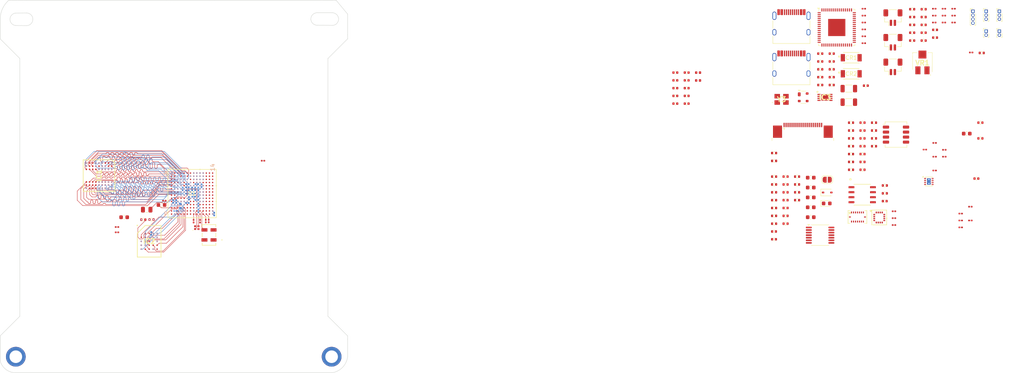
<source format=kicad_pcb>
(kicad_pcb (version 20241229) (generator "pcbnew") (generator_version "9.0")
  (layers (0 "F.Cu" signal) (4 "In1.Cu" signal) (6 "In2.Cu" signal) (2 "B.Cu" signal) (13 "F.Paste" user) (15 "B.Paste" user) (5 "F.SilkS" user "F.Silkscreen") (7 "B.SilkS" user "B.Silkscreen") (1 "F.Mask" user) (3 "B.Mask" user) (25 "Edge.Cuts" user))
  (net 0 "")
  (net 1 "DCDC_OUT")
  (net 2 "GND")
  (net 3 "Net-(U1E-VDD_HIGH_CAP)")
  (net 4 "DCDC_IN")
  (net 5 "Net-(U1E-VDD_SNVS_CAP)")
  (net 6 "Net-(U1E-NVCC_PLL)")
  (net 7 "Net-(U1D-RTC_XTALI)")
  (net 8 "Net-(U1D-RTC_XTALO)")
  (net 9 "Net-(U1D-XTALI)")
  (net 10 "Net-(U1D-DCDC_PSWITCH)")
  (net 11 "Net-(U1F-VDD_USB_CAP)")
  (net 12 "VBUS")
  (net 13 "/Flash & Memory/DQS")
  (net 14 "XCSI")
  (net 15 "Net-(U3-CAP)")
  (net 16 "XCSO")
  (net 17 "Net-(U5-~{RESET})")
  (net 18 "Net-(C69-Pad2)")
  (net 19 "MAG_V")
  (net 20 "Net-(C72-Pad2)")
  (net 21 "WDT_WDI")
  (net 22 "Net-(U6B-+)")
  (net 23 "CKE")
  (net 24 "A7")
  (net 25 "DQMH")
  (net 26 "DQ4")
  (net 27 "DQ1")
  (net 28 "DQ9")
  (net 29 "A11")
  (net 30 "A12")
  (net 31 "DQ0")
  (net 32 "A10")
  (net 33 "A8")
  (net 34 "A1")
  (net 36 "DQ8")
  (net 37 "~{CS}")
  (net 38 "BA1")
  (net 39 "A4")
  (net 40 "DQ3")
  (net 41 "DQML")
  (net 42 "DQ15")
  (net 43 "BA0")
  (net 44 "DQ7")
  (net 45 "DQ14")
  (net 46 "A9")
  (net 47 "A2")
  (net 48 "~{RAS}")
  (net 49 "A0")
  (net 50 "~{WE}")
  (net 51 "DQ10")
  (net 52 "A5")
  (net 53 "A3")
  (net 54 "DQ6")
  (net 55 "~{CAS}")
  (net 56 "DQ2")
  (net 57 "DQ5")
  (net 58 "A6")
  (net 59 "CLK")
  (net 60 "DQ11")
  (net 61 "DQ13")
  (net 62 "DQ12")
  (net 63 "HDQ3")
  (net 64 "HCLK")
  (net 65 "HDQ6")
  (net 66 "HCLK_B")
  (net 68 "SS0")
  (net 69 "HDQ2")
  (net 70 "HDQ0")
  (net 71 "HDQ5")
  (net 72 "HDQS")
  (net 73 "HDQ4")
  (net 74 "HDQ1")
  (net 75 "Net-(IC2-INT#)")
  (net 76 "Net-(IC2-RSTO#)")
  (net 77 "HDQ7")
  (net 78 "CSI_VSYNC")
  (net 79 "CSI_DATA_8")
  (net 80 "CSI_MCLK")
  (net 81 "CSI_DATA_4")
  (net 82 "CSI_DATA_2")
  (net 83 "CSI_DATA_7")
  (net 84 "LDO_EN")
  (net 85 "CSI_DATA_5")
  (net 86 "CSI_DATA_3")
  (net 87 "CSI_DATA_6")
  (net 88 "CSI_HSYNC")
  (net 89 "XRS")
  (net 90 "CSI_PIXCLK")
  (net 91 "CSI_DATA_9")
  (net 92 "LPI2C1_SDA")
  (net 93 "LPI2C1_SCL")
  (net 94 "Net-(J5-CC2)")
  (net 96 "USB_OTG1_DN")
  (net 97 "USB_OTG1_DP")
  (net 99 "Net-(J5-CC1)")
  (net 100 "WDT_BIAS")
  (net 101 "Net-(U6C--)")
  (net 102 "Net-(U6D--)")
  (net 103 "LPUART2_TX")
  (net 104 "LPUART2_RX")
  (net 105 "LPI2C4_SDA")
  (net 106 "LPI2C4_SCL")
  (net 107 "LPSPI4_SDO")
  (net 108 "LPSPI4_SCK")
  (net 109 "LPSPI4_SDI")
  (net 110 "PWM2_A_3")
  (net 111 "PWM1_B_3")
  (net 112 "PWM1_A_3")
  (net 113 "PMIC_ON_REQ")
  (net 114 "Net-(U1D-XTALO)")
  (net 116 "SHDN")
  (net 117 "LPSPI3_SCK")
  (net 118 "STB")
  (net 125 "LPSPI3_SDO")
  (net 126 "LPSPI3_SDI")
  (net 127 "WAKEUP")
  (net 128 "Net-(C79-Pad2)")
  (net 129 "Net-(C82-Pad2)")
  (net 130 "V_POT")
  (net 131 "Net-(U24-Output)")
  (net 132 "Net-(CR1-Pad1)")
  (net 133 "VBUS_FTDI")
  (net 134 "Net-(CR2-Pad1)")
  (net 135 "Net-(D6-A)")
  (net 136 "Net-(D7-Pad2)")
  (net 137 "Net-(U6D-+)")
  (net 138 "EEDATA")
  (net 139 "EECS")
  (net 142 "Net-(IC3-DO)")
  (net 145 "GPIO_B0_13")
  (net 146 "EECLK")
  (net 147 "Net-(J1-SHIELD)")
  (net 148 "Net-(J1-CC2)")
  (net 149 "DM_DEBUG")
  (net 151 "DP_DEBUG")
  (net 152 "+3.3V")
  (net 157 "Net-(L1-Pad2)")
  (net 172 "PWDN")
  (net 173 "GPIO_AD_B0_04")
  (net 175 "Net-(J1-CC1)")
  (net 176 "LPI2C3_SCL")
  (net 177 "LPI2C3_SDA")
  (net 178 "GPIO_B0_08")
  (net 179 "GPIO_B0_09")
  (net 180 "Net-(J9-Pin_2)")
  (net 181 "Net-(J9-Pin_1)")
  (net 182 "Net-(J10-Pin_2)")
  (net 183 "Net-(J10-Pin_1)")
  (net 184 "Net-(J11-Pin_1)")
  (net 185 "Net-(J11-Pin_2)")
  (net 186 "~{RESET}")
  (net 187 "Net-(JP6-A)")
  (net 188 "Net-(U10-SW)")
  (net 189 "Net-(U10-PG)")
  (net 190 "Net-(U2-SENSEA)")
  (net 191 "Net-(U8-SENSEA)")
  (net 192 "Net-(R16-Pad2)")
  (net 193 "Net-(U6B--)")
  (net 194 "Net-(U5-REF)")
  (net 195 "JTAG_MOD")
  (net 196 "Net-(U2-TOFF)")
  (net 197 "GPIO_B0_04")
  (net 198 "GPIO_B0_05")
  (net 199 "GPIO_B0_06")
  (net 200 "GPIO_B0_07")
  (net 201 "GPIO_B0_10")
  (net 202 "GPIO_B0_11")
  (net 203 "GPIO_B0_12")
  (net 204 "GPIO_B0_14")
  (net 205 "GPIO_B0_15")
  (net 206 "GPIO_AD_B0_05")
  (net 207 "Net-(R41-Pad2)")
  (net 208 "Net-(R42-Pad2)")
  (net 209 "Net-(R43-Pad2)")
  (net 210 "Net-(R44-Pad2)")
  (net 211 "/Watchdog/WDT-VP")
  (net 212 "Net-(U6A--)")
  (net 213 "Net-(U9-ILIM)")
  (net 214 "Net-(R51-Pad1)")
  (net 215 "Net-(R53-Pad1)")
  (net 216 "Net-(U6C-+)")
  (net 217 "Net-(U8-TOFF)")
  (net 218 "Net-(U11-TOFF)")
  (net 219 "Net-(U11-SENSEA)")
  (net 220 "Net-(U24-ILIM)")
  (net 221 "JTAG_TMS")
  (net 223 "JTAG_TCK")
  (net 225 "JTAG_TRSTB")
  (net 226 "PH1_B_3")
  (net 228 "PH2_A_3")
  (net 230 "EN_MAG")
  (net 231 "WDT_ENABLE")
  (net 232 "JTAG_TDI")
  (net 233 "PH1_A_3")
  (net 237 "JTAG_TDO")
  (net 242 "+1V8A")
  (net 265 "/USB & Debug/VPHY")
  (net 266 "/USB & Debug/VPLL")
  (footprint "Capacitor_SMD:C_0201_0603Metric" (layer "F.Cu") (at 254.82 108.12)
    (property "Reference" "C62" (hide yes))
    (property "Value" "100nF")
  )
  (footprint "Diode_SMD:D_SOD-323" (layer "F.Cu") (at 237.905 99.86)
    (property "Reference" "D7" (hide yes))
    (property "Value" "1N4151WS")
  )
  (footprint "Capacitor_SMD:C_0603_1608Metric" (layer "F.Cu") (at 233.73 106.13)
    (property "Reference" "C78" (hide yes))
    (property "Value" "10u")
  )
  (footprint "Capacitor_SMD:C_0402_1005Metric" (layer "F.Cu") (at 199.43 77.32)
    (property "Reference" "C63" (hide yes))
    (property "Value" "C_100n_16V_X7R_0402")
  )
  (footprint "Capacitor_SMD:C_0402_1005Metric" (layer "F.Cu") (at 224.43 109.75)
    (property "Reference" "C73" (hide yes))
    (property "Value" "100nf")
  )
  (footprint "Capacitor_SMD:C_0402_1005Metric" (layer "F.Cu") (at 202.3 77.32)
    (property "Reference" "C68" (hide yes))
    (property "Value" "C_100n_16V_X7R_0402")
  )
  (footprint "Connector_PinHeader_1.00mm:PinHeader_1x03_P1.00mm_Vertical" (layer "F.Cu") (at 281.52 53.89)
    (property "Reference" "J4" (hide yes))
    (property "Value" "Conn_01x03_Pin")
  )
  (footprint "footprints:BGA54C80P9X9_800X800X120" (layer "F.Cu") (at 53.432842 95.58 -90)
    (property "Reference" "IC1")
    (property "Value" "IS42S16160J-6BLI" (hide yes))
  )
  (footprint "Resistor_SMD:R_0402_1005Metric" (layer "F.Cu") (at 227.36 95.83)
    (property "Reference" "R49" (hide yes))
    (property "Value" "10k")
  )
  (footprint "Resistor_SMD:R_0402_1005Metric" (layer "F.Cu") (at 224.45 107.77)
    (property "Reference" "R48" (hide yes))
    (property "Value" "10k")
  )
  (footprint "Capacitor_SMD:C_0201_0603Metric" (layer "F.Cu") (at 265.12 94.28)
    (property "Reference" "C16" (hide yes))
    (property "Value" "4.7uF")
  )
  (footprint "Package_TO_SOT_SMD:SOT-143" (layer "F.Cu") (at 231.82 75.705)
    (property "Reference" "U7" (hide yes))
    (property "Value" "PRTR5V0U2X")
  )
  (footprint "Resistor_SMD:R_0402_1005Metric" (layer "F.Cu") (at 239.05 70.6)
    (property "Reference" "R20" (hide yes))
    (property "Value" "10k")
  )
  (footprint "Capacitor_SMD:C_0402_1005Metric" (layer "F.Cu") (at 265.23 60.57)
    (property "Reference" "C86" (hide yes))
    (property "Value" "100nf")
  )
  (footprint "Resistor_SMD:R_0402_1005Metric" (layer "F.Cu") (at 230.27 101.8)
    (property "Reference" "R59" (hide yes))
    (property "Value" "100k")
  )
  (footprint "Resistor_SMD:R_0402_1005Metric" (layer "F.Cu") (at 236.14 70.6)
    (property "Reference" "R9" (hide yes))
    (property "Value" "10k")
  )
  (footprint "Capacitor_SMD:C_0402_1005Metric" (layer "F.Cu") (at 199.43 75.35)
    (property "Reference" "C57" (hide yes))
    (property "Value" "C_4u7_0402")
  )
  (footprint "Capacitor_SMD:C_0201_0603Metric" (layer "F.Cu") (at 274.37 64.34)
    (property "Reference" "C58" (hide yes))
    (property "Value" "4.7uF")
  )
  (footprint "Capacitor_SMD:C_0201_0603Metric" (layer "F.Cu") (at 267.47 53.24)
    (property "Reference" "C79" (hide yes))
    (property "Value" "22nF")
  )
  (footprint "Capacitor_SMD:C_0201_0603Metric" (layer "F.Cu") (at 94.98 91.8)
    (property "Reference" "C10" (hide yes))
    (property "Value" "4.7uF")
  )
  (footprint "Capacitor_SMD:C_0201_0603Metric" (layer "F.Cu") (at 265.02 56.74)
    (property "Reference" "C71" (hide yes))
    (property "Value" "0.22uF")
  )
  (footprint "Connector_JST:JST_SH_BM02B-SRSS-TB_1x02-1MP_P1.00mm_Vertical" (layer "F.Cu") (at 254.55 61.74)
    (property "Reference" "J10" (hide yes))
    (property "Value" "Conn_01x02_Pin")
  )
  (footprint "Capacitor_SMD:C_0805_2012Metric" (layer "F.Cu") (at 65.51 104.21)
    (property "Reference" "C30" (hide yes))
    (property "Value" "33uF")
  )
  (footprint "Resistor_SMD:R_0402_1005Metric" (layer "F.Cu") (at 243.94 88.12)
    (property "Reference" "R30" (hide yes))
    (property "Value" "10k")
  )
  (footprint "Capacitor_SMD:C_0402_1005Metric" (layer "F.Cu") (at 199.43 69.44)
    (property "Reference" "C46" (hide yes))
    (property "Value" "C_100n_16V_X7R_0402")
  )
  (footprint "Resistor_SMD:R_0402_1005Metric" (layer "F.Cu") (at 230.27 97.82)
    (property "Reference" "R57" (hide yes))
    (property "Value" "4.7M")
  )
  (footprint "Resistor_SMD:R_0402_1005Metric" (layer "F.Cu") (at 276.71 86.13)
    (property "Reference" "R13" (hide yes))
    (property "Value" "100k")
  )
  (footprint "Capacitor_SMD:C_0603_1608Metric" (layer "F.Cu") (at 233.73 103.62)
    (property "Reference" "C77" (hide yes))
    (property "Value" "10u")
  )
  (footprint "Resistor_SMD:R_0402_1005Metric" (layer "F.Cu") (at 262.34 59.33)
    (property "Reference" "R64" (hide yes))
    (property "Value" "330m")
  )
  (footprint "Resistor_SMD:R_0402_1005Metric" (layer "F.Cu") (at 246.85 86.13)
    (property "Reference" "R36" (hide yes))
    (property "Value" "10k")
  )
  (footprint "Resistor_SMD:R_0402_1005Metric" (layer "F.Cu") (at 224.45 105.78)
    (property "Reference" "R47" (hide yes))
    (property "Value" "3.0k")
  )
  (footprint "Resistor_SMD:R_0402_1005Metric" (layer "F.Cu") (at 236.14 64.63)
    (property "Reference" "R6" (hide yes))
    (property "Value" "10k")
  )
  (footprint "Resistor_SMD:R_0402_1005Metric" (layer "F.Cu") (at 66.73 106.73 180)
    (property "Reference" "R2" (hide yes))
    (property "Value" "10k")
  )
  (footprint "Capacitor_SMD:C_0201_0603Metric" (layer "F.Cu") (at 262.65 88.97)
    (property "Reference" "C19" (hide yes))
    (property "Value" "4.7uF")
  )
  (footprint "footprints:830105420809" (layer "F.Cu") (at 226.345 76.23)
    (property "Reference" "Y3")
    (property "Value" "830105420809" (hide yes))
  )
  (footprint "Resistor_SMD:R_0402_1005Metric" (layer "F.Cu") (at 239.05 66.62)
    (property "Reference" "R12" (hide yes))
    (property "Value" "5.1k")
  )
  (footprint "Resistor_SMD:R_0402_1005Metric" (layer "F.Cu") (at 276.71 82.15)
    (property "Reference" "L4" (hide yes))
    (property "Value" "2.2uH")
  )
  (footprint "Resistor_SMD:R_0402_1005Metric" (layer "F.Cu") (at 259.43 55.35)
    (property "Reference" "R15" (hide yes))
    (property "Value" "330m")
  )
  (footprint "LED_SMD:LED_0603_1608Metric" (layer "F.Cu") (at 237.78 102.63)
    (property "Reference" "D6" (hide yes))
    (property "Value" "GREEN")
  )
  (footprint "Resistor_SMD:R_0402_1005Metric" (layer "F.Cu") (at 277.05 64.46)
    (property "Reference" "R22" (hide yes))
    (property "Value" "10k")
  )
  (footprint "Capacitor_SMD:C_0402_1005Metric" (layer "F.Cu") (at 202.3 73.38)
    (property "Reference" "C66" (hide yes))
    (property "Value" "C_100n_16V_X7R_0402")
  )
  (footprint "Resistor_SMD:R_0402_1005Metric" (layer "F.Cu") (at 239.05 68.61)
    (property "Reference" "R19" (hide yes))
    (property "Value" "5.1k")
  )
  (footprint "Resistor_SMD:R_0402_1005Metric" (layer "F.Cu") (at 249.76 82.15)
    (property "Reference" "R41" (hide yes))
    (property "Value" "1k")
  )
  (footprint "Resistor_SMD:R_0402_1005Metric" (layer "F.Cu") (at 243.94 82.15)
    (property "Reference" "R27" (hide yes))
    (property "Value" "10k")
  )
  (footprint "Resistor_SMD:R_0402_1005Metric" (layer "F.Cu") (at 246.85 82.15)
    (property "Reference" "R34" (hide yes))
    (property "Value" "10k")
  )
  (footprint "" (layer "F.Cu") (at 32.3554 141.5142)
    (property "Reference" "H1")
    (property "Value" "MountingHole" (hide yes))
  )
  (footprint "Package_SO:TSSOP-14_4.4x5mm_P0.65mm" (layer "F.Cu") (at 236.1 110.685)
    (property "Reference" "U6" (hide yes))
    (property "Value" "TLV1704")
  )
  (footprint "Resistor_SMD:R_0402_1005Metric" (layer "F.Cu") (at 246.85 88.12)
    (property "Reference" "R37" (hide yes))
    (property "Value" "10k")
  )
  (footprint "Capacitor_SMD:C_0201_0603Metric" (layer "F.Cu") (at 271.72 105.21)
    (property "Reference" "C37" (hide yes))
    (property "Value" "4.7uF")
  )
  (footprint "Resistor_SMD:R_0402_1005Metric" (layer "F.Cu") (at 227.36 103.79)
    (property "Reference" "R53" (hide yes))
    (property "Value" "1k")
  )
  (footprint "Resistor_SMD:R_0402_1005Metric" (layer "F.Cu") (at 262.34 53.36)
    (property "Reference" "R61" (hide yes))
    (property "Value" "2.2k")
  )
  (footprint "Capacitor_SMD:C_0201_0603Metric" (layer "F.Cu") (at 77.39 107.14 90)
    (property "Reference" "C11" (hide yes))
    (property "Value" "0.22uF")
  )
  (footprint "Resistor_SMD:R_0402_1005Metric" (layer "F.Cu") (at 246.85 94.09)
    (property "Reference" "R40" (hide yes))
    (property "Value" "10k")
  )
  (footprint "Capacitor_SMD:C_0402_1005Metric" (layer "F.Cu") (at 199.43 73.38)
    (property "Reference" "C56" (hide yes))
    (property "Value" "C_4u7_0402")
  )
  (footprint "Connector_USB:USB_C_Receptacle_HRO_TYPE-C-31-M-12" (layer "F.Cu") (at 228.84 68.63)
    (property "Reference" "J5" (hide yes))
    (property "Value" "USB_C_Receptacle_USB2.0")
  )
  (footprint "Resistor_SMD:R_0402_1005Metric" (layer "F.Cu") (at 236.14 66.62)
    (property "Reference" "R7" (hide yes))
    (property "Value" "5.1k")
  )
  (footprint "Capacitor_SMD:C_0201_0603Metric" (layer "F.Cu") (at 269.92 54.99)
    (property "Reference" "C83" (hide yes))
    (property "Value" "0.22uF")
  )
  (footprint "Package_DFN_QFN:QFN-64-1EP_9x9mm_P0.5mm_EP4.35x4.35mm" (layer "F.Cu") (at 240.32 58)
    (property "Reference" "U5" (hide yes))
    (property "Value" "FT2232HQ")
  )
  (footprint "Capacitor_SMD:C_0201_0603Metric" (layer "F.Cu") (at 265.12 90.78)
    (property "Reference" "C14" (hide yes))
    (property "Value" "1uF")
  )
  (footprint "Capacitor_SMD:C_0603_1608Metric" (layer "F.Cu") (at 273.25 84.92)
    (property "Reference" "C54" (hide yes))
    (property "Value" "22uF")
  )
  (footprint "Resistor_SMD:R_0402_1005Metric" (layer "F.Cu") (at 224.45 99.81)
    (property "Reference" "R18" (hide yes))
    (property "Value" "10k")
  )
  (footprint "footprints:CDFN4_5X3P2_MCH" (layer "F.Cu") (at 81.292401 110.62 180)
    (property "Reference" "Y1" (hide yes))
    (property "Value" "DSC1001BI5-024.0000")
  )
  (footprint "Capacitor_SMD:C_0201_0603Metric" (layer "F.Cu") (at 267.47 56.74)
    (property "Reference" "C81" (hide yes))
    (property "Value" "4.7uF")
  )
  (footprint "Button_Switch_SMD:SW_DIP_SPSTx04_Slide_Copal_CHS-04A_W5.08mm_P1.27mm_JPin" (layer "F.Cu") (at 255.33 85.17)
    (property "Reference" "SW2" (hide yes))
    (property "Value" "SW_DIP_x04")
  )
  (footprint "Capacitor_SMD:C_0201_0603Metric" (layer "F.Cu") (at 271.72 108.71)
    (property "Reference" "C39" (hide yes))
    (property "Value" "4.7uF")
  )
  (footprint "Resistor_SMD:R_0402_1005Metric" (layer "F.Cu") (at 243.94 86.13)
    (property "Reference" "R29" (hide yes))
    (property "Value" "10k")
  )
  (footprint "Inductor_SMD:L_0402_1005Metric" (layer "F.Cu") (at 205.19 71.44)
    (property "Reference" "FB2" (hide yes))
    (property "Value" "FB_600Z_0.3A_Murata-BLM15AG_0402")
  )
  (footprint "Resistor_SMD:R_0402_1005Metric" (layer "F.Cu") (at 236.14 72.59)
    (property "Reference" "R10" (hide yes))
    (property "Value" "10k")
  )
  (footprint "Resistor_SMD:R_0402_1005Metric" (layer "F.Cu") (at 230.27 95.83)
    (property "Reference" "R56" (hide yes))
    (property "Value" "100k")
  )
  (footprint "Capacitor_SMD:C_0402_1005Metric" (layer "F.Cu") (at 252.48 102.05)
    (property "Reference" "C51" (hide yes))
    (property "Value" "10uF")
  )
  (footprint "footprints:QFN_BMI085_BOS" (layer "F.Cu") (at 245.5631 106.0738)
    (property "Reference" "U4" (hide yes))
    (property "Value" "BMI088")
  )
  (footprint "Capacitor_SMD:C_0201_0603Metric" (layer "F.Cu") (at 57.985 108.62)
    (property "Reference" "C27" (hide yes))
    (property "Value" "0.22uF")
  )
  (footprint "Resistor_SMD:R_0402_1005Metric" (layer "F.Cu") (at 246.85 84.14)
    (property "Reference" "R35" (hide yes))
    (property "Value" "10k")
  )
  (footprint "Capacitor_SMD:C_0201_0603Metric" (layer "F.Cu") (at 267.47 54.99)
    (property "Reference" "C80" (hide yes))
    (property "Value" "0.22uF")
  )
  (footprint "Resistor_SMD:R_0402_1005Metric" (layer "F.Cu") (at 262.34 55.35)
    (property "Reference" "R62" (hide yes))
    (property "Value" "120k")
  )
  (footprint "Inductor_SMD:L_0402_1005Metric" (layer "F.Cu") (at 205.19 69.45)
    (property "Reference" "FB1" (hide yes))
    (property "Value" "FB_600Z_0.3A_Murata-BLM15AG_0402")
  )
  (footprint "Capacitor_SMD:C_0201_0603Metric" (layer "F.Cu") (at 271.72 106.96)
    (property "Reference" "C38" (hide yes))
    (property "Value" "DNP")
  )
  (footprint "Capacitor_SMD:C_0603_1608Metric" (layer "F.Cu") (at 233.73 98.6)
    (property "Reference" "C74" (hide yes))
    (property "Value" "10u")
  )
  (footprint "Capacitor_SMD:C_0201_0603Metric" (layer "F.Cu") (at 269.92 56.74)
    (property "Reference" "C84" (hide yes))
    (property "Value" "4.7uF")
  )
  (footprint "Resistor_SMD:R_0402_1005Metric" (layer "F.Cu") (at 243.94 84.14)
    (property "Reference" "R28" (hide yes))
    (property "Value" "10k")
  )
  (footprint "Resistor_SMD:R_0402_1005Metric" (layer "F.Cu") (at 224.45 89.85)
    (property "Reference" "R25" (hide yes))
    (property "Value" "10k")
  )
  (footprint "Resistor_SMD:R_0402_1005Metric" (layer "F.Cu") (at 259.43 59.33)
    (property "Reference" "R24" (hide yes))
    (property "Value" "2.2k")
  )
  (footprint "Connector_PinHeader_1.00mm:PinHeader_1x02_P1.00mm_Vertical" (layer "F.Cu") (at 281.52 58.94)
    (property "Reference" "J7" (hide yes))
    (property "Value" "Conn_01x02_Pin")
  )
  (footprint "footprints:MAPBGA196_12X12" (layer "F.Cu") (at 77.012842 100.13)
    (property "Reference" "U1")
    (property "Value" "MIMXRT1052CVJ5B")
  )
  (footprint "Connector_FFC-FPC:TE_2-1734839-0_1x20-1MP_P0.5mm_Horizontal" (layer "F.Cu") (at 231.74 84.08)
    (property "Reference" "J3" (hide yes))
    (property "Value" "Conn_01x20")
  )
  (footprint "Connector_JST:JST_SH_BM02B-SRSS-TB_1x02-1MP_P1.00mm_Vertical" (layer "F.Cu") (at 254.55 67.99)
    (property "Reference" "J11" (hide yes))
    (property "Value" "Conn_01x02_Pin")
  )
  (footprint "Capacitor_SMD:C_0201_0603Metric" (layer "F.Cu") (at 265.02 54.99)
    (property "Reference" "C70" (hide yes))
    (property "Value" "4.7uF")
  )
  (footprint "Resistor_SMD:R_0402_1005Metric" (layer "F.Cu") (at 246.85 90.11)
    (property "Reference" "R38" (hide yes))
    (property "Value" "10k")
  )
  (footprint "Resistor_SMD:R_0402_1005Metric" (layer "F.Cu") (at 249.76 88.12)
    (property "Reference" "R44" (hide yes))
    (property "Value" "1k")
  )
  (footprint "Resistor_SMD:R_0402_1005Metric" (layer "F.Cu") (at 227.36 97.82)
    (property "Reference" "R50" (hide yes))
    (property "Value" "47k")
  )
  (footprint "footprints:MMC5983MA_MEM" (layer "F.Cu") (at 251.0908 106.2008)
    (property "Reference" "U3" (hide yes))
    (property "Value" "MMC5983MA")
  )
  (footprint "Capacitor_SMD:C_0201_0603Metric" (layer "F.Cu") (at 247.18 54.99)
    (property "Reference" "C34" (hide yes))
    (property "Value" "1uF")
  )
  (footprint "Resistor_SMD:R_0402_1005Metric" (layer "F.Cu") (at 252.5 98.08)
    (property "Reference" "R4" (hide yes))
    (property "Value" "10k")
  )
  (footprint "Resistor_SMD:R_0402_1005Metric" (layer "F.Cu") (at 227.36 105.78)
    (property "Reference" "R54" (hide yes))
    (property "Value" "100k")
  )
  (footprint "Jumper:SolderJumper-2_P1.3mm_Open_RoundedPad1.0x1.5mm" (layer "F.Cu") (at 237.91 96.61)
    (property "Reference" "JP6" (hide yes))
    (property "Value" "SolderJumper_2_Open")
  )
  (footprint "Connector_PinHeader_1.00mm:PinHeader_1x04_P1.00mm_Vertical" (layer "F.Cu") (at 274.82 53.89)
    (property "Reference" "J8" (hide yes))
    (property "Value" "Conn_01x04_Pin")
  )
  (footprint "Connector_PinHeader_1.00mm:PinHeader_1x02_P1.00mm_Vertical" (layer "F.Cu") (at 278.17 58.94)
    (property "Reference" "J6" (hide yes))
    (property "Value" "Conn_01x02_Pin")
  )
  (footprint "Connector_USB:USB_C_Receptacle_HRO_TYPE-C-31-M-12" (layer "F.Cu") (at 228.84 58.16)
    (property "Reference" "J1" (hide yes))
    (property "Value" "USB_C_Receptacle_USB2.0")
  )
  (footprint "Capacitor_SMD:C_0201_0603Metric" (layer "F.Cu") (at 57.985 109.96)
    (property "Reference" "C24" (hide yes))
    (property "Value" "4.7uF")
  )
  (footprint "Resistor_SMD:R_0402_1005Metric" (layer "F.Cu") (at 252.5 100.07)
    (property "Reference" "R5" (hide yes))
    (property "Value" "10k")
  )
  (footprint "footprints:SO8_CY15_CYP" (layer "F.Cu") (at 246.7696 100.4171)
    (property "Reference" "U12" (hide yes))
    (property "Value" "CY15B064J-SXET")
  )
  (footprint "footprints:SON50P300X200X100-9N-D" (layer "F.Cu") (at 237.335 75.735)
    (property "Reference" "IC3")
    (property "Value" "93LC66BT-I_MC" (hide yes))
  )
  (footprint "Resistor_SMD:R_0402_1005Metric" (layer "F.Cu") (at 224.45 91.84)
    (property "Reference" "R26" (hide yes))
    (property "Value" "10k")
  )
  (footprint "Capacitor_SMD:C_0402_1005Metric" (layer "F.Cu") (at 202.3 69.44)
    (property "Reference" "C64" (hide yes))
    (property "Value" "C_100n_16V_X7R_0402")
  )
  (footprint "Resistor_SMD:R_0402_1005Metric" (layer "F.Cu") (at 227.36 107.77)
    (property "Reference" "R55" (hide yes))
    (property "Value" "100k")
  )
  (footprint "Capacitor_SMD:C_0201_0603Metric" (layer "F.Cu") (at 80.47 107.11 90)
    (property "Reference" "C23" (hide yes))
    (property "Value" "18pF")
  )
  (footprint "footprints:M-FLAT_TOS" (layer "F.Cu") (at 243.9895 65.6717)
    (property "Reference" "CR1")
    (property "Value" "CMS04TE12L_Q_M")
  )
  (footprint "Resistor_SMD:R_0402_1005Metric" (layer "F.Cu") (at 224.45 101.8)
    (property "Reference" "R45" (hide yes))
    (property "Value" "3.0k")
  )
  (footprint "Resistor_SMD:R_0402_1005Metric" (layer "F.Cu") (at 239.05 72.59)
    (property "Reference" "R21" (hide yes))
    (property "Value" "12k")
  )
  (footprint "Resistor_SMD:R_0402_1005Metric" (layer "F.Cu") (at 64.65 106.75)
    (property "Reference" "R3" (hide yes))
    (property "Value" "10k")
  )
  (footprint "Resistor_SMD:R_0402_1005Metric" (layer "F.Cu") (at 224.45 97.82)
    (property "Reference" "R17" (hide yes))
    (property "Value" "10k")
  )
  (footprint "Resistor_SMD:R_0402_1005Metric" (layer "F.Cu") (at 259.43 53.36)
    (property "Reference" "R14" (hide yes))
    (property "Value" "330m")
  )
  (footprint "Capacitor_SMD:C_0201_0603Metric" (layer "F.Cu") (at 274.17 106.96)
    (property "Reference" "C43" (hide yes))
    (property "Value" "4.7uF")
  )
  (footprint "footprints:BGA24C100P5X5_600X800X100" (layer "F.Cu") (at 66.14 112.23)
    (property "Reference" "IC2")
    (property "Value" "S26KL512SDABHV020" (hide yes))
  )
  (footprint "Connector_JST:JST_SH_BM02B-SRSS-TB_1x02-1MP_P1.00mm_Vertical" (layer "F.Cu") (at 254.55 55.49)
    (property "Reference" "J9" (hide yes))
    (property "Value" "Conn_01x02_Pin")
  )
  (footprint "Capacitor_SMD:C_0201_0603Metric" (layer "F.Cu") (at 247.18 61.99)
    (property "Reference" "C49" (hide yes))
    (property "Value" "0.1uF")
  )
  (footprint "Capacitor_SMD:C_0201_0603Metric" (layer "F.Cu") (at 247.18 56.74)
    (property "Reference" "C45" (hide yes))
    (property "Value" "0.1uF")
  )
  (footprint "Capacitor_SMD:C_0603_1608Metric" (layer "F.Cu") (at 233.73 96.09)
    (property "Reference" "C72" (hide yes))
    (property "Value" "10u")
  )
  (footprint "Capacitor_SMD:C_0201_0603Metric" (layer "F.Cu") (at 267.57 89.03)
    (property "Reference" "C21" (hide yes))
    (property "Value" "8pF")
  )
  (footprint "Capacitor_SMD:C_0201_0603Metric" (layer "F.Cu") (at 267.57 90.78)
    (property "Reference" "C22" (hide yes))
    (property "Value" "8pF")
  )
  (footprint "Resistor_SMD:R_0402_1005Metric" (layer "F.Cu") (at 243.94 92.1)
    (property "Reference" "R32" (hide yes))
    (property "Value" "10k")
  )
  (footprint "Capacitor_SMD:C_0402_1005Metric" (layer "F.Cu") (at 265.23 58.6)
    (property "Reference" "C85" (hide yes))
    (property "Value" "100nf")
  )
  (footprint "Capacitor_SMD:C_0201_0603Metric" (layer "F.Cu") (at 247.18 53.24)
    (property "Reference" "C33" (hide yes))
    (property "Value" "0.1uF")
  )
  (footprint "Capacitor_SMD:C_0402_1005Metric" (layer "F.Cu") (at 199.43 71.41)
    (property "Reference" "C55" (hide yes))
    (property "Value" "C_100n_16V_X7R_0402")
  )
  (footprint "Capacitor_SMD:C_0402_1005Metric" (layer "F.Cu") (at 275.7 96.33)
    (property "Reference" "C53" (hide yes))
    (property "Value" "10uF")
  )
  (footprint "Capacitor_SMD:C_0402_1005Metric" (layer "F.Cu") (at 202.3 75.35)
    (property "Reference" "C67" (hide yes))
    (property "Value" "C_4u7_0402")
  )
  (footprint "Resistor_SMD:R_0402_1005Metric" (layer "F.Cu") (at 227.36 99.81)
    (property "Reference" "R51" (hide yes))
    (property "Value" "1k")
  )
  (footprint "Resistor_SMD:R_0402_1005Metric" (layer "F.Cu") (at 227.36 101.8)
    (property "Reference" "R52" (hide yes))
    (property "Value" "100k")
  )
  (footprint "Package_SON:WSON-8-1EP_2x2mm_P0.5mm_EP0.9x1.6mm_ThermalVias" (layer "F.Cu") (at 263.655 97.065)
    (property "Reference" "U10" (hide yes))
    (property "Value" "TPS62162DSG")
  )
  (footprint "Resistor_SMD:R_0402_1005Metric" (layer "F.Cu") (at 259.43 61.32)
    (property "Reference" "R60" (hide yes))
    (property "Value" "120k")
  )
  (footprint "Capacitor_SMD:C_0201_0603Metric" (layer "F.Cu") (at 254.82 104.62)
    (property "Reference" "C50" (hide yes))
    (property "Value" "1uF")
  )
  (footprint "Capacitor_SMD:C_0201_0603Metric" (layer "F.Cu") (at 274.17 103.46)
    (property "Reference" "C41" (hide yes))
    (property "Value" "4.7uF")
  )
  (footprint "Resistor_SMD:R_0402_1005Metric" (layer "F.Cu") (at 259.43 57.34)
    (property "Reference" "R23" (hide yes))
    (property "Value" "120k")
  )
  (footprint "Capacitor_SMD:C_0201_0603Metric" (layer "F.Cu") (at 247.18 58.49)
    (property "Reference" "C47" (hide yes))
    (property "Value" "10pF")
  )
  (footprint "footprints:TS53YJ203MR10" (layer "F.Cu") (at 262.025 66.865)
    (property "Reference" "VR1")
    (property "Value" "TS53YJ203MR10" (hide yes))
  )
  (footprint "Connector_PinHeader_1.00mm:PinHeader_1x03_P1.00mm_Vertical" (layer "F.Cu") (at 278.17 53.89)
    (property "Reference" "J2" (hide yes))
    (property "Value" "Conn_01x03_Pin")
  )
  (footprint "Resistor_SMD:R_0402_1005Metric" (layer "F.Cu") (at 243.94 90.11)
    (property "Reference" "R31" (hide yes))
    (property "Value" "10k")
  )
  (footprint "Inductor_SMD:L_0603_1608Metric" (layer "F.Cu") (at 69.2625 103.02 180)
    (property "Reference" "L1" (hide yes))
    (property "Value" "4.7uH")
  )
  (footprint "Resistor_SMD:R_0402_1005Metric" (layer "F.Cu") (at 239.05 64.63)
    (property "Reference" "R11" (hide yes))
    (property "Value" "2.2k")
  )
  (footprint "Resistor_SMD:R_0402_1005Metric" (layer "F.Cu") (at 224.45 95.83)
    (property "Reference" "R16" (hide yes))
    (property "Value" "10k")
  )
  (footprint "Capacitor_SMD:C_0603_1608Metric" (layer "F.Cu") (at 233.73 101.11)
    (property "Reference" "C76" (hide yes))
    (property "Value" "10u")
  )
  (footprint "Resistor_SMD:R_0402_1005Metric" (layer "F.Cu") (at 249.76 86.13)
    (property "Reference" "R43" (hide yes))
    (property "Value" "1k")
  )
  (footprint "Resistor_SMD:R_0402_1005Metric" (layer "F.Cu") (at 249.76 84.14)
    (property "Reference" "R42" (hide yes))
    (property "Value" "1k")
  )
  (footprint "Capacitor_SMD:C_0201_0603Metric" (layer "F.Cu") (at 254.82 106.37)
    (property "Reference" "C52" (hide yes))
    (property "Value" "100nF")
  )
  (footprint "" (layer "F.Cu") (at 112.3554 141.5142)
    (property "Reference" "H2")
    (property "Value" "MountingHole" (hide yes))
  )
  (footprint "Resistor_SMD:R_0402_1005Metric" (layer "F.Cu") (at 230.27 99.81)
    (property "Reference" "R58" (hide yes))
    (property "Value" "100k")
  )
  (footprint "Capacitor_SMD:C_0402_1005Metric" (layer "F.Cu") (at 224.43 111.72)
    (property "Reference" "C75" (hide yes))
    (property "Value" "100nf")
  )
  (footprint "Capacitor_SMD:C_0201_0603Metric" (layer "F.Cu") (at 69.98 101.94)
    (property "Reference" "C29" (hide yes))
    (property "Value" "0.22uF")
  )
  (footprint "Capacitor_SMD:C_0402_1005Metric" (layer "F.Cu") (at 202.3 71.41)
    (property "Reference" "C65" (hide yes))
    (property "Value" "C_100n_16V_X7R_0402")
  )
  (footprint "footprints:M-FLAT_TOS" (layer "F.Cu") (at 243.9895 69.7451)
    (property "Reference" "CR2")
    (property "Value" "CMS04TE12L_Q_M")
  )
  (footprint "Capacitor_SMD:C_0201_0603Metric" (layer "F.Cu") (at 269.92 53.24)
    (property "Reference" "C82" (hide yes))
    (property "Value" "22nF")
  )
  (footprint "Resistor_SMD:R_0402_1005Metric" (layer "F.Cu") (at 246.85 92.1)
    (property "Reference" "R39" (hide yes))
    (property "Value" "10k")
  )
  (footprint "footprints:WE-XTAL_IQXC-146" (layer "F.Cu") (at 78.205 108.77)
    (property "Reference" "Y2" (hide yes))
    (property "Value" "830107834801")
  )
  (footprint "Capacitor_SMD:C_0201_0603Metric" (layer "F.Cu") (at 265.02 53.24)
    (property "Reference" "C69" (hide yes))
    (property "Value" "22nF")
  )
  (footprint "Inductor_SMD:L_1206_3216Metric" (layer "F.Cu") (at 243.38 76.95)
    (property "Reference" "L3" (hide yes))
    (property "Value" "60R@100MHz")
  )
  (footprint "Capacitor_SMD:C_0201_0603Metric" (layer "F.Cu") (at 79.03 107.15 90)
    (property "Reference" "C20" (hide yes))
    (property "Value" "0.22uF")
  )
  (footprint "Inductor_SMD:L_1206_3216Metric" (layer "F.Cu") (at 243.38 73.5)
    (property "Reference" "L2" (hide yes))
    (property "Value" "60R@100MHz")
  )
  (footprint "Resistor_SMD:R_0402_1005Metric" (layer "F.Cu") (at 262.34 61.32)
    (property "Reference" "R65" (hide yes))
    (property "Value" "47k")
  )
  (footprint "Resistor_SMD:R_0402_1005Metric" (layer "F.Cu") (at 224.45 103.79)
    (property "Reference" "R46" (hide yes))
    (property "Value" "3.0k")
  )
  (footprint "Capacitor_SMD:C_0201_0603Metric" (layer "F.Cu") (at 265.12 87.28)
    (property "Reference" "C12" (hide yes))
    (property "Value" "4.7uF")
  )
  (footprint "Capacitor_SMD:C_0201_0603Metric" (layer "F.Cu") (at 81.21 107.09 90)
    (property "Reference" "C17" (hide yes))
    (property "Value" "0.22uF")
  )
  (footprint "Resistor_SMD:R_0402_1005Metric" (layer "F.Cu") (at 262.34 57.34)
    (property "Reference" "R63" (hide yes))
    (property "Value" "2.2k")
  )
  (footprint "Capacitor_SMD:C_0603_1608Metric" (layer "F.Cu") (at 59.8 106.14)
    (property "Reference" "C28" (hide yes))
    (property "Value" "22uF")
  )
  (footprint "Resistor_SMD:R_0402_1005Metric" (layer "F.Cu") (at 236.14 68.61)
    (property "Reference" "R8" (hide yes))
    (property "Value" "5.1k")
  )
  (footprint "Resistor_SMD:R_0402_1005Metric" (layer "F.Cu") (at 243.94 94.09)
    (property "Reference" "R33" (hide yes))
    (property "Value" "10k")
  )
  (footprint "Capacitor_SMD:C_0402_1005Metric" (layer "F.Cu") (at 247.69 72.76)
    (property "Reference" "C32" (hide yes))
    (property "Value" "10uF")
  )
  (footprint "Capacitor_SMD:C_0201_0603Metric" (layer "F.Cu") (at 247.18 60.24)
    (property "Reference" "C48" (hide yes))
    (property "Value" "10pF")
  )
  (footprint "Capacitor_SMD:C_0201_0603Metric" (layer "B.Cu") (at 75.81 97.73)
    (property "Reference" "C36" (hide yes))
    (property "Value" "100nF")
  )
  (footprint "Capacitor_SMD:C_0201_0603Metric" (layer "B.Cu") (at 76.21 101.325 -90)
    (property "Reference" "C42" (hide yes))
    (property "Value" "100nF")
  )
  (footprint "Capacitor_SMD:C_0201_0603Metric" (layer "B.Cu") (at 75.81 98.53 180)
    (property "Reference" "C1" (hide yes))
    (property "Value" "0.22uF")
  )
  (footprint "Capacitor_SMD:C_0201_0603Metric" (layer "B.Cu") (at 75.81 100.13 180)
    (property "Reference" "C7" (hide yes))
    (property "Value" "0.22uF")
  )
  (footprint "Capacitor_SMD:C_0201_0603Metric" (layer "B.Cu") (at 75.81 99.33 180)
    (property "Reference" "C8" (hide yes))
    (property "Value" "0.22uF")
  )
  (footprint "Resistor_SMD:R_0402_1005Metric" (layer "B.Cu") (at 74.04 103.28 -90)
    (property "Reference" "R1" (hide yes))
    (property "Value" "30k")
  )
  (footprint "Capacitor_SMD:C_0201_0603Metric" (layer "B.Cu") (at 72.85 104.545)
    (property "Reference" "C31" (hide yes))
    (property "Value" "0.22uF")
  )
  (footprint "Capacitor_SMD:C_0201_0603Metric" (layer "B.Cu") (at 79.41 98.13 90)
    (property "Reference" "C60" (hide yes))
    (property "Value" "100nF")
  )
  (footprint "Capacitor_SMD:C_0201_0603Metric" (layer "B.Cu") (at 74.61 98.93 -90)
    (property "Reference" "C35" (hide yes))
    (property "Value" "100nF")
  )
  (footprint "Capacitor_SMD:C_0201_0603Metric" (layer "B.Cu") (at 77.41 100.93)
    (property "Reference" "C2" (hide yes))
    (property "Value" "0.22uF")
  )
  (footprint "Capacitor_SMD:C_0201_0603Metric" (layer "B.Cu") (at 78.62 102.94 -90)
    (property "Reference" "C18" (hide yes))
    (property "Value" "0.22uF")
  )
  (footprint "Capacitor_SMD:C_0201_0603Metric" (layer "B.Cu") (at 73.01 102.13 -90)
    (property "Reference" "C26" (hide yes))
    (property "Value" "0.22uF")
  )
  (footprint "Capacitor_SMD:C_0201_0603Metric" (layer "B.Cu") (at 78.2 97.74 180)
    (property "Reference" "C61" (hide yes))
    (property "Value" "100nF")
  )
  (footprint "Capacitor_SMD:C_0201_0603Metric" (layer "B.Cu") (at 75.82 102.53)
    (property "Reference" "C44" (hide yes))
    (property "Value" "100nF")
  )
  (footprint "Capacitor_SMD:C_0201_0603Metric" (layer "B.Cu") (at 66.64 110.235 -90)
    (property "Reference" "C40" (hide yes))
    (property "Value" "100nF")
  )
  (footprint "Capacitor_SMD:C_0201_0603Metric" (layer "B.Cu") (at 77.41 100.13)
    (property "Reference" "C4" (hide yes))
    (property "Value" "0.22uF")
  )
  (footprint "Capacitor_SMD:C_0201_0603Metric" (layer "B.Cu") (at 78.6 98.94 90)
    (property "Reference" "C3" (hide yes))
    (property "Value" "0.22uF")
  )
  (footprint "Capacitor_SMD:C_0201_0603Metric" (layer "B.Cu") (at 77.01 98.93 90)
    (property "Reference" "C6" (hide yes))
    (property "Value" "0.22uF")
  )
  (footprint "Capacitor_SMD:C_0201_0603Metric" (layer "B.Cu") (at 77.81 98.92 90)
    (property "Reference" "C5" (hide yes))
    (property "Value" "0.22uF")
  )
  (footprint "Capacitor_SMD:C_0201_0603Metric" (layer "B.Cu") (at 78.61 100.525 -90)
    (property "Reference" "C9" (hide yes))
    (property "Value" "0.22uF")
  )
  (footprint "Capacitor_SMD:C_0201_0603Metric" (layer "B.Cu") (at 78.22 101.73 180)
    (property "Reference" "C59" (hide yes))
    (property "Value" "100nF")
  )
  (footprint "Capacitor_SMD:C_0201_0603Metric" (layer "B.Cu") (at 72.2 102.12 -90)
    (property "Reference" "C25" (hide yes))
    (property "Value" "0.22uF")
  )
  (footprint "Capacitor_SMD:C_0201_0603Metric" (layer "B.Cu") (at 82.62 105.33 90)
    (property "Reference" "C13" (hide yes))
    (property "Value" "0.22uF")
  )
  (footprint "Capacitor_SMD:C_0201_0603Metric" (layer "B.Cu") (at 78.61 104.53 90)
    (property "Reference" "C15" (hide yes))
    (property "Value" "0.22uF")
  )
  (gr_line (start 28.3986 137.5142) (end 28.3986 136.2242) (stroke (width 0.1)) (layer "Edge.Cuts"))
  (gr_line (start 28.3986 60.8942) (end 33.3754 65.871) (stroke (width 0.1)) (layer "Edge.Cuts"))
  (gr_arc (start 35.071762 54.317922) (mid 36.671778 55.917922) (end 35.071762 57.517922) (stroke (width 0.1)) (layer "Edge.Cuts"))
  (gr_line (start 70.591762 51.077922) (end 35.031762 51.077922) (stroke (width 0.1)) (layer "Edge.Cuts"))
  (gr_arc (start 108.671762 57.417922) (mid 107.096975 55.817931) (end 108.721737 54.268715) (stroke (width 0.1)) (layer "Edge.Cuts"))
  (gr_line (start 32.321564 57.492913) (end 35.071762 57.517922) (stroke (width 0.1)) (layer "Edge.Cuts"))
  (gr_line (start 82.656762 51.077922) (end 81.499 51.077922) (stroke (width 0.1)) (layer "Edge.Cuts"))
  (gr_line (start 32.371539 54.343706) (end 35.071762 54.317922) (stroke (width 0.1)) (layer "Edge.Cuts"))
  (gr_line (start 28.3986 142.5886) (end 28.3986 137.5142) (stroke (width 0.1)) (layer "Edge.Cuts"))
  (gr_line (start 116.3986 60.8942) (end 111.4254 65.8674) (stroke (width 0.1)) (layer "Edge.Cuts"))
  (gr_line (start 71.9486 51.077922) (end 81.499 51.077922) (stroke (width 0.1)) (layer "Edge.Cuts"))
  (gr_line (start 33.3754 131.2474) (end 33.3754 65.871) (stroke (width 0.1)) (layer "Edge.Cuts"))
  (gr_line (start 30.56212 51.103445) (end 35.031762 51.077922) (stroke (width 0.1)) (layer "Edge.Cuts"))
  (gr_arc (start 32.321564 57.492913) (mid 30.877276 55.894994) (end 32.371539 54.343706) (stroke (width 0.1)) (layer "Edge.Cuts"))
  (gr_arc (start 116.3986 141.5886) (mid 115.075006 144.265006) (end 112.3986 145.5886) (stroke (width 0.1)) (layer "Edge.Cuts"))
  (gr_arc (start 28.3986 56.0886) (mid 28.933492 53.358686) (end 30.56212 51.103445) (stroke (width 0.1)) (layer "Edge.Cuts"))
  (gr_arc (start 32.3986 145.5886) (mid 29.886206 144.771791) (end 28.3986 142.5886) (stroke (width 0.1)) (layer "Edge.Cuts"))
  (gr_arc (start 112.521762 54.267922) (mid 114.121778 55.867922) (end 112.521762 57.467922) (stroke (width 0.1)) (layer "Edge.Cuts"))
  (gr_line (start 28.3986 136.2242) (end 33.3754 131.2474) (stroke (width 0.1)) (layer "Edge.Cuts"))
  (gr_line (start 108.056762 51.077922) (end 113.496762 51.092922) (stroke (width 0.1)) (layer "Edge.Cuts"))
  (gr_line (start 116.3986 137.0462) (end 116.3986 136.2242) (stroke (width 0.1)) (layer "Edge.Cuts"))
  (gr_line (start 108.671762 57.417922) (end 112.521762 57.467922) (stroke (width 0.1)) (layer "Edge.Cuts"))
  (gr_line (start 112.3986 145.5886) (end 32.3986 145.5886) (stroke (width 0.1)) (layer "Edge.Cuts"))
  (gr_line (start 82.656762 51.077922) (end 108.056762 51.077922) (stroke (width 0.1)) (layer "Edge.Cuts"))
  (gr_line (start 116.3986 136.2242) (end 111.4254 131.251) (stroke (width 0.1)) (layer "Edge.Cuts"))
  (gr_line (start 111.4254 65.8674) (end 111.4254 131.251) (stroke (width 0.1)) (layer "Edge.Cuts"))
  (gr_line (start 113.496762 51.092922) (end 116.3986 54.5886) (stroke (width 0.1)) (layer "Edge.Cuts"))
  (gr_line (start 116.3986 137.0462) (end 116.3986 141.5886) (stroke (width 0.1)) (layer "Edge.Cuts"))
  (gr_line (start 116.3986 59.859722) (end 116.3986 54.5886) (stroke (width 0.1)) (layer "Edge.Cuts"))
  (gr_line (start 70.591762 51.077922) (end 71.9486 51.077922) (stroke (width 0.1)) (layer "Edge.Cuts"))
  (gr_line (start 28.3986 60.8942) (end 28.3986 56.0886) (stroke (width 0.1)) (layer "Edge.Cuts"))
  (gr_line (start 116.3986 59.859722) (end 116.3986 60.8942) (stroke (width 0.1)) (layer "Edge.Cuts"))
  (gr_line (start 112.521762 54.267922) (end 108.721737 54.268715) (stroke (width 0.1)) (layer "Edge.Cuts"))
  (segment (start 78.212842 99.73) (end 78.212842 100.52) (width 0.1) (layer "F.Cu") (net 1))
  (segment (start 72.95 101.457837) (end 72.95 101.11) (width 0.1) (layer "F.Cu") (net 1))
  (segment (start 77.41 98.93) (end 78.212842 98.93) (width 0.1) (layer "F.Cu") (net 1))
  (segment (start 68.097032 102.394) (end 66.46 104.031032) (width 0.1) (layer "F.Cu") (net 1))
  (segment (start 75.812842 100.53) (end 75.812842 99.73) (width 0.1) (layer "F.Cu") (net 1))
  (segment (start 75.812842 99.73) (end 75.812842 98.93) (width 0.1) (layer "F.Cu") (net 1))
  (segment (start 75.012842 101.33) (end 75.812842 100.53) (width 0.1) (layer "F.Cu") (net 1))
  (segment (start 71.4112 101.6588) (end 72.749037 101.6588) (width 0.1) (layer "F.Cu") (net 1))
  (segment (start 75.812842 98.93) (end 76.612842 98.93) (width 0.1) (layer "F.Cu") (net 1))
  (segment (start 70.05 102.19) (end 70.3 101.94) (width 0.1) (layer "F.Cu") (net 1))
  (segment (start 78.212842 98.93) (end 78.212842 99.73) (width 0.1) (layer "F.Cu") (net 1))
  (segment (start 66.46 104.031032) (end 66.46 104.21) (width 0.1) (layer "F.Cu") (net 1))
  (segment (start 70.05 103.02) (end 69.424 102.394) (width 0.1) (layer "F.Cu") (net 1))
  (segment (start 69.424 102.394) (end 68.097032 102.394) (width 0.1) (layer "F.Cu") (net 1))
  (segment (start 74.684042 101.0012) (end 75.012842 101.33) (width 0.1) (layer "F.Cu") (net 1))
  (segment (start 73.0588 101.0012) (end 74.684042 101.0012) (width 0.1) (layer "F.Cu") (net 1))
  (segment (start 78.212842 100.52) (end 78.212842 101.33) (width 0.1) (layer "F.Cu") (net 1))
  (segment (start 76.612842 98.93) (end 77.41 98.93) (width 0.1) (layer "F.Cu") (net 1))
  (segment (start 70.05 103.02) (end 70.05 102.19) (width 0.1) (layer "F.Cu") (net 1))
  (segment (start 70.05 103.02) (end 71.4112 101.6588) (width 0.1) (layer "F.Cu") (net 1))
  (segment (start 72.95 101.11) (end 73.0588 101.0012) (width 0.1) (layer "F.Cu") (net 1))
  (segment (start 72.749037 101.6588) (end 72.95 101.457837) (width 0.1) (layer "F.Cu") (net 1))
  (via (at 75.812842 98.93) (size 0.3) (drill 0.2) (layers "F.Cu" "B.Cu") (net 1))
  (via (at 78.212842 100.52) (size 0.3) (drill 0.2) (layers "F.Cu" "B.Cu") (net 1))
  (via (at 78.212842 98.93) (size 0.3) (drill 0.2) (layers "F.Cu" "B.Cu") (net 1))
  (via (at 75.812842 99.73) (size 0.3) (drill 0.2) (layers "F.Cu" "B.Cu") (net 1))
  (via (at 76.612842 98.93) (size 0.3) (drill 0.2) (layers "F.Cu" "B.Cu") (net 1))
  (via (at 75.812842 100.53) (size 0.3) (drill 0.2) (layers "F.Cu" "B.Cu") (net 1))
  (via (at 78.212842 99.73) (size 0.3) (drill 0.2) (layers "F.Cu" "B.Cu") (net 1))
  (via (at 77.41 98.93) (size 0.3) (drill 0.2) (layers "F.Cu" "B.Cu") (net 1))
  (via (at 78.212842 101.33) (size 0.3) (drill 0.2) (layers "F.Cu" "B.Cu") (net 1))
  (segment (start 75.49 100.13) (end 75.49 100.207158) (width 0.1) (layer "B.Cu") (net 1))
  (segment (start 78.59 100.952842) (end 78.212842 101.33) (width 0.1) (layer "B.Cu") (net 1))
  (segment (start 75.49 98.53) (end 75.49 98.607158) (width 0.1) (layer "B.Cu") (net 1))
  (segment (start 75.49 99.407158) (end 75.812842 99.73) (width 0.1) (layer "B.Cu") (net 1))
  (segment (start 77.73 100.95) (end 77.782842 100.95) (width 0.1) (layer "B.Cu") (net 1))
  (segment (start 78.31 98.93) (end 78.62 98.62) (width 0.1) (layer "B.Cu") (net 1))
  (segment (start 78.59 100.84) (end 78.59 100.952842) (width 0.1) (layer "B.Cu") (net 1))
  (segment (start 77.41 98.93) (end 77.49 98.93) (width 0.1) (layer "B.Cu") (net 1))
  (segment (start 77.822842 100.12) (end 78.212842 99.73) (width 0.1) (layer "B.Cu") (net 1))
  (segment (start 76.612842 98.93) (end 76.69 98.93) (width 0.1) (layer "B.Cu") (net 1))
  (segment (start 78.212842 98.93) (end 78.15 98.93) (width 0.1) (layer "B.Cu") (net 1))
  (segment (start 77.49 98.93) (end 77.82 98.6) (width 0.1) (layer "B.Cu") (net 1))
  (segment (start 75.49 98.607158) (end 75.812842 98.93) (width 0.1) (layer "B.Cu") (net 1))
  (segment (start 77.782842 100.95) (end 78.212842 100.52) (width 0.1) (layer "B.Cu") (net 1))
  (segment (start 78.212842 98.93) (end 78.31 98.93) (width 0.1) (layer "B.Cu") (net 1))
  (segment (start 77.73 100.12) (end 77.822842 100.12) (width 0.1) (layer "B.Cu") (net 1))
  (segment (start 75.49 100.207158) (end 75.812842 100.53) (width 0.1) (layer "B.Cu") (net 1))
  (segment (start 76.69 98.93) (end 77.01 98.61) (width 0.1) (layer "B.Cu") (net 1))
  (segment (start 75.49 99.33) (end 75.49 99.407158) (width 0.1) (layer "B.Cu") (net 1))
  (segment (start 77.01 98.61) (end 77.09 98.61) (width 0.1) (layer "B.Cu") (net 1))
  (via (at 53.432842 93.98) (size 0.3) (drill 0.2) (layers "F.Cu" "B.Cu") (net 2))
  (via (at 64.14 112.23) (size 0.3) (drill 0.2) (layers "F.Cu" "B.Cu") (net 2))
  (via (at 77.412842 100.53) (size 0.3) (drill 0.2) (layers "F.Cu" "B.Cu") (net 2))
  (via (at 78.212842 102.93) (size 0.3) (drill 0.2) (layers "F.Cu" "B.Cu") (net 2))
  (via (at 77.412842 104.53) (size 0.3) (drill 0.2) (layers "F.Cu" "B.Cu") (net 2))
  (via (at 75.812842 102.13) (size 0.3) (drill 0.2) (layers "F.Cu" "B.Cu") (net 2))
  (via (at 71.812843 94.930001) (size 0.3) (drill 0.2) (layers "F.Cu" "B.Cu") (net 2))
  (via (at 78.212842 102.13) (size 0.3) (drill 0.2) (layers "F.Cu" "B.Cu") (net 2))
  (via (at 68.14 112.23) (size 0.3) (drill 0.2) (layers "F.Cu" "B.Cu") (net 2))
  (via (at 76.612842 101.33) (size 0.3) (drill 0.2) (layers "F.Cu" "B.Cu") (net 2))
  (via (at 78.62 100.205) (size 0.3) (drill 0.2) (layers "F.Cu" "B.Cu") (net 2))
  (via (at 66.14 111.23) (size 0.3) (drill 0.2) (layers "F.Cu" "B.Cu") (net 2))
  (via (at 72.612843 102.13) (size 0.3) (drill 0.2) (layers "F.Cu" "B.Cu") (net 2))
  (via (at 75.012842 104.53) (size 0.3) (drill 0.2) (layers "F.Cu" "B.Cu") (net 2))
  (via (at 56.632842 93.98) (size 0.3) (drill 0.2) (layers "F.Cu" "B.Cu") (net 2))
  (via (at 76.612842 99.73) (size 0.3) (drill 0.2) (layers "F.Cu" "B.Cu") (net 2))
  (via (at 75.012842 95.730001) (size 0.3) (drill 0.2) (layers "F.Cu" "B.Cu") (net 2))
  (via (at 72.612843 104.53) (size 0.3) (drill 0.2) (layers "F.Cu" "B.Cu") (net 2))
  (via (at 79.012842 95.730001) (size 0.3) (drill 0.2) (layers "F.Cu" "B.Cu") (net 2))
  (via (at 54.232842 97.18) (size 0.3) (drill 0.2) (layers "F.Cu" "B.Cu") (net 2))
  (via (at 50.232842 92.38) (size 0.3) (drill 0.2) (layers "F.Cu" "B.Cu") (net 2))
  (via (at 77.412842 99.73) (size 0.3) (drill 0.2) (layers "F.Cu" "B.Cu") (net 2))
  (via (at 56.632842 92.38) (size 0.3) (drill 0.2) (layers "F.Cu" "B.Cu") (net 2))
  (via (at 55.032842 93.98) (size 0.3) (drill 0.2) (layers "F.Cu" "B.Cu") (net 2))
  (via (at 55.832842 97.18) (size 0.3) (drill 0.2) (layers "F.Cu" "B.Cu") (net 2))
  (via (at 72.612843 98.13) (size 0.3) (drill 0.2) (layers "F.Cu" "B.Cu") (net 2))
  (via (at 68.14 111.23) (size 0.3) (drill 0.2) (layers "F.Cu" "B.Cu") (net 2))
  (via (at 77.412842 101.33) (size 0.3) (drill 0.2) (layers "F.Cu" "B.Cu") (net 2))
  (via (at 82.212841 105.329999) (size 0.3) (drill 0.2) (layers "F.Cu" "B.Cu") (net 2))
  (via (at 76.612842 100.53) (size 0.3) (drill 0.2) (layers "F.Cu" "B.Cu") (net 2))
  (segment (start 78.31 102.93) (end 78.62 102.62) (width 0.1) (layer "B.Cu") (net 2))
  (segment (start 77.412842 100.452842) (end 77.09 100.13) (width 0.1) (layer "B.Cu") (net 2))
  (segment (start 76.14 102.53) (end 76.14 102.457158) (width 0.1) (layer "B.Cu") (net 2))
  (segment (start 77.412842 99.73) (end 77.412842 99.652842) (width 0.1) (layer "B.Cu") (net 2))
  (segment (start 72.612843 102.13) (end 72.53 102.13) (width 0.1) (layer "B.Cu") (net 2))
  (segment (start 82.59 105.65) (end 82.532842 105.65) (width 0.1) (layer "B.Cu") (net 2))
  (segment (start 76.21 101.645) (end 76.297842 101.645) (width 0.1) (layer "B.Cu") (net 2))
  (segment (start 76.53 100.53) (end 76.13 100.13) (width 0.1) (layer "B.Cu") (net 2))
  (segment (start 76.612842 100.53) (end 76.53 100.53) (width 0.1) (layer "B.Cu") (net 2))
  (segment (start 77.812842 101.73) (end 77.412842 101.33) (width 0.1) (layer "B.Cu") (net 2))
  (segment (start 76.297842 101.645) (end 76.612842 101.33) (width 0.1) (layer "B.Cu") (net 2))
  (segment (start 72.2 101.8) (end 72.282843 101.8) (width 0.1) (layer "B.Cu") (net 2))
  (segment (start 77.412842 99.637158) (end 77.81 99.24) (width 0.1) (layer "B.Cu") (net 2))
  (segment (start 66.65 110.72) (end 66.14 111.23) (width 0.1) (layer "B.Cu") (net 2))
  (segment (start 77.412842 100.53) (end 77.412842 100.607158) (width 0.1) (layer "B.Cu") (net 2))
  (segment (start 76.14 102.457158) (end 75.812842 102.13) (width 0.1) (layer "B.Cu") (net 2))
  (segment (start 76.53 99.73) (end 76.13 99.33) (width 0.1) (layer "B.Cu") (net 2))
  (segment (start 72.282843 101.8) (end 72.612843 102.13) (width 0.1) (layer "B.Cu") (net 2))
  (segment (start 76.612842 99.73) (end 76.53 99.73) (width 0.1) (layer "B.Cu") (net 2))
  (segment (start 78.62 100.205) (end 78.62 99.26) (width 0.1) (layer "B.Cu") (net 2))
  (segment (start 77.9 101.73) (end 77.812842 101.73) (width 0.1) (layer "B.Cu") (net 2))
  (segment (start 77.412842 100.607158) (end 77.09 100.93) (width 0.1) (layer "B.Cu") (net 2))
  (segment (start 77.412842 100.53) (end 77.412842 100.452842) (width 0.1) (layer "B.Cu") (net 2))
  (segment (start 72.932843 101.81) (end 72.612843 102.13) (width 0.1) (layer "B.Cu") (net 2))
  (segment (start 82.532842 105.65) (end 82.212841 105.329999) (width 0.1) (layer "B.Cu") (net 2))
  (segment (start 76.13 98.53) (end 76.13 99.33) (width 0.1) (layer "B.Cu") (net 2))
  (segment (start 77.412842 99.652842) (end 77.01 99.25) (width 0.1) (layer "B.Cu") (net 2))
  (segment (start 77.412842 99.73) (end 77.412842 99.637158) (width 0.1) (layer "B.Cu") (net 2))
  (segment (start 66.65 110.58) (end 66.65 110.72) (width 0.1) (layer "B.Cu") (net 2))
  (segment (start 73.01 101.81) (end 72.932843 101.81) (width 0.1) (layer "B.Cu") (net 2))
  (segment (start 78.212842 102.93) (end 78.31 102.93) (width 0.1) (layer "B.Cu") (net 2))
  (segment (start 77.39 106.82) (end 77.39 105.352841) (width 0.1) (layer "F.Cu") (net 3))
  (segment (start 77.39 105.352841) (end 77.412842 105.329999) (width 0.1) (layer "F.Cu") (net 3))
  (segment (start 80.61 105.332841) (end 80.612842 105.329999) (width 0.1) (layer "F.Cu") (net 4))
  (segment (start 81.21 105.927157) (end 80.612842 105.329999) (width 0.1) (layer "F.Cu") (net 4))
  (segment (start 81.21 106.77) (end 81.21 105.927157) (width 0.1) (layer "F.Cu") (net 4))
  (via (at 82.212841 104.53) (size 0.3) (drill 0.2) (layers "F.Cu" "B.Cu") (net 4))
  (via (at 78.212842 103.73) (size 0.3) (drill 0.2) (layers "F.Cu" "B.Cu") (net 4))
  (segment (start 78.212842 103.73) (end 78.212842 103.667158) (width 0.1) (layer "B.Cu") (net 4))
  (segment (start 78.212842 103.667158) (end 78.62 103.26) (width 0.1) (layer "B.Cu") (net 4))
  (segment (start 82.59 105.01) (end 82.59 104.907159) (width 0.1) (layer "B.Cu") (net 4))
  (segment (start 82.59 104.907159) (end 82.212841 104.53) (width 0.1) (layer "B.Cu") (net 4))
  (via (at 79.012842 103.73) (size 0.3) (drill 0.2) (layers "F.Cu" "B.Cu") (net 5))
  (segment (start 78.61 104.132842) (end 79.012842 103.73) (width 0.1) (layer "B.Cu") (net 5))
  (segment (start 78.61 104.21) (end 78.61 104.132842) (width 0.1) (layer "B.Cu") (net 5))
  (segment (start 79.03 105.347157) (end 79.012842 105.329999) (width 0.1) (layer "F.Cu") (net 6))
  (segment (start 79.03 106.83) (end 79.03 105.347157) (width 0.1) (layer "F.Cu") (net 6))
  (segment (start 78.15 108.76) (end 78.15 105.732151) (width 0.1) (layer "F.Cu") (net 7))
  (segment (start 77.884042 105.466193) (end 77.884042 104.8588) (width 0.1) (layer "F.Cu") (net 7))
  (segment (start 78.15 105.732151) (end 77.884042 105.466193) (width 0.1) (layer "F.Cu") (net 7))
  (segment (start 77.884042 104.8588) (end 78.212842 104.53) (width 0.1) (layer "F.Cu") (net 7))
  (segment (start 77.79 109.12) (end 78.15 108.76) (width 0.1) (layer "F.Cu") (net 7))
  (segment (start 78.62 105.737157) (end 78.212842 105.329999) (width 0.1) (layer "F.Cu") (net 8))
  (segment (start 78.62 108.42) (end 78.62 105.737157) (width 0.1) (layer "F.Cu") (net 8))
  (segment (start 80.47 105.987157) (end 79.812842 105.329999) (width 0.1) (layer "F.Cu") (net 9))
  (segment (start 80.47 106.79) (end 80.47 105.987157) (width 0.1) (layer "F.Cu") (net 9))
  (segment (start 73.288577 102.13) (end 73.412842 102.13) (width 0.1) (layer "F.Cu") (net 10))
  (via (at 73.412842 102.13) (size 0.3) (drill 0.2) (layers "F.Cu" "B.Cu") (net 10))
  (segment (start 73.912842 102.63) (end 73.412842 102.13) (width 0.1) (layer "B.Cu") (net 10))
  (segment (start 73.561 104.229) (end 73.245 104.545) (width 0.1) (layer "B.Cu") (net 10))
  (segment (start 74.595 103.97) (end 74.336 104.229) (width 0.1) (layer "B.Cu") (net 10))
  (segment (start 74.02 102.63) (end 73.912842 102.63) (width 0.1) (layer "B.Cu") (net 10))
  (segment (start 73.245 104.545) (end 73.17 104.545) (width 0.1) (layer "B.Cu") (net 10))
  (segment (start 74.04 102.77) (end 74.595 103.325) (width 0.1) (layer "B.Cu") (net 10))
  (segment (start 74.336 104.229) (end 73.561 104.229) (width 0.1) (layer "B.Cu") (net 10))
  (segment (start 74.595 103.325) (end 74.595 103.97) (width 0.1) (layer "B.Cu") (net 10))
  (via (at 76.612842 95.730001) (size 0.3) (drill 0.2) (layers "F.Cu" "B.Cu") (net 13))
  (segment (start 63.01653 94.002201) (end 62.89653 94.002201) (width 0.1) (layer "F.Cu") (net 23))
  (segment (start 72.285043 94.602201) (end 64.69653 94.602201) (width 0.1) (layer "F.Cu") (net 23))
  (segment (start 62.05653 94.362201) (end 62.05653 94.242201) (width 0.1) (layer "F.Cu") (net 23))
  (segment (start 60.61653 94.002201) (end 60.49653 94.002201) (width 0.1) (layer "F.Cu") (net 23))
  (segment (start 61.45653 94.242201) (end 61.45653 94.362201) (width 0.1) (layer "F.Cu") (net 23))
  (segment (start 60.01653 94.602201) (end 59.89653 94.602201) (width 0.1) (layer "F.Cu") (net 23))
  (segment (start 57.61653 94.602201) (end 57.49653 94.602201) (width 0.1) (layer "F.Cu") (net 23))
  (segment (start 62.41653 94.602201) (end 62.29653 94.602201) (width 0.1) (layer "F.Cu") (net 23))
  (segment (start 61.81653 94.002201) (end 61.69653 94.002201) (width 0.1) (layer "F.Cu") (net 23))
  (segment (start 58.81653 94.602201) (end 58.69653 94.602201) (width 0.1) (layer "F.Cu") (net 23))
  (segment (start 53.255043 94.602201) (end 52.632842 93.98) (width 0.1) (layer "F.Cu") (net 23))
  (segment (start 62.65653 94.242201) (end 62.65653 94.362201) (width 0.1) (layer "F.Cu") (net 23))
  (segment (start 63.61653 94.602201) (end 63.49653 94.602201) (width 0.1) (layer "F.Cu") (net 23))
  (segment (start 57.27404 94.602201) (end 53.255043 94.602201) (width 0.1) (layer "F.Cu") (net 23))
  (segment (start 60.85653 94.362201) (end 60.85653 94.242201) (width 0.1) (layer "F.Cu") (net 23))
  (segment (start 57.49653 94.602201) (end 57.27404 94.602201) (width 0.1) (layer "F.Cu") (net 23))
  (segment (start 59.41653 94.002201) (end 59.29653 94.002201) (width 0.1) (layer "F.Cu") (net 23))
  (segment (start 63.25653 94.362201) (end 63.25653 94.242201) (width 0.1) (layer "F.Cu") (net 23))
  (segment (start 59.05653 94.242201) (end 59.05653 94.362201) (width 0.1) (layer "F.Cu") (net 23))
  (segment (start 63.85653 94.242201) (end 63.85653 94.362201) (width 0.1) (layer "F.Cu") (net 23))
  (segment (start 64.21653 94.002201) (end 64.09653 94.002201) (width 0.1) (layer "F.Cu") (net 23))
  (segment (start 61.21653 94.602201) (end 61.09653 94.602201) (width 0.1) (layer "F.Cu") (net 23))
  (segment (start 59.65653 94.362201) (end 59.65653 94.242201) (width 0.1) (layer "F.Cu") (net 23))
  (segment (start 58.21653 94.002201) (end 58.09653 94.002201) (width 0.1) (layer "F.Cu") (net 23))
  (segment (start 60.25653 94.242201) (end 60.25653 94.362201) (width 0.1) (layer "F.Cu") (net 23))
  (segment (start 58.45653 94.362201) (end 58.45653 94.242201) (width 0.1) (layer "F.Cu") (net 23))
  (segment (start 64.45653 94.362201) (end 64.45653 94.242201) (width 0.1) (layer "F.Cu") (net 23))
  (segment (start 72.612843 94.930001) (end 72.285043 94.602201) (width 0.1) (layer "F.Cu") (net 23))
  (segment (start 57.85653 94.242201) (end 57.85653 94.362201) (width 0.1) (layer "F.Cu") (net 23))
  (arc (start 60.25653 94.362201) (mid 60.186236 94.531907) (end 60.01653 94.602201) (width 0.1) (layer "F.Cu") (net 23))
  (arc (start 58.69653 94.602201) (mid 58.526824 94.531907) (end 58.45653 94.362201) (width 0.1) (layer "F.Cu") (net 23))
  (arc (start 64.69653 94.602201) (mid 64.526824 94.531907) (end 64.45653 94.362201) (width 0.1) (layer "F.Cu") (net 23))
  (arc (start 61.69653 94.002201) (mid 61.526824 94.072495) (end 61.45653 94.242201) (width 0.1) (layer "F.Cu") (net 23))
  (arc (start 63.85653 94.362201) (mid 63.786236 94.531907) (end 63.61653 94.602201) (width 0.1) (layer "F.Cu") (net 23))
  (arc (start 62.29653 94.602201) (mid 62.126824 94.531907) (end 62.05653 94.362201) (width 0.1) (layer "F.Cu") (net 23))
  (arc (start 57.85653 94.362201) (mid 57.786236 94.531907) (end 57.61653 94.602201) (width 0.1) (layer "F.Cu") (net 23))
  (arc (start 60.85653 94.242201) (mid 60.786236 94.072495) (end 60.61653 94.002201) (width 0.1) (layer "F.Cu") (net 23))
  (arc (start 58.45653 94.242201) (mid 58.386236 94.072495) (end 58.21653 94.002201) (width 0.1) (layer "F.Cu") (net 23))
  (arc (start 59.89653 94.602201) (mid 59.726824 94.531907) (end 59.65653 94.362201) (width 0.1) (layer "F.Cu") (net 23))
  (arc (start 62.65653 94.362201) (mid 62.586236 94.531907) (end 62.41653 94.602201) (width 0.1) (layer "F.Cu") (net 23))
  (arc (start 62.89653 94.002201) (mid 62.726824 94.072495) (end 62.65653 94.242201) (width 0.1) (layer "F.Cu") (net 23))
  (arc (start 60.49653 94.002201) (mid 60.326824 94.072495) (end 60.25653 94.242201) (width 0.1) (layer "F.Cu") (net 23))
  (arc (start 61.09653 94.602201) (mid 60.926824 94.531907) (end 60.85653 94.362201) (width 0.1) (layer "F.Cu") (net 23))
  (arc (start 64.45653 94.242201) (mid 64.386236 94.072495) (end 64.21653 94.002201) (width 0.1) (layer "F.Cu") (net 23))
  (arc (start 62.05653 94.242201) (mid 61.986236 94.072495) (end 61.81653 94.002201) (width 0.1) (layer "F.Cu") (net 23))
  (arc (start 61.45653 94.362201) (mid 61.386236 94.531907) (end 61.21653 94.602201) (width 0.1) (layer "F.Cu") (net 23))
  (arc (start 59.29653 94.002201) (mid 59.126824 94.072495) (end 59.05653 94.242201) (width 0.1) (layer "F.Cu") (net 23))
  (arc (start 63.25653 94.242201) (mid 63.186236 94.072495) (end 63.01653 94.002201) (width 0.1) (layer "F.Cu") (net 23))
  (arc (start 64.09653 94.002201) (mid 63.926824 94.072495) (end 63.85653 94.242201) (width 0.1) (layer "F.Cu") (net 23))
  (arc (start 58.09653 94.002201) (mid 57.926824 94.072495) (end 57.85653 94.242201) (width 0.1) (layer "F.Cu") (net 23))
  (arc (start 59.05653 94.362201) (mid 58.986236 94.531907) (end 58.81653 94.602201) (width 0.1) (layer "F.Cu") (net 23))
  (arc (start 63.49653 94.602201) (mid 63.326824 94.531907) (end 63.25653 94.362201) (width 0.1) (layer "F.Cu") (net 23))
  (arc (start 59.65653 94.242201) (mid 59.586236 94.072495) (end 59.41653 94.002201) (width 0.1) (layer "F.Cu") (net 23))
  (segment (start 74.761395 94.930001) (end 69.361394 89.53) (width 0.1) (layer "F.Cu") (net 24))
  (segment (start 53.349999 89.53) (end 50.677842 92.202157) (width 0.1) (layer "F.Cu") (net 24))
  (segment (start 69.361394 89.53) (end 53.349999 89.53) (width 0.1) (layer "F.Cu") (net 24))
  (segment (start 50.677842 92.202157) (end 50.677842 92.825) (width 0.1) (layer "F.Cu") (net 24))
  (segment (start 50.677842 92.825) (end 51.032842 93.18) (width 0.1) (layer "F.Cu") (net 24))
  (segment (start 75.012842 94.930001) (end 74.761395 94.930001) (width 0.1) (layer "F.Cu") (net 24))
  (via (at 52.632842 92.38) (size 0.3) (drill 0.2) (layers "F.Cu" "B.Cu") (net 25))
  (via (at 75.812842 97.33) (size 0.3) (drill 0.2) (layers "F.Cu" "B.Cu") (net 25))
  (segment (start 64.933642 91.105) (end 64.933642 90.88) (width 0.1) (layer "B.Cu") (net 25))
  (segment (start 64.933642 90.64) (end 64.933642 90.57) (width 0.1) (layer "B.Cu") (net 25))
  (segment (start 52.632842 92.03) (end 52.632842 92.38) (width 0.1) (layer "B.Cu") (net 25))
  (segment (start 63.689778 90.88) (end 53.782842 90.88) (width 0.1) (layer "B.Cu") (net 25))
  (segment (start 64.933642 90.88) (end 64.933642 90.64) (width 0.1) (layer "B.Cu") (net 25))
  (segment (start 66.958642 90.88) (end 70.282842 90.88) (width 0.1) (layer "B.Cu") (net 25))
  (segment (start 63.973642 90.88) (end 63.689778 90.88) (width 0.1) (layer "B.Cu") (net 25))
  (segment (start 64.693642 90.33) (end 64.573642 90.33) (width 0.1) (layer "B.Cu") (net 25))
  (segment (start 66.133642 91.105) (end 66.133642 90.88) (width 0.1) (layer "B.Cu") (net 25))
  (segment (start 65.308642 91.33) (end 65.158642 91.33) (width 0.1) (layer "B.Cu") (net 25))
  (segment (start 64.333642 90.57) (end 64.333642 90.64) (width 0.1) (layer "B.Cu") (net 25))
  (segment (start 75.312842 95.56) (end 75.312842 96.83) (width 0.1) (layer "B.Cu") (net 25))
  (segment (start 74.282842 94.88) (end 74.632842 94.88) (width 0.1) (layer "B.Cu") (net 25))
  (segment (start 70.282842 90.88) (end 74.282842 94.88) (width 0.1) (layer "B.Cu") (net 25))
  (segment (start 66.508642 91.33) (end 66.358642 91.33) (width 0.1) (layer "B.Cu") (net 25))
  (segment (start 74.632842 94.88) (end 75.312842 95.56) (width 0.1) (layer "B.Cu") (net 25))
  (segment (start 66.133642 90.88) (end 66.133642 90.57) (width 0.1) (layer "B.Cu") (net 25))
  (segment (start 53.782842 90.88) (end 52.632842 92.03) (width 0.1) (layer "B.Cu") (net 25))
  (segment (start 75.312842 96.83) (end 75.812842 97.33) (width 0.1) (layer "B.Cu") (net 25))
  (segment (start 65.533642 90.88) (end 65.533642 91.105) (width 0.1) (layer "B.Cu") (net 25))
  (segment (start 64.093642 90.88) (end 63.973642 90.88) (width 0.1) (layer "B.Cu") (net 25))
  (segment (start 65.533642 90.57) (end 65.533642 90.88) (width 0.1) (layer "B.Cu") (net 25))
  (segment (start 65.893642 90.33) (end 65.773642 90.33) (width 0.1) (layer "B.Cu") (net 25))
  (arc (start 66.733642 91.105) (mid 66.667741 91.264099) (end 66.508642 91.33) (width 0.1) (layer "B.Cu") (net 25))
  (arc (start 64.933642 90.57) (mid 64.863348 90.400294) (end 64.693642 90.33) (width 0.1) (layer "B.Cu") (net 25))
  (arc (start 66.958642 90.88) (mid 66.799543 90.945901) (end 66.733642 91.105) (width 0.1) (layer "B.Cu") (net 25))
  (arc (start 64.333642 90.64) (mid 64.263348 90.809706) (end 64.093642 90.88) (width 0.1) (layer "B.Cu") (net 25))
  (arc (start 66.133642 90.57) (mid 66.063348 90.400294) (end 65.893642 90.33) (width 0.1) (layer "B.Cu") (net 25))
  (arc (start 65.533642 91.105) (mid 65.467741 91.264099) (end 65.308642 91.33) (width 0.1) (layer "B.Cu") (net 25))
  (arc (start 64.573642 90.33) (mid 64.403936 90.400294) (end 64.333642 90.57) (width 0.1) (layer "B.Cu") (net 25))
  (arc (start 65.158642 91.33) (mid 64.999543 91.264099) (end 64.933642 91.105) (width 0.1) (layer "B.Cu") (net 25))
  (arc (start 65.773642 90.33) (mid 65.603936 90.400294) (end 65.533642 90.57) (width 0.1) (layer "B.Cu") (net 25))
  (arc (start 66.358642 91.33) (mid 66.199543 91.264099) (end 66.133642 91.105) (width 0.1) (layer "B.Cu") (net 25))
  (via (at 55.032842 97.98) (size 0.3) (drill 0.2) (layers "F.Cu" "B.Cu") (net 26))
  (via (at 72.612843 98.93) (size 0.3) (drill 0.2) (layers "F.Cu" "B.Cu") (net 26))
  (segment (start 55.332842 98.704265) (end 55.708577 99.08) (width 0.1) (layer "B.Cu") (net 26))
  (segment (start 59.054723 98.53) (end 59.174723 98.53) (width 0.1) (layer "B.Cu") (net 26))
  (segment (start 57.614723 98.84) (end 57.614723 98.77) (width 0.1) (layer "B.Cu") (net 26))
  (segment (start 66.614723 98.77) (end 66.614723 98.84) (width 0.1) (layer "B.Cu") (net 26))
  (segment (start 69.614723 99.34) (end 69.614723 99.08) (width 0.1) (layer "B.Cu") (net 26))
  (segment (start 63.014723 98.77) (end 63.014723 98.84) (width 0.1) (layer "B.Cu") (net 26))
  (segment (start 64.814723 98.84) (end 64.814723 98.77) (width 0.1) (layer "B.Cu") (net 26))
  (segment (start 63.614723 98.84) (end 63.614723 98.77) (width 0.1) (layer "B.Cu") (net 26))
  (segment (start 61.454723 98.53) (end 61.574723 98.53) (width 0.1) (layer "B.Cu") (net 26))
  (segment (start 67.454723 98.53) (end 67.574723 98.53) (width 0.1) (layer "B.Cu") (net 26))
  (segment (start 60.854723 99.08) (end 60.974723 99.08) (width 0.1) (layer "B.Cu") (net 26))
  (segment (start 69.614723 99.08) (end 69.614723 98.84) (width 0.1) (layer "B.Cu") (net 26))
  (segment (start 60.254723 98.53) (end 60.374723 98.53) (width 0.1) (layer "B.Cu") (net 26))
  (segment (start 69.014723 98.84) (end 69.014723 99.08) (width 0.1) (layer "B.Cu") (net 26))
  (segment (start 70.454723 99.08) (end 70.574723 99.08) (width 0.1) (layer "B.Cu") (net 26))
  (segment (start 62.414723 98.84) (end 62.414723 98.77) (width 0.1) (layer "B.Cu") (net 26))
  (segment (start 59.414723 98.77) (end 59.414723 98.84) (width 0.1) (layer "B.Cu") (net 26))
  (segment (start 65.414723 98.77) (end 65.414723 98.84) (width 0.1) (layer "B.Cu") (net 26))
  (segment (start 58.214723 98.77) (end 58.214723 98.84) (width 0.1) (layer "B.Cu") (net 26))
  (segment (start 61.814723 98.77) (end 61.814723 98.84) (width 0.1) (layer "B.Cu") (net 26))
  (segment (start 64.454723 99.08) (end 64.574723 99.08) (width 0.1) (layer "B.Cu") (net 26))
  (segment (start 66.254723 98.53) (end 66.374723 98.53) (width 0.1) (layer "B.Cu") (net 26))
  (segment (start 66.014723 98.84) (end 66.014723 98.77) (width 0.1) (layer "B.Cu") (net 26))
  (segment (start 69.014723 98.77) (end 69.014723 98.84) (width 0.1) (layer "B.Cu") (net 26))
  (segment (start 70.214723 98.77) (end 70.214723 98.84) (width 0.1) (layer "B.Cu") (net 26))
  (segment (start 68.054723 99.08) (end 68.174723 99.08) (width 0.1) (layer "B.Cu") (net 26))
  (segment (start 57.854723 98.53) (end 57.974723 98.53) (width 0.1) (layer "B.Cu") (net 26))
  (segment (start 63.254723 99.08) (end 63.374723 99.08) (width 0.1) (layer "B.Cu") (net 26))
  (segment (start 71.082842 99.08) (end 72.462843 99.08) (width 0.1) (layer "B.Cu") (net 26))
  (segment (start 67.814723 98.77) (end 67.814723 98.84) (width 0.1) (layer "B.Cu") (net 26))
  (segment (start 69.014723 99.08) (end 69.014723 99.34) (width 0.1) (layer "B.Cu") (net 26))
  (segment (start 58.454723 99.08) (end 58.574723 99.08) (width 0.1) (layer "B.Cu") (net 26))
  (segment (start 59.654723 99.08) (end 59.774723 99.08) (width 0.1) (layer "B.Cu") (net 26))
  (segment (start 55.332842 98.28) (end 55.332842 98.704265) (width 0.1) (layer "B.Cu") (net 26))
  (segment (start 62.054723 99.08) (end 62.174723 99.08) (width 0.1) (layer "B.Cu") (net 26))
  (segment (start 68.654723 98.53) (end 68.774723 98.53) (width 0.1) (layer "B.Cu") (net 26))
  (segment (start 68.414723 98.84) (end 68.414723 98.77) (width 0.1) (layer "B.Cu") (net 26))
  (segment (start 70.574723 99.08) (end 71.082842 99.08) (width 0.1) (layer "B.Cu") (net 26))
  (segment (start 65.654723 99.08) (end 65.774723 99.08) (width 0.1) (layer "B.Cu") (net 26))
  (segment (start 69.614723 98.84) (end 69.614723 98.77) (width 0.1) (layer "B.Cu") (net 26))
  (segment (start 65.054723 98.53) (end 65.174723 98.53) (width 0.1) (layer "B.Cu") (net 26))
  (segment (start 62.654723 98.53) (end 62.774723 98.53) (width 0.1) (layer "B.Cu") (net 26))
  (segment (start 72.462843 99.08) (end 72.612843 98.93) (width 0.1) (layer "B.Cu") (net 26))
  (segment (start 58.814723 98.84) (end 58.814723 98.77) (width 0.1) (layer "B.Cu") (net 26))
  (segment (start 63.854723 98.53) (end 63.974723 98.53) (width 0.1) (layer "B.Cu") (net 26))
  (segment (start 60.014723 98.84) (end 60.014723 98.77) (width 0.1) (layer "B.Cu") (net 26))
  (segment (start 64.214723 98.77) (end 64.214723 98.84) (width 0.1) (layer "B.Cu") (net 26))
  (segment (start 61.214723 98.84) (end 61.214723 98.77) (width 0.1) (layer "B.Cu") (net 26))
  (segment (start 67.214723 98.84) (end 67.214723 98.77) (width 0.1) (layer "B.Cu") (net 26))
  (segment (start 60.614723 98.77) (end 60.614723 98.84) (width 0.1) (layer "B.Cu") (net 26))
  (segment (start 55.708577 99.08) (end 57.374723 99.08) (width 0.1) (layer "B.Cu") (net 26))
  (segment (start 69.854723 98.53) (end 69.974723 98.53) (width 0.1) (layer "B.Cu") (net 26))
  (segment (start 55.032842 97.98) (end 55.332842 98.28) (width 0.1) (layer "B.Cu") (net 26))
  (segment (start 66.854723 99.08) (end 66.974723 99.08) (width 0.1) (layer "B.Cu") (net 26))
  (segment (start 69.254723 99.58) (end 69.374723 99.58) (width 0.1) (layer "B.Cu") (net 26))
  (arc (start 67.214723 98.77) (mid 67.285017 98.600294) (end 67.454723 98.53) (width 0.1) (layer "B.Cu") (net 26))
  (arc (start 64.214723 98.84) (mid 64.285017 99.009706) (end 64.454723 99.08) (width 0.1) (layer "B.Cu") (net 26))
  (arc (start 58.814723 98.77) (mid 58.885017 98.600294) (end 59.054723 98.53) (width 0.1) (layer "B.Cu") (net 26))
  (arc (start 68.414723 98.77) (mid 68.485017 98.600294) (end 68.654723 98.53) (width 0.1) (layer "B.Cu") (net 26))
  (arc (start 68.774723 98.53) (mid 68.944429 98.600294) (end 69.014723 98.77) (width 0.1) (layer "B.Cu") (net 26))
  (arc (start 62.174723 99.08) (mid 62.344429 99.009706) (end 62.414723 98.84) (width 0.1) (layer "B.Cu") (net 26))
  (arc (start 66.374723 98.53) (mid 66.544429 98.600294) (end 66.614723 98.77) (width 0.1) (layer "B.Cu") (net 26))
  (arc (start 59.174723 98.53) (mid 59.344429 98.600294) (end 59.414723 98.77) (width 0.1) (layer "B.Cu") (net 26))
  (arc (start 69.374723 99.58) (mid 69.544429 99.509706) (end 69.614723 99.34) (width 0.1) (layer "B.Cu") (net 26))
  (arc (start 63.374723 99.08) (mid 63.544429 99.009706) (end 63.614723 98.84) (width 0.1) (layer "B.Cu") (net 26))
  (arc (start 61.574723 98.53) (mid 61.744429 98.600294) (end 61.814723 98.77) (width 0.1) (layer "B.Cu") (net 26))
  (arc (start 66.614723 98.84) (mid 66.685017 99.009706) (end 66.854723 99.08) (width 0.1) (layer "B.Cu") (net 26))
  (arc (start 69.974723 98.53) (mid 70.144429 98.600294) (end 70.214723 98.77) (width 0.1) (layer "B.Cu") (net 26))
  (arc (start 58.214723 98.84) (mid 58.285017 99.009706) (end 58.454723 99.08) (width 0.1) (layer "B.Cu") (net 26))
  (arc (start 69.614723 98.77) (mid 69.685017 98.600294) (end 69.854723 98.53) (width 0.1) (layer "B.Cu") (net 26))
  (arc (start 60.014723 98.77) (mid 60.085017 98.600294) (end 60.254723 98.53) (width 0.1) (layer "B.Cu") (net 26))
  (arc (start 61.814723 98.84) (mid 61.885017 99.009706) (end 62.054723 99.08) (width 0.1) (layer "B.Cu") (net 26))
  (arc (start 66.974723 99.08) (mid 67.144429 99.009706) (end 67.214723 98.84) (width 0.1) (layer "B.Cu") (net 26))
  (arc (start 69.014723 99.34) (mid 69.085017 99.509706) (end 69.254723 99.58) (width 0.1) (layer "B.Cu") (net 26))
  (arc (start 65.774723 99.08) (mid 65.944429 99.009706) (end 66.014723 98.84) (width 0.1) (layer "B.Cu") (net 26))
  (arc (start 65.174723 98.53) (mid 65.344429 98.600294) (end 65.414723 98.77) (width 0.1) (layer "B.Cu") (net 26))
  (arc (start 66.014723 98.77) (mid 66.085017 98.600294) (end 66.254723 98.53) (width 0.1) (layer "B.Cu") (net 26))
  (arc (start 67.574723 98.53) (mid 67.744429 98.600294) (end 67.814723 98.77) (width 0.1) (layer "B.Cu") (net 26))
  (arc (start 63.614723 98.77) (mid 63.685017 98.600294) (end 63.854723 98.53) (width 0.1) (layer "B.Cu") (net 26))
  (arc (start 63.974723 98.53) (mid 64.144429 98.600294) (end 64.214723 98.77) (width 0.1) (layer "B.Cu") (net 26))
  (arc (start 65.414723 98.84) (mid 65.485017 99.009706) (end 65.654723 99.08) (width 0.1) (layer "B.Cu") (net 26))
  (arc (start 64.574723 99.08) (mid 64.744429 99.009706) (end 64.814723 98.84) (width 0.1) (layer "B.Cu") (net 26))
  (arc (start 68.174723 99.08) (mid 68.344429 99.009706) (end 68.414723 98.84) (width 0.1) (layer "B.Cu") (net 26))
  (arc (start 60.374723 98.53) (mid 60.544429 98.600294) (end 60.614723 98.77) (width 0.1) (layer "B.Cu") (net 26))
  (arc (start 57.374723 99.08) (mid 57.544429 99.009706) (end 57.614723 98.84) (width 0.1) (layer "B.Cu") (net 26))
  (arc (start 58.574723 99.08) (mid 58.744429 99.009706) (end 58.814723 98.84) (width 0.1) (layer "B.Cu") (net 26))
  (arc (start 62.414723 98.77) (mid 62.485017 98.600294) (end 62.654723 98.53) (width 0.1) (layer "B.Cu") (net 26))
  (arc (start 67.814723 98.84) (mid 67.885017 99.009706) (end 68.054723 99.08) (width 0.1) (layer "B.Cu") (net 26))
  (arc (start 57.974723 98.53) (mid 58.144429 98.600294) (end 58.214723 98.77) (width 0.1) (layer "B.Cu") (net 26))
  (arc (start 57.614723 98.77) (mid 57.685017 98.600294) (end 57.854723 98.53) (width 0.1) (layer "B.Cu") (net 26))
  (arc (start 60.974723 99.08) (mid 61.144429 99.009706) (end 61.214723 98.84) (width 0.1) (layer "B.Cu") (net 26))
  (arc (start 63.014723 98.84) (mid 63.085017 99.009706) (end 63.254723 99.08) (width 0.1) (layer "B.Cu") (net 26))
  (arc (start 61.214723 98.77) (mid 61.285017 98.600294) (end 61.454723 98.53) (width 0.1) (layer "B.Cu") (net 26))
  (arc (start 62.774723 98.53) (mid 62.944429 98.600294) (end 63.014723 98.77) (width 0.1) (layer "B.Cu") (net 26))
  (arc (start 59.414723 98.84) (mid 59.485017 99.009706) (end 59.654723 99.08) (width 0.1) (layer "B.Cu") (net 26))
  (arc (start 70.214723 98.84) (mid 70.285017 99.009706) (end 70.454723 99.08) (width 0.1) (layer "B.Cu") (net 26))
  (arc (start 59.774723 99.08) (mid 59.944429 99.009706) (end 60.014723 98.84) (width 0.1) (layer "B.Cu") (net 26))
  (arc (start 64.814723 98.77) (mid 64.885017 98.600294) (end 65.054723 98.53) (width 0.1) (layer "B.Cu") (net 26))
  (arc (start 60.614723 98.84) (mid 60.685017 99.009706) (end 60.854723 99.08) (width 0.1) (layer "B.Cu") (net 26))
  (via (at 73.412842 98.93) (size 0.3) (drill 0.2) (layers "F.Cu" "B.Cu") (net 27))
  (via (at 55.832842 98.78) (size 0.3) (drill 0.2) (layers "F.Cu" "B.Cu") (net 27))
  (segment (start 71.288416 97.93) (end 71.168416 97.93) (width 0.1) (layer "B.Cu") (net 27))
  (segment (start 65.888416 98.43) (end 65.768416 98.43) (width 0.1) (layer "B.Cu") (net 27))
  (segment (start 70.928416 98.17) (end 70.928416 98.19) (width 0.1) (layer "B.Cu") (net 27))
  (segment (start 62.888416 97.93) (end 62.768416 97.93) (width 0.1) (layer "B.Cu") (net 27))
  (segment (start 66.488416 97.93) (end 66.368416 97.93) (width 0.1) (layer "B.Cu") (net 27))
  (segment (start 73.412842 98.93) (end 73.112842 98.63) (width 0.1) (layer "B.Cu") (net 27))
  (segment (start 59.888416 98.43) (end 59.768416 98.43) (width 0.1) (layer "B.Cu") (net 27))
  (segment (start 61.688416 97.93) (end 61.568416 97.93) (width 0.1) (layer "B.Cu") (net 27))
  (segment (start 63.128416 98.19) (end 63.128416 98.17) (width 0.1) (layer "B.Cu") (net 27))
  (segment (start 64.928416 98.17) (end 64.928416 98.19) (width 0.1) (layer "B.Cu") (net 27))
  (segment (start 68.888416 97.93) (end 68.768416 97.93) (width 0.1) (layer "B.Cu") (net 27))
  (segment (start 56.88995 98.43) (end 56.83995 98.48) (width 0.1) (layer "B.Cu") (net 27))
  (segment (start 72.205736 98.43) (end 71.768416 98.43) (width 0.1) (layer "B.Cu") (net 27))
  (segment (start 67.688416 97.93) (end 67.568416 97.93) (width 0.1) (layer "B.Cu") (net 27))
  (segment (start 57.728416 98.17) (end 57.728416 98.19) (width 0.1) (layer "B.Cu") (net 27))
  (segment (start 56.83995 98.48) (end 56.132842 98.48) (width 0.1) (layer "B.Cu") (net 27))
  (segment (start 73.112842 98.63) (end 72.405736 98.63) (width 0.1) (layer "B.Cu") (net 27))
  (segment (start 57.488416 98.43) (end 57.368416 98.43) (width 0.1) (layer "B.Cu") (net 27))
  (segment (start 59.288416 97.93) (end 59.168416 97.93) (width 0.1) (layer "B.Cu") (net 27))
  (segment (start 69.488416 98.43) (end 69.368416 98.43) (width 0.1) (layer "B.Cu") (net 27))
  (segment (start 70.088416 97.93) (end 69.968416 97.93) (width 0.1) (layer "B.Cu") (net 27))
  (segment (start 58.088416 97.93) (end 57.968416 97.93) (width 0.1) (layer "B.Cu") (net 27))
  (segment (start 62.528416 98.17) (end 62.528416 98.19) (width 0.1) (layer "B.Cu") (net 27))
  (segment (start 63.728416 98.17) (end 63.728416 98.19) (width 0.1) (layer "B.Cu") (net 27))
  (segment (start 63.488416 98.43) (end 63.368416 98.43) (width 0.1) (layer "B.Cu") (net 27))
  (segment (start 60.128416 98.17) (end 60.128416 98.19) (width 0.1) (layer "B.Cu") (net 27))
  (segment (start 68.288416 98.43) (end 68.168416 98.43) (width 0.1) (layer "B.Cu") (net 27))
  (segment (start 61.928416 98.19) (end 61.928416 98.17) (width 0.1) (layer "B.Cu") (net 27))
  (segment (start 61.328416 98.17) (end 61.328416 98.19) (width 0.1) (layer "B.Cu") (net 27))
  (segment (start 62.288416 98.43) (end 62.168416 98.43) (width 0.1) (layer "B.Cu") (net 27))
  (segment (start 70.328416 98.19) (end 70.328416 98.17) (width 0.1) (layer "B.Cu") (net 27))
  (segment (start 67.088416 98.43) (end 66.968416 98.43) (width 0.1) (layer "B.Cu") (net 27))
  (segment (start 65.528416 98.19) (end 65.528416 98.17) (width 0.1) (layer "B.Cu") (net 27))
  (segment (start 58.928416 98.17) (end 58.928416 98.19) (width 0.1) (layer "B.Cu") (net 27))
  (segment (start 59.528416 98.19) (end 59.528416 98.17) (width 0.1) (layer "B.Cu") (net 27))
  (segment (start 64.088416 97.93) (end 63.968416 97.93) (width 0.1) (layer "B.Cu") (net 27))
  (segment (start 69.128416 98.19) (end 69.128416 98.17) (width 0.1) (layer "B.Cu") (net 27))
  (segment (start 64.688416 98.43) (end 64.568416 98.43) (width 0.1) (layer "B.Cu") (net 27))
  (segment (start 68.528416 98.17) (end 68.528416 98.19) (width 0.1) (layer "B.Cu") (net 27))
  (segment (start 60.488416 97.93) (end 60.368416 97.93) (width 0.1) (layer "B.Cu") (net 27))
  (segment (start 58.688416 98.43) (end 58.568416 98.43) (width 0.1) (layer "B.Cu") (net 27))
  (segment (start 66.728416 98.19) (end 66.728416 98.17) (width 0.1) (layer "B.Cu") (net 27))
  (segment (start 56.132842 98.48) (end 55.832842 98.78) (width 0.1) (layer "B.Cu") (net 27))
  (segment (start 69.728416 98.17) (end 69.728416 98.19) (width 0.1) (layer "B.Cu") (net 27))
  (segment (start 72.405736 98.63) (end 72.205736 98.43) (width 0.1) (layer "B.Cu") (net 27))
  (segment (start 66.128416 98.17) (end 66.128416 98.19) (width 0.1) (layer "B.Cu") (net 27))
  (segment (start 71.528416 98.19) (end 71.528416 98.17) (width 0.1) (layer "B.Cu") (net 27))
  (segment (start 67.328416 98.17) (end 67.328416 98.19) (width 0.1) (layer "B.Cu") (net 27))
  (segment (start 67.928416 98.19) (end 67.928416 98.17) (width 0.1) (layer "B.Cu") (net 27))
  (segment (start 70.688416 98.43) (end 70.568416 98.43) (width 0.1) (layer "B.Cu") (net 27))
  (segment (start 65.288416 97.93) (end 65.168416 97.93) (width 0.1) (layer "B.Cu") (net 27))
  (segment (start 64.328416 98.19) (end 64.328416 98.17) (width 0.1) (layer "B.Cu") (net 27))
  (segment (start 60.728416 98.19) (end 60.728416 98.17) (width 0.1) (layer "B.Cu") (net 27))
  (segment (start 61.088416 98.43) (end 60.968416 98.43) (width 0.1) (layer "B.Cu") (net 27))
  (segment (start 57.368416 98.43) (end 57.02735 98.43) (width 0.1) (layer "B.Cu") (net 27))
  (segment (start 57.02735 98.43) (end 56.88995 98.43) (width 0.1) (layer "B.Cu") (net 27))
  (segment (start 58.328416 98.19) (end 58.328416 98.17) (width 0.1) (layer "B.Cu") (net 27))
  (arc (start 71.168416 97.93) (mid 70.99871 98.000294) (end 70.928416 98.17) (width 0.1) (layer "B.Cu") (net 27))
  (arc (start 57.968416 97.93) (mid 57.79871 98.000294) (end 57.728416 98.17) (width 0.1) (layer "B.Cu") (net 27))
  (arc (start 65.768416 98.43) (mid 65.59871 98.359706) (end 65.528416 98.19) (width 0.1) (layer "B.Cu") (net 27))
  (arc (start 58.928416 98.19) (mid 58.858122 98.359706) (end 58.688416 98.43) (width 0.1) (layer "B.Cu") (net 27))
  (arc (start 63.128416 98.17) (mid 63.058122 98.000294) (end 62.888416 97.93) (width 0.1) (layer "B.Cu") (net 27))
  (arc (start 63.728416 98.19) (mid 63.658122 98.359706) (end 63.488416 98.43) (width 0.1) (layer "B.Cu") (net 27))
  (arc (start 69.968416 97.93) (mid 69.79871 98.000294) (end 69.728416 98.17) (width 0.1) (layer "B.Cu") (net 27))
  (arc (start 60.728416 98.17) (mid 60.658122 98.000294) (end 60.488416 97.93) (width 0.1) (layer "B.Cu") (net 27))
  (arc (start 61.568416 97.93) (mid 61.39871 98.000294) (end 61.328416 98.17) (width 0.1) (layer "B.Cu") (net 27))
  (arc (start 70.568416 98.43) (mid 70.39871 98.359706) (end 70.328416 98.19) (width 0.1) (layer "B.Cu") (net 27))
  (arc (start 60.368416 97.93) (mid 60.19871 98.000294) (end 60.128416 98.17) (width 0.1) (layer "B.Cu") (net 27))
  (arc (start 69.128416 98.17) (mid 69.058122 98.000294) (end 68.888416 97.93) (width 0.1) (layer "B.Cu") (net 27))
  (arc (start 60.128416 98.19) (mid 60.058122 98.359706) (end 59.888416 98.43) (width 0.1) (layer "B.Cu") (net 27))
  (arc (start 62.168416 98.43) (mid 61.99871 98.359706) (end 61.928416 98.19) (width 0.1) (layer "B.Cu") (net 27))
  (arc (start 62.528416 98.19) (mid 62.458122 98.359706) (end 62.288416 98.43) (width 0.1) (layer "B.Cu") (net 27))
  (arc (start 68.168416 98.43) (mid 67.99871 98.359706) (end 67.928416 98.19) (width 0.1) (layer "B.Cu") (net 27))
  (arc (start 59.168416 97.93) (mid 58.99871 98.000294) (end 58.928416 98.17) (width 0.1) (layer "B.Cu") (net 27))
  (arc (start 59.528416 98.17) (mid 59.458122 98.000294) (end 59.288416 97.93) (width 0.1) (layer "B.Cu") (net 27))
  (arc (start 67.568416 97.93) (mid 67.39871 98.000294) (end 67.328416 98.17) (width 0.1) (layer "B.Cu") (net 27))
  (arc (start 65.168416 97.93) (mid 64.99871 98.000294) (end 64.928416 98.17) (width 0.1) (layer "B.Cu") (net 27))
  (arc (start 59.768416 98.43) (mid 59.59871 98.359706) (end 59.528416 98.19) (width 0.1) (layer "B.Cu") (net 27))
  (arc (start 63.968416 97.93) (mid 63.79871 98.000294) (end 63.728416 98.17) (width 0.1) (layer "B.Cu") (net 27))
  (arc (start 58.328416 98.17) (mid 58.258122 98.000294) (end 58.088416 97.93) (width 0.1) (layer "B.Cu") (net 27))
  (arc (start 57.728416 98.19) (mid 57.658122 98.359706) (end 57.488416 98.43) (width 0.1) (layer "B.Cu") (net 27))
  (arc (start 71.768416 98.43) (mid 71.59871 98.359706) (end 71.528416 98.19) (width 0.1) (layer "B.Cu") (net 27))
  (arc (start 70.328416 98.17) (mid 70.258122 98.000294) (end 70.088416 97.93) (width 0.1) (layer "B.Cu") (net 27))
  (arc (start 66.968416 98.43) (mid 66.79871 98.359706) (end 66.728416 98.19) (width 0.1) (layer "B.Cu") (net 27))
  (arc (start 65.528416 98.17) (mid 65.458122 98.000294) (end 65.288416 97.93) (width 0.1) (layer "B.Cu") (net 27))
  (arc (start 69.728416 98.19) (mid 69.658122 98.359706) (end 69.488416 98.43) (width 0.1) (layer "B.Cu") (net 27))
  (arc (start 61.328416 98.19) (mid 61.258122 98.359706) (end 61.088416 98.43) (width 0.1) (layer "B.Cu") (net 27))
  (arc (start 58.568416 98.43) (mid 58.39871 98.359706) (end 58.328416 98.19) (width 0.1) (layer "B.Cu") (net 27))
  (arc (start 66.368416 97.93) (mid 66.19871 98.000294) (end 66.128416 98.17) (width 0.1) (layer "B.Cu") (net 27))
  (arc (start 71.528416 98.17) (mid 71.458122 98.000294) (end 71.288416 97.93) (width 0.1) (layer "B.Cu") (net 27))
  (arc (start 70.928416 98.19) (mid 70.858122 98.359706) (end 70.688416 98.43) (width 0.1) (layer "B.Cu") (net 27))
  (arc (start 67.928416 98.17) (mid 67.858122 98.000294) (end 67.688416 97.93) (width 0.1) (layer "B.Cu") (net 27))
  (arc (start 68.768416 97.93) (mid 68.59871 98.000294) (end 68.528416 98.17) (width 0.1) (layer "B.Cu") (net 27))
  (arc (start 66.728416 98.17) (mid 66.658122 98.000294) (end 66.488416 97.93) (width 0.1) (layer "B.Cu") (net 27))
  (arc (start 60.968416 98.43) (mid 60.79871 98.359706) (end 60.728416 98.19) (width 0.1) (layer "B.Cu") (net 27))
  (arc (start 62.768416 97.93) (mid 62.59871 98.000294) (end 62.528416 98.17) (width 0.1) (layer "B.Cu") (net 27))
  (arc (start 64.568416 98.43) (mid 64.39871 98.359706) (end 64.328416 98.19) (width 0.1) (layer "B.Cu") (net 27))
  (arc (start 64.328416 98.17) (mid 64.258122 98.000294) (end 64.088416 97.93) (width 0.1) (layer "B.Cu") (net 27))
  (arc (start 64.928416 98.19) (mid 64.858122 98.359706) (end 64.688416 98.43) (width 0.1) (layer "B.Cu") (net 27))
  (arc (start 68.528416 98.19) (mid 68.458122 98.359706) (end 68.288416 98.43) (width 0.1) (layer "B.Cu") (net 27))
  (arc (start 67.328416 98.19) (mid 67.258122 98.359706) (end 67.088416 98.43) (width 0.1) (layer "B.Cu") (net 27))
  (arc (start 61.928416 98.17) (mid 61.858122 98.000294) (end 61.688416 97.93) (width 0.1) (layer "B.Cu") (net 27))
  (arc (start 69.368416 98.43) (mid 69.19871 98.359706) (end 69.128416 98.19) (width 0.1) (layer "B.Cu") (net 27))
  (arc (start 66.128416 98.19) (mid 66.058122 98.359706) (end 65.888416 98.43) (width 0.1) (layer "B.Cu") (net 27))
  (arc (start 63.368416 98.43) (mid 63.19871 98.359706) (end 63.128416 98.19) (width 0.1) (layer "B.Cu") (net 27))
  (via (at 75.012842 96.53) (size 0.3) (drill 0.2) (layers "F.Cu" "B.Cu") (net 28))
  (via (at 54.232842 93.18) (size 0.3) (drill 0.2) (layers "F.Cu" "B.Cu") (net 28))
  (segment (start 54.658577 91.53) (end 59.031423 91.53) (width 0.1) (layer "B.Cu") (net 28))
  (segment (start 64.881423 91.53) (end 65.031423 91.53) (width 0.1) (layer "B.Cu") (net 28))
  (segment (start 74.712842 95.854266) (end 75.012842 96.154266) (width 0.1) (layer "B.Cu") (net 28))
  (segment (start 61.281423 91.53) (end 61.431423 91.53) (width 0.1) (layer "B.Cu") (net 28))
  (segment (start 65.031423 91.53) (end 65.266315 91.53) (width 0.1) (layer "B.Cu") (net 28))
  (segment (start 63.081423 91.08) (end 63.231423 91.08) (width 0.1) (layer "B.Cu") (net 28))
  (segment (start 54.232842 93.18) (end 53.932842 92.88) (width 0.1) (layer "B.Cu") (net 28))
  (segment (start 63.681423 91.53) (end 63.831423 91.53) (width 0.1) (layer "B.Cu") (net 28))
  (segment (start 64.281423 91.08) (end 64.431423 91.08) (width 0.1) (layer "B.Cu") (net 28))
  (segment (start 75.012842 96.154266) (end 75.012842 96.53) (width 0.1) (layer "B.Cu") (net 28))
  (segment (start 74.55 95.08) (end 74.712842 95.242842) (width 0.1) (layer "B.Cu") (net 28))
  (segment (start 74.182842 95.08) (end 74.55 95.08) (width 0.1) (layer "B.Cu") (net 28))
  (segment (start 53.932842 92.88) (end 53.932842 92.255735) (width 0.1) (layer "B.Cu") (net 28))
  (segment (start 61.881423 91.08) (end 62.031423 91.08) (width 0.1) (layer "B.Cu") (net 28))
  (segment (start 53.932842 92.255735) (end 54.658577 91.53) (width 0.1) (layer "B.Cu") (net 28))
  (segment (start 60.681423 91.08) (end 60.831423 91.08) (width 0.1) (layer "B.Cu") (net 28))
  (segment (start 70.632842 91.53) (end 74.182842 95.08) (width 0.1) (layer "B.Cu") (net 28))
  (segment (start 60.081423 91.53) (end 60.231423 91.53) (width 0.1) (layer "B.Cu") (net 28))
  (segment (start 65.266315 91.53) (end 70.632842 91.53) (width 0.1) (layer "B.Cu") (net 28))
  (segment (start 59.481423 91.08) (end 59.631423 91.08) (width 0.1) (layer "B.Cu") (net 28))
  (segment (start 74.712842 95.242842) (end 74.712842 95.854266) (width 0.1) (layer "B.Cu") (net 28))
  (segment (start 62.481423 91.53) (end 62.631423 91.53) (width 0.1) (layer "B.Cu") (net 28))
  (arc (start 64.056423 91.305) (mid 64.122324 91.145901) (end 64.281423 91.08) (width 0.1) (layer "B.Cu") (net 28))
  (arc (start 62.631423 91.53) (mid 62.790522 91.464099) (end 62.856423 91.305) (width 0.1) (layer "B.Cu") (net 28))
  (arc (start 59.256423 91.305) (mid 59.322324 91.145901) (end 59.481423 91.08) (width 0.1) (layer "B.Cu") (net 28))
  (arc (start 61.431423 91.53) (mid 61.590522 91.464099) (end 61.656423 91.305) (width 0.1) (layer "B.Cu") (net 28))
  (arc (start 59.856423 91.305) (mid 59.922324 91.464099) (end 60.081423 91.53) (width 0.1) (layer "B.Cu") (net 28))
  (arc (start 61.056423 91.305) (mid 61.122324 91.464099) (end 61.281423 91.53) (width 0.1) (layer "B.Cu") (net 28))
  (arc (start 64.656423 91.305) (mid 64.722324 91.464099) (end 64.881423 91.53) (width 0.1) (layer "B.Cu") (net 28))
  (arc (start 59.031423 91.53) (mid 59.190522 91.464099) (end 59.256423 91.305) (width 0.1) (layer "B.Cu") (net 28))
  (arc (start 60.831423 91.08) (mid 60.990522 91.145901) (end 61.056423 91.305) (width 0.1) (layer "B.Cu") (net 28))
  (arc (start 63.456423 91.305) (mid 63.522324 91.464099) (end 63.681423 91.53) (width 0.1) (layer "B.Cu") (net 28))
  (arc (start 62.856423 91.305) (mid 62.922324 91.145901) (end 63.081423 91.08) (width 0.1) (layer "B.Cu") (net 28))
  (arc (start 59.631423 91.08) (mid 59.790522 91.145901) (end 59.856423 91.305) (width 0.1) (layer "B.Cu") (net 28))
  (arc (start 63.831423 91.53) (mid 63.990522 91.464099) (end 64.056423 91.305) (width 0.1) (layer "B.Cu") (net 28))
  (arc (start 62.031423 91.08) (mid 62.190522 91.145901) (end 62.256423 91.305) (width 0.1) (layer "B.Cu") (net 28))
  (arc (start 61.656423 91.305) (mid 61.722324 91.145901) (end 61.881423 91.08) (width 0.1) (layer "B.Cu") (net 28))
  (arc (start 60.456423 91.305) (mid 60.522324 91.145901) (end 60.681423 91.08) (width 0.1) (layer "B.Cu") (net 28))
  (arc (start 60.231423 91.53) (mid 60.390522 91.464099) (end 60.456423 91.305) (width 0.1) (layer "B.Cu") (net 28))
  (arc (start 63.231423 91.08) (mid 63.390522 91.145901) (end 63.456423 91.305) (width 0.1) (layer "B.Cu") (net 28))
  (arc (start 62.256423 91.305) (mid 62.322324 91.464099) (end 62.481423 91.53) (width 0.1) (layer "B.Cu") (net 28))
  (arc (start 64.431423 91.08) (mid 64.590522 91.145901) (end 64.656423 91.305) (width 0.1) (layer "B.Cu") (net 28))
  (segment (start 60.031081 90.23) (end 59.681081 90.23) (width 0.1) (layer "F.Cu") (net 29))
  (segment (start 61.356081 90.63) (end 61.356081 90.48) (width 0.1) (layer "F.Cu") (net 29))
  (segment (start 56.431081 90.23) (end 56.081081 90.23) (width 0.1) (layer "F.Cu") (net 29))
  (segment (start 73.885042 94.885043) (end 69.479999 90.48) (width 0.1) (layer "F.Cu") (net 29))
  (segment (start 51.477842 92.825) (end 51.832842 93.18) (width 0.1) (layer "F.Cu") (net 29))
  (segment (start 55.481081 90.48) (end 55.017603 90.48) (width 0.1) (layer "F.Cu") (net 29))
  (segment (start 60.631081 90.48) (end 60.281081 90.48) (width 0.1) (layer "F.Cu") (net 29))
  (segment (start 51.477842 92.232954) (end 51.477842 92.825) (width 0.1) (layer "F.Cu") (net 29))
  (segment (start 53.230796 90.48) (end 51.477842 92.232954) (width 0.1) (layer "F.Cu") (net 29))
  (segment (start 61.356081 90.48) (end 61.356081 90.355) (width 0.1) (layer "F.Cu") (net 29))
  (segment (start 57.631081 90.23) (end 57.281081 90.23) (width 0.1) (layer "F.Cu") (net 29))
  (segment (start 74.212842 95.41) (end 73.885042 95.0822) (width 0.1) (layer "F.Cu") (net 29))
  (segment (start 73.885042 95.0822) (end 73.885042 94.885043) (width 0.1) (layer "F.Cu") (net 29))
  (segment (start 58.231081 90.48) (end 57.881081 90.48) (width 0.1) (layer "F.Cu") (net 29))
  (segment (start 74.212842 95.730001) (end 74.212842 95.41) (width 0.1) (layer "F.Cu") (net 29))
  (segment (start 55.017603 90.48) (end 53.230796 90.48) (width 0.1) (layer "F.Cu") (net 29))
  (segment (start 61.231081 90.23) (end 60.881081 90.23) (width 0.1) (layer "F.Cu") (net 29))
  (segment (start 59.431081 90.48) (end 59.081081 90.48) (width 0.1) (layer "F.Cu") (net 29))
  (segment (start 55.831081 90.48) (end 55.481081 90.48) (width 0.1) (layer "F.Cu") (net 29))
  (segment (start 57.031081 90.48) (end 56.681081 90.48) (width 0.1) (layer "F.Cu") (net 29))
  (segment (start 69.479999 90.48) (end 62.106081 90.48) (width 0.1) (layer "F.Cu") (net 29))
  (segment (start 58.831081 90.23) (end 58.481081 90.23) (width 0.1) (layer "F.Cu") (net 29))
  (segment (start 61.806081 90.78) (end 61.506081 90.78) (width 0.1) (layer "F.Cu") (net 29))
  (arc (start 58.481081 90.23) (mid 58.392693 90.266612) (end 58.356081 90.355) (width 0.1) (layer "F.Cu") (net 29))
  (arc (start 60.281081 90.48) (mid 60.192693 90.443388) (end 60.156081 90.355) (width 0.1) (layer "F.Cu") (net 29))
  (arc (start 56.681081 90.48) (mid 56.592693 90.443388) (end 56.556081 90.355) (width 0.1) (layer "F.Cu") (net 29))
  (arc (start 60.156081 90.355) (mid 60.119469 90.266612) (end 60.031081 90.23) (width 0.1) (layer "F.Cu") (net 29))
  (arc (start 59.681081 90.23) (mid 59.592693 90.266612) (end 59.556081 90.355) (width 0.1) (layer "F.Cu") (net 29))
  (arc (start 56.556081 90.355) (mid 56.519469 90.266612) (end 56.431081 90.23) (width 0.1) (layer "F.Cu") (net 29))
  (arc (start 57.881081 90.48) (mid 57.792693 90.443388) (end 57.756081 90.355) (width 0.1) (layer "F.Cu") (net 29))
  (arc (start 57.281081 90.23) (mid 57.192693 90.266612) (end 57.156081 90.355) (width 0.1) (layer "F.Cu") (net 29))
  (arc (start 56.081081 90.23) (mid 55.992693 90.266612) (end 55.956081 90.355) (width 0.1) (layer "F.Cu") (net 29))
  (arc (start 61.356081 90.355) (mid 61.319469 90.266612) (end 61.231081 90.23) (width 0.1) (layer "F.Cu") (net 29))
  (arc (start 58.356081 90.355) (mid 58.319469 90.443388) (end 58.231081 90.48) (width 0.1) (layer "F.Cu") (net 29))
  (arc (start 55.956081 90.355) (mid 55.919469 90.443388) (end 55.831081 90.48) (width 0.1) (layer "F.Cu") (net 29))
  (arc (start 58.956081 90.355) (mid 58.919469 90.266612) (end 58.831081 90.23) (width 0.1) (layer "F.Cu") (net 29))
  (arc (start 61.956081 90.63) (mid 61.912147 90.736066) (end 61.806081 90.78) (width 0.1) (layer "F.Cu") (net 29))
  (arc (start 62.106081 90.48) (mid 62.000015 90.523934) (end 61.956081 90.63) (width 0.1) (layer "F.Cu") (net 29))
  (arc (start 59.556081 90.355) (mid 59.519469 90.443388) (end 59.431081 90.48) (width 0.1) (layer "F.Cu") (net 29))
  (arc (start 57.756081 90.355) (mid 57.719469 90.266612) (end 57.631081 90.23) (width 0.1) (layer "F.Cu") (net 29))
  (arc (start 60.756081 90.355) (mid 60.719469 90.443388) (end 60.631081 90.48) (width 0.1) (layer "F.Cu") (net 29))
  (arc (start 60.881081 90.23) (mid 60.792693 90.266612) (end 60.756081 90.355) (width 0.1) (layer "F.Cu") (net 29))
  (arc (start 61.506081 90.78) (mid 61.400015 90.736066) (end 61.356081 90.63) (width 0.1) (layer "F.Cu") (net 29))
  (arc (start 59.081081 90.48) (mid 58.992693 90.443388) (end 58.956081 90.355) (width 0.1) (layer "F.Cu") (net 29))
  (arc (start 57.156081 90.355) (mid 57.119469 90.443388) (end 57.031081 90.48) (width 0.1) (layer "F.Cu") (net 29))
  (segment (start 57.995372 90.98) (end 57.995372 90.83) (width 0.1) (layer "F.Cu") (net 30))
  (segment (start 57.395372 90.83) (end 57.395372 90.98) (width 0.1) (layer "F.Cu") (net 30))
  (segment (start 51.832842 92.38) (end 53.232842 90.98) (width 0.1) (layer "F.Cu") (net 30))
  (segment (start 60.545372 90.68) (end 60.845372 90.68) (width 0.1) (layer "F.Cu") (net 30))
  (segment (start 57.395372 90.98) (end 57.395372 91.155) (width 0.1) (layer "F.Cu") (net 30))
  (segment (start 56.945372 90.68) (end 57.245372 90.68) (width 0.1) (layer "F.Cu") (net 30))
  (segment (start 62.187728 90.98) (end 69.132842 90.98) (width 0.1) (layer "F.Cu") (net 30))
  (segment (start 54.395372 91.22) (end 54.395372 90.98) (width 0.1) (layer "F.Cu") (net 30))
  (segment (start 59.345372 90.68) (end 59.645372 90.68) (width 0.1) (layer "F.Cu") (net 30))
  (segment (start 54.035372 91.98) (end 54.155372 91.98) (width 0.1) (layer "F.Cu") (net 30))
  (segment (start 61.445372 90.98) (end 62.187728 90.98) (width 0.1) (layer "F.Cu") (net 30))
  (segment (start 69.132842 90.98) (end 73.082843 94.930001) (width 0.1) (layer "F.Cu") (net 30))
  (segment (start 57.995372 91.155) (end 57.995372 90.98) (width 0.1) (layer "F.Cu") (net 30))
  (segment (start 61.145372 90.98) (end 61.445372 90.98) (width 0.1) (layer "F.Cu") (net 30))
  (segment (start 56.370372 91.33) (end 56.620372 91.33) (width 0.1) (layer "F.Cu") (net 30))
  (segment (start 55.745372 90.68) (end 56.045372 90.68) (width 0.1) (layer "F.Cu") (net 30))
  (segment (start 56.795372 90.98) (end 56.795372 90.83) (width 0.1) (layer "F.Cu") (net 30))
  (segment (start 57.570372 91.33) (end 57.820372 91.33) (width 0.1) (layer "F.Cu") (net 30))
  (segment (start 54.395372 91.74) (end 54.395372 91.22) (width 0.1) (layer "F.Cu") (net 30))
  (segment (start 58.745372 90.98) (end 59.045372 90.98) (width 0.1) (layer "F.Cu") (net 30))
  (segment (start 53.232842 90.98) (end 53.555372 90.98) (width 0.1) (layer "F.Cu") (net 30))
  (segment (start 58.145372 90.68) (end 58.445372 90.68) (width 0.1) (layer "F.Cu") (net 30))
  (segment (start 59.945372 90.98) (end 60.245372 90.98) (width 0.1) (layer "F.Cu") (net 30))
  (segment (start 73.082843 94.930001) (end 73.412842 94.930001) (width 0.1) (layer "F.Cu") (net 30))
  (segment (start 54.545372 90.68) (end 54.845372 90.68) (width 0.1) (layer "F.Cu") (net 30))
  (segment (start 56.795372 91.155) (end 56.795372 90.98) (width 0.1) (layer "F.Cu") (net 30))
  (segment (start 53.795372 91.22) (end 53.795372 91.74) (width 0.1) (layer "F.Cu") (net 30))
  (segment (start 54.395372 90.98) (end 54.395372 90.83) (width 0.1) (layer "F.Cu") (net 30))
  (segment (start 55.145372 90.98) (end 55.445372 90.98) (width 0.1) (layer "F.Cu") (net 30))
  (segment (start 56.195372 90.83) (end 56.195372 90.98) (width 0.1) (layer "F.Cu") (net 30))
  (segment (start 56.195372 90.98) (end 56.195372 91.155) (width 0.1) (layer "F.Cu") (net 30))
  (arc (start 59.795372 90.83) (mid 59.839306 90.936066) (end 59.945372 90.98) (width 0.1) (layer "F.Cu") (net 30))
  (arc (start 60.995372 90.83) (mid 61.039306 90.936066) (end 61.145372 90.98) (width 0.1) (layer "F.Cu") (net 30))
  (arc (start 58.445372 90.68) (mid 58.551438 90.723934) (end 58.595372 90.83) (width 0.1) (layer "F.Cu") (net 30))
  (arc (start 60.395372 90.83) (mid 60.439306 90.723934) (end 60.545372 90.68) (width 0.1) (layer "F.Cu") (net 30))
  (arc (start 59.045372 90.98) (mid 59.151438 90.936066) (end 59.195372 90.83) (width 0.1) (layer "F.Cu") (net 30))
  (arc (start 57.245372 90.68) (mid 57.351438 90.723934) (end 57.395372 90.83) (width 0.1) (layer "F.Cu") (net 30))
  (arc (start 60.245372 90.98) (mid 60.351438 90.936066) (end 60.395372 90.83) (width 0.1) (layer "F.Cu") (net 30))
  (arc (start 55.445372 90.98) (mid 55.551438 90.936066) (end 55.595372 90.83) (width 0.1) (layer "F.Cu") (net 30))
  (arc (start 53.555372 90.98) (mid 53.725078 91.050294) (end 53.795372 91.22) (width 0.1) (layer "F.Cu") (net 30))
  (arc (start 60.845372 90.68) (mid 60.951438 90.723934) (end 60.995372 90.83) (width 0.1) (layer "F.Cu") (net 30))
  (arc (start 57.820372 91.33) (mid 57.944116 91.278744) (end 57.995372 91.155) (width 0.1) (layer "F.Cu") (net 30))
  (arc (start 57.995372 90.83) (mid 58.039306 90.723934) (end 58.145372 90.68) (width 0.1) (layer "F.Cu") (net 30))
  (arc (start 59.195372 90.83) (mid 59.239306 90.723934) (end 59.345372 90.68) (width 0.1) (layer "F.Cu") (net 30))
  (arc (start 55.595372 90.83) (mid 55.639306 90.723934) (end 55.745372 90.68) (width 0.1) (layer "F.Cu") (net 30))
  (arc (start 54.155372 91.98) (mid 54.325078 91.909706) (end 54.395372 91.74) (width 0.1) (layer "F.Cu") (net 30))
  (arc (start 56.795372 90.83) (mid 56.839306 90.723934) (end 56.945372 90.68) (width 0.1) (layer "F.Cu") (net 30))
  (arc (start 59.645372 90.68) (mid 59.751438 90.723934) (end 59.795372 90.83) (width 0.1) (layer "F.Cu") (net 30))
  (arc (start 58.595372 90.83) (mid 58.639306 90.936066) (end 58.745372 90.98) (width 0.1) (layer "F.Cu") (net 30))
  (arc (start 56.195372 91.155) (mid 56.246628 91.278744) (end 56.370372 91.33) (width 0.1) (layer "F.Cu") (net 30))
  (arc (start 54.845372 90.68) (mid 54.951438 90.723934) (end 54.995372 90.83) (width 0.1) (layer "F.Cu") (net 30))
  (arc (start 54.995372 90.83) (mid 55.039306 90.936066) (end 55.145372 90.98) (width 0.1) (layer "F.Cu") (net 30))
  (arc (start 54.395372 90.83) (mid 54.439306 90.723934) (end 54.545372 90.68) (width 0.1) (layer "F.Cu") (net 30))
  (arc (start 56.045372 90.68) (mid 56.151438 90.723934) (end 56.195372 90.83) (width 0.1) (layer "F.Cu") (net 30))
  (arc (start 57.395372 91.155) (mid 57.446628 91.278744) (end 57.570372 91.33) (width 0.1) (layer "F.Cu") (net 30))
  (arc (start 53.795372 91.74) (mid 53.865666 91.909706) (end 54.035372 91.98) (width 0.1) (layer "F.Cu") (net 30))
  (arc (start 56.620372 91.33) (mid 56.744116 91.278744) (end 56.795372 91.155) (width 0.1) (layer "F.Cu") (net 30))
  (via (at 73.412842 98.13) (size 0.3) (drill 0.2) (layers "F.Cu" "B.Cu") (net 31))
  (via (at 56.632842 97.98) (size 0.3) (drill 0.2) (layers "F.Cu" "B.Cu") (net 31))
  (segment (start 64.596903 96.98) (end 64.476903 96.98) (width 0.1) (layer "B.Cu") (net 31))
  (segment (start 68.796903 95.98) (end 68.676903 95.98) (width 0.1) (layer "B.Cu") (net 31))
  (segment (start 60.376378 96.98) (end 57.632842 96.98) (width 0.1) (layer "B.Cu") (net 31))
  (segment (start 72.412842 97.13) (end 71.05 97.13) (width 0.1) (layer "B.Cu") (net 31))
  (segment (start 68.196903 96.98) (end 68.076903 96.98) (width 0.1) (layer "B.Cu") (net 31))
  (segment (start 62.796903 95.98) (end 62.676903 95.98) (width 0.1) (layer "B.Cu") (net 31))
  (segment (start 66.036903 96.22) (end 66.036903 96.74) (width 0.1) (layer "B.Cu") (net 31))
  (segment (start 65.436903 96.74) (end 65.436903 96.22) (width 0.1) (layer "B.Cu") (net 31))
  (segment (start 66.996903 96.98) (end 66.876903 96.98) (width 0.1) (layer "B.Cu") (net 31))
  (segment (start 60.876903 96.98) (end 60.376378 96.98) (width 0.1) (layer "B.Cu") (net 31))
  (segment (start 63.996903 95.98) (end 63.876903 95.98) (width 0.1) (layer "B.Cu") (net 31))
  (segment (start 68.436903 96.22) (end 68.436903 96.74) (width 0.1) (layer "B.Cu") (net 31))
  (segment (start 67.836903 96.74) (end 67.836903 96.22) (width 0.1) (layer "B.Cu") (net 31))
  (segment (start 61.836903 96.74) (end 61.836903 96.22) (width 0.1) (layer "B.Cu") (net 31))
  (segment (start 69.996903 96.18) (end 69.876903 96.18) (width 0.1) (layer "B.Cu") (net 31))
  (segment (start 67.596903 95.98) (end 67.476903 95.98) (width 0.1) (layer "B.Cu") (net 31))
  (segment (start 65.196903 95.98) (end 65.076903 95.98) (width 0.1) (layer "B.Cu") (net 31))
  (segment (start 61.236903 96.22) (end 61.236903 96.74) (width 0.1) (layer "B.Cu") (net 31))
  (segment (start 63.636903 96.22) (end 63.636903 96.74) (width 0.1) (layer "B.Cu") (net 31))
  (segment (start 64.236903 96.74) (end 64.236903 96.22) (width 0.1) (layer "B.Cu") (net 31))
  (segment (start 71.05 97.13) (end 70.9 96.98) (width 0.1) (layer "B.Cu") (net 31))
  (segment (start 69.036903 96.74) (end 69.036903 96.22) (width 0.1) (layer "B.Cu") (net 31))
  (segment (start 66.636903 96.74) (end 66.636903 96.22) (width 0.1) (layer "B.Cu") (net 31))
  (segment (start 73.412842 98.13) (end 72.412842 97.13) (width 0.1) (layer "B.Cu") (net 31))
  (segment (start 67.236903 96.22) (end 67.236903 96.74) (width 0.1) (layer "B.Cu") (net 31))
  (segment (start 63.036903 96.74) (end 63.036903 96.22) (width 0.1) (layer "B.Cu") (net 31))
  (segment (start 62.196903 96.98) (end 62.076903 96.98) (width 0.1) (layer "B.Cu") (net 31))
  (segment (start 69.396903 96.98) (end 69.276903 96.98) (width 0.1) (layer "B.Cu") (net 31))
  (segment (start 57.632842 96.98) (end 56.632842 97.98) (width 0.1) (layer "B.Cu") (net 31))
  (segment (start 63.396903 96.98) (end 63.276903 96.98) (width 0.1) (layer "B.Cu") (net 31))
  (segment (start 62.436903 96.22) (end 62.436903 96.74) (width 0.1) (layer "B.Cu") (net 31))
  (segment (start 60.996903 96.98) (end 60.876903 96.98) (width 0.1) (layer "B.Cu") (net 31))
  (segment (start 64.836903 96.22) (end 64.836903 96.74) (width 0.1) (layer "B.Cu") (net 31))
  (segment (start 69.636903 96.42) (end 69.636903 96.74) (width 0.1) (layer "B.Cu") (net 31))
  (segment (start 70.9 96.98) (end 70.476903 96.98) (width 0.1) (layer "B.Cu") (net 31))
  (segment (start 70.236903 96.74) (end 70.236903 96.42) (width 0.1) (layer "B.Cu") (net 31))
  (segment (start 61.596903 95.98) (end 61.476903 95.98) (width 0.1) (layer "B.Cu") (net 31))
  (segment (start 65.796903 96.98) (end 65.676903 96.98) (width 0.1) (layer "B.Cu") (net 31))
  (segment (start 66.396903 95.98) (end 66.276903 95.98) (width 0.1) (layer "B.Cu") (net 31))
  (arc (start 64.236903 96.22) (mid 64.166609 96.050294) (end 63.996903 95.98) (width 0.1) (layer "B.Cu") (net 31))
  (arc (start 65.076903 95.98) (mid 64.907197 96.050294) (end 64.836903 96.22) (width 0.1) (layer "B.Cu") (net 31))
  (arc (start 62.676903 95.98) (mid 62.507197 96.050294) (end 62.436903 96.22) (width 0.1) (layer "B.Cu") (net 31))
  (arc (start 67.836903 96.22) (mid 67.766609 96.050294) (end 67.596903 95.98) (width 0.1) (layer "B.Cu") (net 31))
  (arc (start 63.036903 96.22) (mid 62.966609 96.050294) (end 62.796903 95.98) (width 0.1) (layer "B.Cu") (net 31))
  (arc (start 61.236903 96.74) (mid 61.166609 96.909706) (end 60.996903 96.98) (width 0.1) (layer "B.Cu") (net 31))
  (arc (start 61.476903 95.98) (mid 61.307197 96.050294) (end 61.236903 96.22) (width 0.1) (layer "B.Cu") (net 31))
  (arc (start 69.876903 96.18) (mid 69.707197 96.250294) (end 69.636903 96.42) (width 0.1) (layer "B.Cu") (net 31))
  (arc (start 64.476903 96.98) (mid 64.307197 96.909706) (end 64.236903 96.74) (width 0.1) (layer "B.Cu") (net 31))
  (arc (start 63.276903 96.98) (mid 63.107197 96.909706) (end 63.036903 96.74) (width 0.1) (layer "B.Cu") (net 31))
  (arc (start 68.076903 96.98) (mid 67.907197 96.909706) (end 67.836903 96.74) (width 0.1) (layer "B.Cu") (net 31))
  (arc (start 62.076903 96.98) (mid 61.907197 96.909706) (end 61.836903 96.74) (width 0.1) (layer "B.Cu") (net 31))
  (arc (start 66.876903 96.98) (mid 66.707197 96.909706) (end 66.636903 96.74) (width 0.1) (layer "B.Cu") (net 31))
  (arc (start 67.476903 95.98) (mid 67.307197 96.050294) (end 67.236903 96.22) (width 0.1) (layer "B.Cu") (net 31))
  (arc (start 66.636903 96.22) (mid 66.566609 96.050294) (end 66.396903 95.98) (width 0.1) (layer "B.Cu") (net 31))
  (arc (start 63.876903 95.98) (mid 63.707197 96.050294) (end 63.636903 96.22) (width 0.1) (layer "B.Cu") (net 31))
  (arc (start 68.676903 95.98) (mid 68.507197 96.050294) (end 68.436903 96.22) (width 0.1) (layer "B.Cu") (net 31))
  (arc (start 65.676903 96.98) (mid 65.507197 96.909706) (end 65.436903 96.74) (width 0.1) (layer "B.Cu") (net 31))
  (arc (start 69.636903 96.74) (mid 69.566609 96.909706) (end 69.396903 96.98) (width 0.1) (layer "B.Cu") (net 31))
  (arc (start 62.436903 96.74) (mid 62.366609 96.909706) (end 62.196903 96.98) (width 0.1) (layer "B.Cu") (net 31))
  (arc (start 65.436903 96.22) (mid 65.366609 96.050294) (end 65.196903 95.98) (width 0.1) (layer "B.Cu") (net 31))
  (arc (start 69.276903 96.98) (mid 69.107197 96.909706) (end 69.036903 96.74) (width 0.1) (layer "B.Cu") (net 31))
  (arc (start 70.476903 96.98) (mid 70.307197 96.909706) (end 70.236903 96.74) (width 0.1) (layer "B.Cu") (net 31))
  (arc (start 66.276903 95.98) (mid 66.107197 96.050294) (end 66.036903 96.22) (width 0.1) (layer "B.Cu") (net 31))
  (arc (start 61.836903 96.22) (mid 61.766609 96.050294) (end 61.596903 95.98) (width 0.1) (layer "B.Cu") (net 31))
  (arc (start 70.236903 96.42) (mid 70.166609 96.250294) (end 69.996903 96.18) (width 0.1) (layer "B.Cu") (net 31))
  (arc (start 66.036903 96.74) (mid 65.966609 96.909706) (end 65.796903 96.98) (width 0.1) (layer "B.Cu") (net 31))
  (arc (start 69.036903 96.22) (mid 68.966609 96.050294) (end 68.796903 95.98) (width 0.1) (layer "B.Cu") (net 31))
  (arc (start 67.236903 96.74) (mid 67.166609 96.909706) (end 66.996903 96.98) (width 0.1) (layer "B.Cu") (net 31))
  (arc (start 63.636903 96.74) (mid 63.566609 96.909706) (end 63.396903 96.98) (width 0.1) (layer "B.Cu") (net 31))
  (arc (start 64.836903 96.74) (mid 64.766609 96.909706) (end 64.596903 96.98) (width 0.1) (layer "B.Cu") (net 31))
  (arc (start 68.436903 96.74) (mid 68.366609 96.909706) (end 68.196903 96.98) (width 0.1) (layer "B.Cu") (net 31))
  (segment (start 58.497293 101.58) (end 58.647293 101.58) (width 0.1) (layer "F.Cu") (net 32))
  (segment (start 53.097293 101.58) (end 55.047293 101.58) (width 0.1) (layer "F.Cu") (net 32))
  (segment (start 56.097293 101.58) (end 56.247293 101.58) (width 0.1) (layer "F.Cu") (net 32))
  (segment (start 68.1278 99.4022) (end 72.285043 99.4022) (width 0.1) (layer "F.Cu") (net 32))
  (segment (start 56.697293 102.03) (end 56.847293 102.03) (width 0.1) (layer "F.Cu") (net 32))
  (segment (start 57.897293 102.03) (end 58.047293 102.03) (width 0.1) (layer "F.Cu") (net 32))
  (segment (start 58.647293 101.58) (end 58.782842 101.58) (width 0.1) (layer "F.Cu") (net 32))
  (segment (start 55.497293 102.03) (end 55.647293 102.03) (width 0.1) (layer "F.Cu") (net 32))
  (segment (start 50.782842 101.58) (end 53.097293 101.58) (width 0.1) (layer "F.Cu") (net 32))
  (segment (start 58.782842 101.58) (end 65.95 101.58) (width 0.1) (layer "F.Cu") (net 32))
  (segment (start 65.95 101.58) (end 68.1278 99.4022) (width 0.1) (layer "F.Cu") (net 32))
  (segment (start 50.282842 99.53) (end 50.282842 101.08) (width 0.1) (layer "F.Cu") (net 32))
  (segment (start 50.282842 101.08) (end 50.782842 101.58) (width 0.1) (layer "F.Cu") (net 32))
  (segment (start 57.297293 101.58) (end 57.447293 101.58) (width 0.1) (layer "F.Cu") (net 32))
  (segment (start 51.032842 98.78) (end 50.282842 99.53) (width 0.1) (layer "F.Cu") (net 32))
  (segment (start 72.285043 99.4022) (end 72.612843 99.73) (width 0.1) (layer "F.Cu") (net 32))
  (arc (start 55.272293 101.805) (mid 55.338194 101.964099) (end 55.497293 102.03) (width 0.1) (layer "F.Cu") (net 32))
  (arc (start 56.247293 101.58) (mid 56.406392 101.645901) (end 56.472293 101.805) (width 0.1) (layer "F.Cu") (net 32))
  (arc (start 57.072293 101.805) (mid 57.138194 101.645901) (end 57.297293 101.58) (width 0.1) (layer "F.Cu") (net 32))
  (arc (start 55.047293 101.58) (mid 55.206392 101.645901) (end 55.272293 101.805) (width 0.1) (layer "F.Cu") (net 32))
  (arc (start 55.872293 101.805) (mid 55.938194 101.645901) (end 56.097293 101.58) (width 0.1) (layer "F.Cu") (net 32))
  (arc (start 58.047293 102.03) (mid 58.206392 101.964099) (end 58.272293 101.805) (width 0.1) (layer "F.Cu") (net 32))
  (arc (start 56.472293 101.805) (mid 56.538194 101.964099) (end 56.697293 102.03) (width 0.1) (layer "F.Cu") (net 32))
  (arc (start 55.647293 102.03) (mid 55.806392 101.964099) (end 55.872293 101.805) (width 0.1) (layer "F.Cu") (net 32))
  (arc (start 57.672293 101.805) (mid 57.738194 101.964099) (end 57.897293 102.03) (width 0.1) (layer "F.Cu") (net 32))
  (arc (start 58.272293 101.805) (mid 58.338194 101.645901) (end 58.497293 101.58) (width 0.1) (layer "F.Cu") (net 32))
  (arc (start 56.847293 102.03) (mid 57.006392 101.964099) (end 57.072293 101.805) (width 0.1) (layer "F.Cu") (net 32))
  (arc (start 57.447293 101.58) (mid 57.606392 101.645901) (end 57.672293 101.805) (width 0.1) (layer "F.Cu") (net 32))
  (segment (start 60.22894 89.73) (end 60.52894 89.73) (width 0.1) (layer "F.Cu") (net 33))
  (segment (start 55.42894 89.73) (end 55.72894 89.73) (width 0.1) (layer "F.Cu") (net 33))
  (segment (start 60.82894 90.03) (end 61.12894 90.03) (width 0.1) (layer "F.Cu") (net 33))
  (segment (start 62.47894 90.155) (end 62.47894 90.03) (width 0.1) (layer "F.Cu") (net 33))
  (segment (start 51.032842 92.13) (end 53.132842 90.03) (width 0.1) (layer "F.Cu") (net 33))
  (segment (start 61.42894 89.73) (end 61.72894 89.73) (width 0.1) (layer "F.Cu") (net 33))
  (segment (start 63.52894 90.03) (end 63.954281 90.03) (width 0.1) (layer "F.Cu") (net 33))
  (segment (start 61.87894 89.88) (end 61.87894 90.03) (width 0.1) (layer "F.Cu") (net 33))
  (segment (start 62.62894 89.73) (end 62.92894 89.73) (width 0.1) (layer "F.Cu") (net 33))
  (segment (start 57.82894 89.73) (end 58.12894 89.73) (width 0.1) (layer "F.Cu") (net 33))
  (segment (start 59.02894 89.73) (end 59.32894 89.73) (width 0.1) (layer "F.Cu") (net 33))
  (segment (start 61.87894 90.03) (end 61.87894 90.155) (width 0.1) (layer "F.Cu") (net 33))
  (segment (start 62.00394 90.28) (end 62.35394 90.28) (width 0.1) (layer "F.Cu") (net 33))
  (segment (start 57.22894 90.03) (end 57.52894 90.03) (width 0.1) (layer "F.Cu") (net 33))
  (segment (start 56.02894 90.03) (end 56.32894 90.03) (width 0.1) (layer "F.Cu") (net 33))
  (segment (start 53.132842 90.03) (end 55.12894 90.03) (width 0.1) (layer "F.Cu") (net 33))
  (segment (start 63.954281 90.03) (end 69.312841 90.03) (width 0.1) (layer "F.Cu") (net 33))
  (segment (start 63.22894 90.03) (end 63.52894 90.03) (width 0.1) (layer "F.Cu") (net 33))
  (segment (start 62.47894 90.03) (end 62.47894 89.88) (width 0.1) (layer "F.Cu") (net 33))
  (segment (start 51.032842 92.38) (end 51.032842 92.13) (width 0.1) (layer "F.Cu") (net 33))
  (segment (start 58.42894 90.03) (end 58.72894 90.03) (width 0.1) (layer "F.Cu") (net 33))
  (segment (start 69.312841 90.03) (end 74.212842 94.930001) (width 0.1) (layer "F.Cu") (net 33))
  (segment (start 56.62894 89.73) (end 56.92894 89.73) (width 0.1) (layer "F.Cu") (net 33))
  (segment (start 59.62894 90.03) (end 59.92894 90.03) (width 0.1) (layer "F.Cu") (net 33))
  (arc (start 62.47894 89.88) (mid 62.522874 89.773934) (end 62.62894 89.73) (width 0.1) (layer "F.Cu") (net 33))
  (arc (start 61.12894 90.03) (mid 61.235006 89.986066) (end 61.27894 89.88) (width 0.1) (layer "F.Cu") (net 33))
  (arc (start 55.27894 89.88) (mid 55.322874 89.773934) (end 55.42894 89.73) (width 0.1) (layer "F.Cu") (net 33))
  (arc (start 56.47894 89.88) (mid 56.522874 89.773934) (end 56.62894 89.73) (width 0.1) (layer "F.Cu") (net 33))
  (arc (start 61.72894 89.73) (mid 61.835006 89.773934) (end 61.87894 89.88) (width 0.1) (layer "F.Cu") (net 33))
  (arc (start 56.32894 90.03) (mid 56.435006 89.986066) (end 56.47894 89.88) (width 0.1) (layer "F.Cu") (net 33))
  (arc (start 59.32894 89.73) (mid 59.435006 89.773934) (end 59.47894 89.88) (width 0.1) (layer "F.Cu") (net 33))
  (arc (start 61.87894 90.155) (mid 61.915552 90.243388) (end 62.00394 90.28) (width 0.1) (layer "F.Cu") (net 33))
  (arc (start 63.07894 89.88) (mid 63.122874 89.986066) (end 63.22894 90.03) (width 0.1) (layer "F.Cu") (net 33))
  (arc (start 61.27894 89.88) (mid 61.322874 89.773934) (end 61.42894 89.73) (width 0.1) (layer "F.Cu") (net 33))
  (arc (start 57.67894 89.88) (mid 57.722874 89.773934) (end 57.82894 89.73) (width 0.1) (layer "F.Cu") (net 33))
  (arc (start 57.52894 90.03) (mid 57.635006 89.986066) (end 57.67894 89.88) (width 0.1) (layer "F.Cu") (net 33))
  (arc (start 59.92894 90.03) (mid 60.035006 89.986066) (end 60.07894 89.88) (width 0.1) (layer "F.Cu") (net 33))
  (arc (start 56.92894 89.73) (mid 57.035006 89.773934) (end 57.07894 89.88) (width 0.1) (layer "F.Cu") (net 33))
  (arc (start 60.67894 89.88) (mid 60.722874 89.986066) (end 60.82894 90.03) (width 0.1) (layer "F.Cu") (net 33))
  (arc (start 55.87894 89.88) (mid 55.922874 89.986066) (end 56.02894 90.03) (width 0.1) (layer "F.Cu") (net 33))
  (arc (start 58.12894 89.73) (mid 58.235006 89.773934) (end 58.27894 89.88) (width 0.1) (layer "F.Cu") (net 33))
  (arc (start 58.27894 89.88) (mid 58.322874 89.986066) (end 58.42894 90.03) (width 0.1) (layer "F.Cu") (net 33))
  (arc (start 62.92894 89.73) (mid 63.035006 89.773934) (end 63.07894 89.88) (width 0.1) (layer "F.Cu") (net 33))
  (arc (start 58.72894 90.03) (mid 58.835006 89.986066) (end 58.87894 89.88) (width 0.1) (layer "F.Cu") (net 33))
  (arc (start 60.52894 89.73) (mid 60.635006 89.773934) (end 60.67894 89.88) (width 0.1) (layer "F.Cu") (net 33))
  (arc (start 62.35394 90.28) (mid 62.442328 90.243388) (end 62.47894 90.155) (width 0.1) (layer "F.Cu") (net 33))
  (arc (start 55.72894 89.73) (mid 55.835006 89.773934) (end 55.87894 89.88) (width 0.1) (layer "F.Cu") (net 33))
  (arc (start 55.12894 90.03) (mid 55.235006 89.986066) (end 55.27894 89.88) (width 0.1) (layer "F.Cu") (net 33))
  (arc (start 57.07894 89.88) (mid 57.122874 89.986066) (end 57.22894 90.03) (width 0.1) (layer "F.Cu") (net 33))
  (arc (start 59.47894 89.88) (mid 59.522874 89.986066) (end 59.62894 90.03) (width 0.1) (layer "F.Cu") (net 33))
  (arc (start 60.07894 89.88) (mid 60.122874 89.773934) (end 60.22894 89.73) (width 0.1) (layer "F.Cu") (net 33))
  (arc (start 58.87894 89.88) (mid 58.922874 89.773934) (end 59.02894 89.73) (width 0.1) (layer "F.Cu") (net 33))
  (segment (start 51.902842 102.01) (end 51.902842 102.23) (width 0.1) (layer "F.Cu") (net 34))
  (segment (start 51.902842 102.23) (end 51.902842 102.45) (width 0.1) (layer "F.Cu") (net 34))
  (segment (start 52.502842 102.23) (end 52.502842 102.01) (width 0.1) (layer "F.Cu") (net 34))
  (segment (start 54.832842 102.23) (end 65.582842 102.23) (width 0.1) (layer "F.Cu") (net 34))
  (segment (start 52.502842 102.45) (end 52.502842 102.23) (width 0.1) (layer "F.Cu") (net 34))
  (segment (start 50.677842 98.335) (end 50.175796 98.335) (width 0.1) (layer "F.Cu") (net 34))
  (segment (start 49.582842 98.927954) (end 49.582842 101.38) (width 0.1) (layer "F.Cu") (net 34))
  (segment (start 65.582842 102.23) (end 68.082842 99.73) (width 0.1) (layer "F.Cu") (net 34))
  (segment (start 68.082842 99.73) (end 71.812843 99.73) (width 0.1) (layer "F.Cu") (net 34))
  (segment (start 53.922842 102.23) (end 54.082842 102.23) (width 0.1) (layer "F.Cu") (net 34))
  (segment (start 53.102842 102.23) (end 53.102842 102.45) (width 0.1) (layer "F.Cu") (net 34))
  (segment (start 51.302842 102.45) (end 51.302842 102.23) (width 0.1) (layer "F.Cu") (net 34))
  (segment (start 50.432842 102.23) (end 50.482842 102.23) (width 0.1) (layer "F.Cu") (net 34))
  (segment (start 53.322842 102.67) (end 53.482842 102.67) (width 0.1) (layer "F.Cu") (net 34))
  (segment (start 53.102842 102.01) (end 53.102842 102.23) (width 0.1) (layer "F.Cu") (net 34))
  (segment (start 52.122842 102.67) (end 52.282842 102.67) (width 0.1) (layer "F.Cu") (net 34))
  (segment (start 49.582842 101.38) (end 50.432842 102.23) (width 0.1) (layer "F.Cu") (net 34))
  (segment (start 52.722842 101.79) (end 52.882842 101.79) (width 0.1) (layer "F.Cu") (net 34))
  (segment (start 51.302842 102.23) (end 51.302842 102.01) (width 0.1) (layer "F.Cu") (net 34))
  (segment (start 50.175796 98.335) (end 49.582842 98.927954) (width 0.1) (layer "F.Cu") (net 34))
  (segment (start 51.522842 101.79) (end 51.682842 101.79) (width 0.1) (layer "F.Cu") (net 34))
  (segment (start 54.082842 102.23) (end 54.832842 102.23) (width 0.1) (layer "F.Cu") (net 34))
  (segment (start 50.922842 102.67) (end 51.082842 102.67) (width 0.1) (layer "F.Cu") (net 34))
  (segment (start 51.032842 97.98) (end 50.677842 98.335) (width 0.1) (layer "F.Cu") (net 34))
  (arc (start 52.882842 101.79) (mid 53.038405 101.854437) (end 53.102842 102.01) (width 0.1) (layer "F.Cu") (net 34))
  (arc (start 51.302842 102.01) (mid 51.367279 101.854437) (end 51.522842 101.79) (width 0.1) (layer "F.Cu") (net 34))
  (arc (start 50.702842 102.45) (mid 50.767279 102.605563) (end 50.922842 102.67) (width 0.1) (layer "F.Cu") (net 34))
  (arc (start 51.682842 101.79) (mid 51.838405 101.854437) (end 51.902842 102.01) (width 0.1) (layer "F.Cu") (net 34))
  (arc (start 52.282842 102.67) (mid 52.438405 102.605563) (end 52.502842 102.45) (width 0.1) (layer "F.Cu") (net 34))
  (arc (start 52.502842 102.01) (mid 52.567279 101.854437) (end 52.722842 101.79) (width 0.1) (layer "F.Cu") (net 34))
  (arc (start 50.482842 102.23) (mid 50.638405 102.294437) (end 50.702842 102.45) (width 0.1) (layer "F.Cu") (net 34))
  (arc (start 53.102842 102.45) (mid 53.167279 102.605563) (end 53.322842 102.67) (width 0.1) (layer "F.Cu") (net 34))
  (arc (start 53.702842 102.45) (mid 53.767279 102.294437) (end 53.922842 102.23) (width 0.1) (layer "F.Cu") (net 34))
  (arc (start 51.082842 102.67) (mid 51.238405 102.605563) (end 51.302842 102.45) (width 0.1) (layer "F.Cu") (net 34))
  (arc (start 51.902842 102.45) (mid 51.967279 102.605563) (end 52.122842 102.67) (width 0.1) (layer "F.Cu") (net 34))
  (arc (start 53.482842 102.67) (mid 53.638405 102.605563) (end 53.702842 102.45) (width 0.1) (layer "F.Cu") (net 34))
  (via (at 75.812842 96.53) (size 0.3) (drill 0.2) (layers "F.Cu" "B.Cu") (net 36))
  (via (at 53.432842 92.38) (size 0.3) (drill 0.2) (layers "F.Cu" "B.Cu") (net 36))
  (segment (start 60.919704 90.13) (end 70 90.13) (width 0.1) (layer "B.Cu") (net 36))
  (segment (start 59.912237 89.63) (end 60.032237 89.63) (width 0.1) (layer "B.Cu") (net 36))
  (segment (start 60.512237 90.13) (end 60.632237 90.13) (width 0.1) (layer "B.Cu") (net 36))
  (segment (start 60.272237 89.87) (end 60.272237 89.89) (width 0.1) (layer "B.Cu") (net 36))
  (segment (start 52.508577 92.68) (end 52.332842 92.504265) (width 0.1) (layer "B.Cu") (net 36))
  (segment (start 59.672237 89.89) (end 59.672237 89.87) (width 0.1) (layer "B.Cu") (net 36))
  (segment (start 76.113842 96.229) (end 76.113842 95.411) (width 0.1) (layer "B.Cu") (net 36))
  (segment (start 52.332842 92.047157) (end 54.249999 90.13) (width 0.1) (layer "B.Cu") (net 36))
  (segment (start 53.432842 92.38) (end 53.132842 92.68) (width 0.1) (layer "B.Cu") (net 36))
  (segment (start 52.332842 92.504265) (end 52.332842 92.047157) (width 0.1) (layer "B.Cu") (net 36))
  (segment (start 53.132842 92.68) (end 52.508577 92.68) (width 0.1) (layer "B.Cu") (net 36))
  (segment (start 60.632237 90.13) (end 60.919704 90.13) (width 0.1) (layer "B.Cu") (net 36))
  (segment (start 70 90.13) (end 74.4 94.53) (width 0.1) (layer "B.Cu") (net 36))
  (segment (start 76.113842 95.411) (end 75.232842 94.53) (width 0.1) (layer "B.Cu") (net 36))
  (segment (start 75.812842 96.53) (end 76.113842 96.229) (width 0.1) (layer "B.Cu") (net 36))
  (segment (start 74.4 94.53) (end 75.232842 94.53) (width 0.1) (layer "B.Cu") (net 36))
  (segment (start 54.249999 90.13) (end 59.432237 90.13) (width 0.1) (layer "B.Cu") (net 36))
  (arc (start 59.672237 89.87) (mid 59.742531 89.700294) (end 59.912237 89.63) (width 0.1) (layer "B.Cu") (net 36))
  (arc (start 59.432237 90.13) (mid 59.601943 90.059706) (end 59.672237 89.89) (width 0.1) (layer "B.Cu") (net 36))
  (arc (start 60.032237 89.63) (mid 60.201943 89.700294) (end 60.272237 89.87) (width 0.1) (layer "B.Cu") (net 36))
  (arc (start 60.272237 89.89) (mid 60.342531 90.059706) (end 60.512237 90.13) (width 0.1) (layer "B.Cu") (net 36))
  (segment (start 62.382842 100.78) (end 62.132842 100.78) (width 0.1) (layer "F.Cu") (net 37))
  (segment (start 68.717158 98.13) (end 66.417158 100.43) (width 0.1) (layer "F.Cu") (net 37))
  (segment (start 61.832842 100.18) (end 61.482842 100.18) (width 0.1) (layer "F.Cu") (net 37))
  (segment (start 63.157842 100.43) (end 63.157842 100.305) (width 0.1) (layer "F.Cu") (net 37))
  (segment (start 71.812843 98.13) (end 68.717158 98.13) (width 0.1) (layer "F.Cu") (net 37))
  (segment (start 61.957842 100.43) (end 61.957842 100.305) (width 0.1) (layer "F.Cu") (net 37))
  (segment (start 64.782842 100.78) (end 64.532842 100.78) (width 0.1) (layer "F.Cu") (net 37))
  (segment (start 60.882842 100.43) (end 60.732842 100.43) (width 0.1) (layer "F.Cu") (net 37))
  (segment (start 61.232842 100.43) (end 60.882842 100.43) (width 0.1) (layer "F.Cu") (net 37))
  (segment (start 64.357842 100.605) (end 64.357842 100.43) (width 0.1) (layer "F.Cu") (net 37))
  (segment (start 62.557842 100.305) (end 62.557842 100.43) (width 0.1) (layer "F.Cu") (net 37))
  (segment (start 61.957842 100.605) (end 61.957842 100.43) (width 0.1) (layer "F.Cu") (net 37))
  (segment (start 64.357842 100.43) (end 64.357842 100.305) (width 0.1) (layer "F.Cu") (net 37))
  (segment (start 60.732842 100.43) (end 51.882842 100.43) (width 0.1) (layer "F.Cu") (net 37))
  (segment (start 51.582842 100.13) (end 51.582842 99.03) (width 0.1) (layer "F.Cu") (net 37))
  (segment (start 66.417158 100.43) (end 65.132842 100.43) (width 0.1) (layer "F.Cu") (net 37))
  (segment (start 51.582842 99.03) (end 51.832842 98.78) (width 0.1) (layer "F.Cu") (net 37))
  (segment (start 63.032842 100.18) (end 62.682842 100.18) (width 0.1) (layer "F.Cu") (net 37))
  (segment (start 51.882842 100.43) (end 51.582842 100.13) (width 0.1) (layer "F.Cu") (net 37))
  (segment (start 63.757842 100.305) (end 63.757842 100.43) (width 0.1) (layer "F.Cu") (net 37))
  (segment (start 63.757842 100.43) (end 63.757842 100.605) (width 0.1) (layer "F.Cu") (net 37))
  (segment (start 63.582842 100.78) (end 63.332842 100.78) (width 0.1) (layer "F.Cu") (net 37))
  (segment (start 64.232842 100.18) (end 63.882842 100.18) (width 0.1) (layer "F.Cu") (net 37))
  (segment (start 63.157842 100.605) (end 63.157842 100.43) (width 0.1) (layer "F.Cu") (net 37))
  (segment (start 62.557842 100.43) (end 62.557842 100.605) (width 0.1) (layer "F.Cu") (net 37))
  (arc (start 61.957842 100.305) (mid 61.92123 100.216612) (end 61.832842 100.18) (width 0.1) (layer "F.Cu") (net 37))
  (arc (start 63.757842 100.605) (mid 63.706586 100.728744) (end 63.582842 100.78) (width 0.1) (layer "F.Cu") (net 37))
  (arc (start 64.957842 100.605) (mid 64.906586 100.728744) (end 64.782842 100.78) (width 0.1) (layer "F.Cu") (net 37))
  (arc (start 64.532842 100.78) (mid 64.409098 100.728744) (end 64.357842 100.605) (width 0.1) (layer "F.Cu") (net 37))
  (arc (start 62.682842 100.18) (mid 62.594454 100.216612) (end 62.557842 100.305) (width 0.1) (layer "F.Cu") (net 37))
  (arc (start 61.357842 100.305) (mid 61.32123 100.393388) (end 61.232842 100.43) (width 0.1) (layer "F.Cu") (net 37))
  (arc (start 63.882842 100.18) (mid 63.794454 100.216612) (end 63.757842 100.305) (width 0.1) (layer "F.Cu") (net 37))
  (arc (start 65.132842 100.43) (mid 65.009098 100.481256) (end 64.957842 100.605) (width 0.1) (layer "F.Cu") (net 37))
  (arc (start 63.332842 100.78) (mid 63.209098 100.728744) (end 63.157842 100.605) (width 0.1) (layer "F.Cu") (net 37))
  (arc (start 64.357842 100.305) (mid 64.32123 100.216612) (end 64.232842 100.18) (width 0.1) (layer "F.Cu") (net 37))
  (arc (start 62.557842 100.605) (mid 62.506586 100.728744) (end 62.382842 100.78) (width 0.1) (layer "F.Cu") (net 37))
  (arc (start 61.482842 100.18) (mid 61.394454 100.216612) (end 61.357842 100.305) (width 0.1) (layer "F.Cu") (net 37))
  (arc (start 63.157842 100.305) (mid 63.12123 100.216612) (end 63.032842 100.18) (width 0.1) (layer "F.Cu") (net 37))
  (arc (start 62.132842 100.78) (mid 62.009098 100.728744) (end 61.957842 100.605) (width 0.1) (layer "F.Cu") (net 37))
  (segment (start 55.557842 100.63) (end 55.307842 100.63) (width 0.1) (layer "F.Cu") (net 38))
  (segment (start 55.732842 101.18) (end 55.732842 100.98) (width 0.1) (layer "F.Cu") (net 38))
  (segment (start 53.332842 101.18) (end 53.332842 100.98) (width 0.1) (layer "F.Cu") (net 38))
  (segment (start 51.082842 99.232046) (end 51.432842 98.882046) (width 0.1) (layer "F.Cu") (net 38))
  (segment (start 66.15 100.98) (end 56.532842 100.98) (width 0.1) (layer "F.Cu") (net 38))
  (segment (start 54.532842 100.98) (end 54.532842 100.805) (width 0.1) (layer "F.Cu") (net 38))
  (segment (start 51.432842 98.882046) (end 51.432842 98.38) (width 0.1) (layer "F.Cu") (net 38))
  (segment (start 53.932842 100.98) (end 53.932842 101.18) (width 0.1) (layer "F.Cu") (net 38))
  (segment (start 51.632842 100.98) (end 51.082842 100.43) (width 0.1) (layer "F.Cu") (net 38))
  (segment (start 55.132842 100.805) (end 55.132842 100.98) (width 0.1) (layer "F.Cu") (net 38))
  (segment (start 53.157842 100.63) (end 52.907842 100.63) (width 0.1) (layer "F.Cu") (net 38))
  (segment (start 53.932842 100.805) (end 53.932842 100.98) (width 0.1) (layer "F.Cu") (net 38))
  (segment (start 52.557842 100.98) (end 52.307842 100.98) (width 0.1) (layer "F.Cu") (net 38))
  (segment (start 54.532842 101.18) (end 54.532842 100.98) (width 0.1) (layer "F.Cu") (net 38))
  (segment (start 52.307842 100.98) (end 51.732842 100.98) (width 0.1) (layer "F.Cu") (net 38))
  (segment (start 54.932842 101.38) (end 54.732842 101.38) (width 0.1) (layer "F.Cu") (net 38))
  (segment (start 56.132842 101.38) (end 55.932842 101.38) (width 0.1) (layer "F.Cu") (net 38))
  (segment (start 51.082842 100.43) (end 51.082842 99.232046) (width 0.1) (layer "F.Cu") (net 38))
  (segment (start 53.732842 101.38) (end 53.532842 101.38) (width 0.1) (layer "F.Cu") (net 38))
  (segment (start 71.812843 98.93) (end 68.2 98.93) (width 0.1) (layer "F.Cu") (net 38))
  (segment (start 55.132842 100.98) (end 55.132842 101.18) (width 0.1) (layer "F.Cu") (net 38))
  (segment (start 51.432842 98.38) (end 51.832842 97.98) (width 0.1) (layer "F.Cu") (net 38))
  (segment (start 68.2 98.93) (end 66.15 100.98) (width 0.1) (layer "F.Cu") (net 38))
  (segment (start 55.732842 100.98) (end 55.732842 100.805) (width 0.1) (layer "F.Cu") (net 38))
  (segment (start 51.732842 100.98) (end 51.632842 100.98) (width 0.1) (layer "F.Cu") (net 38))
  (segment (start 54.357842 100.63) (end 54.107842 100.63) (width 0.1) (layer "F.Cu") (net 38))
  (segment (start 53.332842 100.98) (end 53.332842 100.805) (width 0.1) (layer "F.Cu") (net 38))
  (arc (start 56.532842 100.98) (mid 56.391421 101.038579) (end 56.332842 101.18) (width 0.1) (layer "F.Cu") (net 38))
  (arc (start 53.932842 101.18) (mid 53.874263 101.321421) (end 53.732842 101.38) (width 0.1) (layer "F.Cu") (net 38))
  (arc (start 56.332842 101.18) (mid 56.274263 101.321421) (end 56.132842 101.38) (width 0.1) (layer "F.Cu") (net 38))
  (arc (start 54.532842 100.805) (mid 54.481586 100.681256) (end 54.357842 100.63) (width 0.1) (layer "F.Cu") (net 38))
  (arc (start 54.732842 101.38) (mid 54.591421 101.321421) (end 54.532842 101.18) (width 0.1) (layer "F.Cu") (net 38))
  (arc (start 55.932842 101.38) (mid 55.791421 101.321421) (end 55.732842 101.18) (width 0.1) (layer "F.Cu") (net 38))
  (arc (start 54.107842 100.63) (mid 53.984098 100.681256) (end 53.932842 100.805) (width 0.1) (layer "F.Cu") (net 38))
  (arc (start 55.307842 100.63) (mid 55.184098 100.681256) (end 55.132842 100.805) (width 0.1) (layer "F.Cu") (net 38))
  (arc (start 52.907842 100.63) (mid 52.784098 100.681256) (end 52.732842 100.805) (width 0.1) (layer "F.Cu") (net 38))
  (arc (start 53.532842 101.38) (mid 53.391421 101.321421) (end 53.332842 101.18) (width 0.1) (layer "F.Cu") (net 38))
  (arc (start 53.332842 100.805) (mid 53.281586 100.681256) (end 53.157842 100.63) (width 0.1) (layer "F.Cu") (net 38))
  (arc (start 55.732842 100.805) (mid 55.681586 100.681256) (end 55.557842 100.63) (width 0.1) (layer "F.Cu") (net 38))
  (arc (start 55.132842 101.18) (mid 55.074263 101.321421) (end 54.932842 101.38) (width 0.1) (layer "F.Cu") (net 38))
  (arc (start 52.732842 100.805) (mid 52.681586 100.928744) (end 52.557842 100.98) (width 0.1) (layer "F.Cu") (net 38))
  (segment (start 75.232842 94.350001) (end 74.464238 94.350001) (width 0.1) (layer "F.Cu") (net 39))
  (segment (start 52.880796 89.23) (end 49.877842 92.232954) (width 0.1) (layer "F.Cu") (net 39))
  (segment (start 74.464238 94.350001) (end 69.344237 89.23) (width 0.1) (layer "F.Cu") (net 39))
  (segment (start 49.877842 93.625) (end 50.232842 93.98) (width 0.1) (layer "F.Cu") (net 39))
  (segment (start 49.877842 92.232954) (end 49.877842 93.625) (width 0.1) (layer "F.Cu") (net 39))
  (segment (start 75.812842 94.930001) (end 75.232842 94.350001) (width 0.1) (layer "F.Cu") (net 39))
  (segment (start 69.344237 89.23) (end 52.880796 89.23) (width 0.1) (layer "F.Cu") (net 39))
  (via (at 74.212842 99.73) (size 0.3) (drill 0.2) (layers "F.Cu" "B.Cu") (net 40))
  (via (at 55.032842 98.78) (size 0.3) (drill 0.2) (layers "F.Cu" "B.Cu") (net 40))
  (segment (start 70.74005 99.78) (end 68.820203 99.78) (width 0.1) (layer "B.Cu") (net 40))
  (segment (start 66.780203 99.52) (end 66.780203 99.54) (width 0.1) (layer "B.Cu") (net 40))
  (segment (start 67.380203 99.54) (end 67.380203 99.52) (width 0.1) (layer "B.Cu") (net 40))
  (segment (start 59.340203 99.78) (end 59.220203 99.78) (width 0.1) (layer "B.Cu") (net 40))
  (segment (start 57.180203 99.52) (end 57.180203 99.54) (width 0.1) (layer "B.Cu") (net 40))
  (segment (start 66.540203 99.78) (end 66.420203 99.78) (width 0.1) (layer "B.Cu") (net 40))
  (segment (start 58.740203 99.28) (end 58.620203 99.28) (width 0.1) (layer "B.Cu") (net 40))
  (segment (start 67.980203 99.52) (end 67.980203 99.54) (width 0.1) (layer "B.Cu") (net 40))
  (segment (start 63.780203 99.54) (end 63.780203 99.52) (width 0.1) (layer "B.Cu") (net 40))
  (segment (start 65.580203 99.52) (end 65.580203 99.54) (width 0.1) (layer "B.Cu") (net 40))
  (segment (start 64.740203 99.28) (end 64.620203 99.28) (width 0.1) (layer "B.Cu") (net 40))
  (segment (start 65.940203 99.28) (end 65.820203 99.28) (width 0.1) (layer "B.Cu") (net 40))
  (segment (start 67.740203 99.78) (end 67.620203 99.78) (width 0.1) (layer "B.Cu") (net 40))
  (segment (start 59.940203 99.28) (end 59.820203 99.28) (width 0.1) (layer "B.Cu") (net 40))
  (segment (start 58.140203 99.78) (end 58.020203 99.78) (width 0.1) (layer "B.Cu") (net 40))
  (segment (start 74.112842 99.63) (end 70.89005 99.63) (width 0.1) (layer "B.Cu") (net 40))
  (segment (start 61.140203 99.28) (end 61.020203 99.28) (width 0.1) (layer "B.Cu") (net 40))
  (segment (start 57.780203 99.54) (end 57.780203 99.52) (width 0.1) (layer "B.Cu") (net 40))
  (segment (start 62.340203 99.28) (end 62.220203 99.28) (width 0.1) (layer "B.Cu") (net 40))
  (segment (start 57.030203 100.08) (end 56.730203 100.08) (width 0.1) (layer "B.Cu") (net 40))
  (segment (start 57.540203 99.28) (end 57.420203 99.28) (width 0.1) (layer "B.Cu") (net 40))
  (segment (start 68.340203 99.28) (end 68.220203 99.28) (width 0.1) (layer "B.Cu") (net 40))
  (segment (start 65.340203 99.78) (end 65.220203 99.78) (width 0.1) (layer "B.Cu") (net 40))
  (segment (start 58.980203 99.54) (end 58.980203 99.52) (width 0.1) (layer "B.Cu") (net 40))
  (segment (start 56.032842 99.78) (end 55.032842 98.78) (width 0.1) (layer "B.Cu") (net 40))
  (segment (start 62.580203 99.54) (end 62.580203 99.52) (width 0.1) (layer "B.Cu") (net 40))
  (segment (start 60.180203 99.54) (end 60.180203 99.52) (width 0.1) (layer "B.Cu") (net 40))
  (segment (start 57.180203 99.78) (end 57.180203 99.93) (width 0.1) (layer "B.Cu") (net 40))
  (segment (start 62.940203 99.78) (end 62.820203 99.78) (width 0.1) (layer "B.Cu") (net 40))
  (segment (start 60.780203 99.52) (end 60.780203 99.54) (width 0.1) (layer "B.Cu") (net 40))
  (segment (start 61.380203 99.54) (end 61.380203 99.52) (width 0.1) (layer "B.Cu") (net 40))
  (segment (start 56.074303 99.78) (end 56.032842 99.78) (width 0.1) (layer "B.Cu") (net 40))
  (segment (start 56.430203 99.78) (end 56.130203 99.78) (width 0.1) (layer "B.Cu") (net 40))
  (segment (start 66.180203 99.54) (end 66.180203 99.52) (width 0.1) (layer "B.Cu") (net 40))
  (segment (start 61.980203 99.52) (end 61.980203 99.54) (width 0.1) (layer "B.Cu") (net 40))
  (segment (start 61.740203 99.78) (end 61.620203 99.78) (width 0.1) (layer "B.Cu") (net 40))
  (segment (start 59.580203 99.52) (end 59.580203 99.54) (width 0.1) (layer "B.Cu") (net 40))
  (segment (start 63.540203 99.28) (end 63.420203 99.28) (width 0.1) (layer "B.Cu") (net 40))
  (segment (start 58.380203 99.52) (end 58.380203 99.54) (width 0.1) (layer "B.Cu") (net 40))
  (segment (start 60.540203 99.78) (end 60.420203 99.78) (width 0.1) (layer "B.Cu") (net 40))
  (segment (start 74.212842 99.73) (end 74.112842 99.63) (width 0.1) (layer "B.Cu") (net 40))
  (segment (start 64.380203 99.52) (end 64.380203 99.54) (width 0.1) (layer "B.Cu") (net 40))
  (segment (start 56.130203 99.78) (end 56.074303 99.78) (width 0.1) (layer "B.Cu") (net 40))
  (segment (start 63.180203 99.52) (end 63.180203 99.54) (width 0.1) (layer "B.Cu") (net 40))
  (segment (start 64.980203 99.54) (end 64.980203 99.52) (width 0.1) (layer "B.Cu") (net 40))
  (segment (start 70.89005 99.63) (end 70.74005 99.78) (width 0.1) (layer "B.Cu") (net 40))
  (segment (start 68.580203 99.54) (end 68.580203 99.52) (width 0.1) (layer "B.Cu") (net 40))
  (segment (start 64.140203 99.78) (end 64.020203 99.78) (width 0.1) (layer "B.Cu") (net 40))
  (segment (start 57.180203 99.54) (end 57.180203 99.78) (width 0.1) (layer "B.Cu") (net 40))
  (segment (start 67.140203 99.28) (end 67.020203 99.28) (width 0.1) (layer "B.Cu") (net 40))
  (arc (start 63.180203 99.54) (mid 63.109909 99.709706) (end 62.940203 99.78) (width 0.1) (layer "B.Cu") (net 40))
  (arc (start 67.620203 99.78) (mid 67.450497 99.709706) (end 67.380203 99.54) (width 0.1) (layer "B.Cu") (net 40))
  (arc (start 61.620203 99.78) (mid 61.450497 99.709706) (end 61.380203 99.54) (width 0.1) (layer "B.Cu") (net 40))
  (arc (start 65.220203 99.78) (mid 65.050497 99.709706) (end 64.980203 99.54) (width 0.1) (layer "B.Cu") (net 40))
  (arc (start 58.380203 99.54) (mid 58.309909 99.709706) (end 58.140203 99.78) (width 0.1) (layer "B.Cu") (net 40))
  (arc (start 64.620203 99.28) (mid 64.450497 99.350294) (end 64.380203 99.52) (width 0.1) (layer "B.Cu") (net 40))
  (arc (start 66.420203 99.78) (mid 66.250497 99.709706) (end 66.180203 99.54) (width 0.1) (layer "B.Cu") (net 40))
  (arc (start 58.980203 99.52) (mid 58.909909 99.350294) (end 58.740203 99.28) (width 0.1) (layer "B.Cu") (net 40))
  (arc (start 64.020203 99.78) (mid 63.850497 99.709706) (end 63.780203 99.54) (width 0.1) (layer "B.Cu") (net 40))
  (arc (start 60.180203 99.52) (mid 60.109909 99.350294) (end 59.940203 99.28) (width 0.1) (layer "B.Cu") (net 40))
  (arc (start 63.420203 99.28) (mid 63.250497 99.350294) (end 63.180203 99.52) (width 0.1) (layer "B.Cu") (net 40))
  (arc (start 62.220203 99.28) (mid 62.050497 99.350294) (end 61.980203 99.52) (width 0.1) (layer "B.Cu") (net 40))
  (arc (start 57.420203 99.28) (mid 57.250497 99.350294) (end 57.180203 99.52) (width 0.1) (layer "B.Cu") (net 40))
  (arc (start 58.020203 99.78) (mid 57.850497 99.709706) (end 57.780203 99.54) (width 0.1) (layer "B.Cu") (net 40))
  (arc (start 58.620203 99.28) (mid 58.450497 99.350294) (end 58.380203 99.52) (width 0.1) (layer "B.Cu") (net 40))
  (arc (start 61.980203 99.54) (mid 61.909909 99.709706) (end 61.740203 99.78) (width 0.1) (layer "B.Cu") (net 40))
  (arc (start 65.580203 99.54) (mid 65.509909 99.709706) (end 65.340203 99.78) (width 0.1) (layer "B.Cu") (net 40))
  (arc (start 67.020203 99.28) (mid 66.850497 99.350294) (end 66.780203 99.52) (width 0.1) (layer "B.Cu") (net 40))
  (arc (start 60.780203 99.54) (mid 60.709909 99.709706) (end 60.540203 99.78) (width 0.1) (layer "B.Cu") (net 40))
  (arc (start 57.780203 99.52) (mid 57.709909 99.350294) (end 57.540203 99.28) (width 0.1) (layer "B.Cu") (net 40))
  (arc (start 57.180203 99.93) (mid 57.136269 100.036066) (end 57.030203 100.08) (width 0.1) (layer "B.Cu") (net 40))
  (arc (start 61.380203 99.52) (mid 61.309909 99.350294) (end 61.140203 99.28) (width 0.1) (layer "B.Cu") (net 40))
  (arc (start 63.780203 99.52) (mid 63.709909 99.350294) (end 63.540203 99.28) (width 0.1) (layer "B.Cu") (net 40))
  (arc (start 65.820203 99.28) (mid 65.650497 99.350294) (end 65.580203 99.52) (width 0.1) (layer "B.Cu") (net 40))
  (arc (start 68.820203 99.78) (mid 68.650497 99.709706) (end 68.580203 99.54) (width 0.1) (layer "B.Cu") (net 40))
  (arc (start 56.580203 99.93) (mid 56.536269 99.823934) (end 56.430203 99.78) (width 0.1) (layer "B.Cu") (net 40))
  (arc (start 67.980203 99.54) (mid 67.909909 99.709706) (end 67.740203 99.78) (width 0.1) (layer "B.Cu") (net 40))
  (arc (start 64.980203 99.52) (mid 64.909909 99.350294) (end 64.740203 99.28) (width 0.1) (layer "B.Cu") (net 40))
  (arc (start 59.220203 99.78) (mid 59.050497 99.709706) (end 58.980203 99.54) (width 0.1) (layer "B.Cu") (net 40))
  (arc (start 64.380203 99.54) (mid 64.309909 99.709706) (end 64.140203 99.78) (width 0.1) (layer "B.Cu") (net 40))
  (arc (start 60.420203 99.78) (mid 60.250497 99.709706) (end 60.180203 99.54) (width 0.1) (layer "B.Cu") (net 40))
  (arc (start 59.820203 99.28) (mid 59.650497 99.350294) (end 59.580203 99.52) (width 0.1) (layer "B.Cu") (net 40))
  (arc (start 56.730203 100.08) (mid 56.624137 100.036066) (end 56.580203 99.93) (width 0.1) (layer "B.Cu") (net 40))
  (arc (start 68.580203 99.52) (mid 68.509909 99.350294) (end 68.340203 99.28) (width 0.1) (layer "B.Cu") (net 40))
  (arc (start 59.580203 99.54) (mid 59.509909 99.709706) (end 59.340203 99.78) (width 0.1) (layer "B.Cu") (net 40))
  (arc (start 68.220203 99.28) (mid 68.050497 99.350294) (end 67.980203 99.52) (width 0.1) (layer "B.Cu") (net 40))
  (arc (start 62.820203 99.78) (mid 62.650497 99.709706) (end 62.580203 99.54) (width 0.1) (layer "B.Cu") (net 40))
  (arc (start 66.780203 99.54) (mid 66.709909 99.709706) (end 66.540203 99.78) (width 0.1) (layer "B.Cu") (net 40))
  (arc (start 62.580203 99.52) (mid 62.509909 99.350294) (end 62.340203 99.28) (width 0.1) (layer "B.Cu") (net 40))
  (arc (start 67.380203 99.52) (mid 67.309909 99.350294) (end 67.140203 99.28) (width 0.1) (layer "B.Cu") (net 40))
  (arc (start 66.180203 99.52) (mid 66.109909 99.350294) (end 65.940203 99.28) (width 0.1) (layer "B.Cu") (net 40))
  (arc (start 61.020203 99.28) (mid 60.850497 99.350294) (end 60.780203 99.52) (width 0.1) (layer "B.Cu") (net 40))
  (via (at 73.412842 100.53) (size 0.3) (drill 0.2) (layers "F.Cu" "B.Cu") (net 41))
  (via (at 53.432842 97.98) (size 0.3) (drill 0.2) (layers "F.Cu" "B.Cu") (net 41))
  (segment (start 56.92261 102.99) (end 56.92261 102.47) (width 0.1) (layer "B.Cu") (net 41))
  (segment (start 53.032842 98.38) (end 53.432842 97.98) (width 0.1) (layer "B.Cu") (net 41))
  (segment (start 59.68261 103.23) (end 59.56261 103.23) (width 0.1) (layer "B.Cu") (net 41))
  (segment (start 71.18 102.23) (end 60.16261 102.23) (width 0.1) (layer "B.Cu") (net 41))
  (segment (start 54.232842 102.23) (end 53.032842 101.03) (width 0.1) (layer "B.Cu") (net 41))
  (segment (start 53.032842 101.03) (end 53.032842 98.38) (width 0.1) (layer "B.Cu") (net 41))
  (segment (start 56.74761 101.88) (end 56.49761 101.88) (width 0.1) (layer "B.Cu") (net 41))
  (segment (start 57.28261 103.23) (end 57.16261 103.23) (width 0.1) (layer "B.Cu") (net 41))
  (segment (start 59.92261 102.47) (end 59.92261 102.99) (width 0.1) (layer "B.Cu") (net 41))
  (segment (start 57.52261 102.47) (end 57.52261 102.99) (width 0.1) (layer "B.Cu") (net 41))
  (segment (start 55.89761 102.23) (end 55.557697 102.23) (width 0.1) (layer "B.Cu") (net 41))
  (segment (start 72.812842 101.13) (end 72.28 101.13) (width 0.1) (layer "B.Cu") (net 41))
  (segment (start 56.14761 102.23) (end 55.89761 102.23) (width 0.1) (layer "B.Cu") (net 41))
  (segment (start 55.557697 102.23) (end 54.232842 102.23) (width 0.1) (layer "B.Cu") (net 41))
  (segment (start 73.412842 100.53) (end 72.812842 101.13) (width 0.1) (layer "B.Cu") (net 41))
  (segment (start 57.88261 102.23) (end 57.76261 102.23) (width 0.1) (layer "B.Cu") (net 41))
  (segment (start 56.92261 102.47) (end 56.92261 102.23) (width 0.1) (layer "B.Cu") (net 41))
  (segment (start 58.48261 103.23) (end 58.36261 103.23) (width 0.1) (layer "B.Cu") (net 41))
  (segment (start 59.32261 102.99) (end 59.32261 102.47) (width 0.1) (layer "B.Cu") (net 41))
  (segment (start 56.92261 102.23) (end 56.92261 102.055) (width 0.1) (layer "B.Cu") (net 41))
  (segment (start 58.12261 102.99) (end 58.12261 102.47) (width 0.1) (layer "B.Cu") (net 41))
  (segment (start 59.08261 102.23) (end 58.96261 102.23) (width 0.1) (layer "B.Cu") (net 41))
  (segment (start 58.72261 102.47) (end 58.72261 102.99) (width 0.1) (layer "B.Cu") (net 41))
  (segment (start 72.28 101.13) (end 71.18 102.23) (width 0.1) (layer "B.Cu") (net 41))
  (arc (start 57.16261 103.23) (mid 56.992904 103.159706) (end 56.92261 102.99) (width 0.1) (layer "B.Cu") (net 41))
  (arc (start 60.16261 102.23) (mid 59.992904 102.300294) (end 59.92261 102.47) (width 0.1) (layer "B.Cu") (net 41))
  (arc (start 59.92261 102.99) (mid 59.852316 103.159706) (end 59.68261 103.23) (width 0.1) (layer "B.Cu") (net 41))
  (arc (start 58.36261 103.23) (mid 58.192904 103.159706) (end 58.12261 102.99) (width 0.1) (layer "B.Cu") (net 41))
  (arc (start 58.12261 102.47) (mid 58.052316 102.300294) (end 57.88261 102.23) (width 0.1) (layer "B.Cu") (net 41))
  (arc (start 59.56261 103.23) (mid 59.392904 103.159706) (end 59.32261 102.99) (width 0.1) (layer "B.Cu") (net 41))
  (arc (start 57.76261 102.23) (mid 57.592904 102.300294) (end 57.52261 102.47) (width 0.1) (layer "B.Cu") (net 41))
  (arc (start 56.32261 102.055) (mid 56.271354 102.178744) (end 56.14761 102.23) (width 0.1) (layer "B.Cu") (net 41))
  (arc (start 58.72261 102.99) (mid 58.652316 103.159706) (end 58.48261 103.23) (width 0.1) (layer "B.Cu") (net 41))
  (arc (start 58.96261 102.23) (mid 58.792904 102.300294) (end 58.72261 102.47) (width 0.1) (layer "B.Cu") (net 41))
  (arc (start 59.32261 102.47) (mid 59.252316 102.300294) (end 59.08261 102.23) (width 0.1) (layer "B.Cu") (net 41))
  (arc (start 56.92261 102.055) (mid 56.871354 101.931256) (end 56.74761 101.88) (width 0.1) (layer "B.Cu") (net 41))
  (arc (start 57.52261 102.99) (mid 57.452316 103.159706) (end 57.28261 103.23) (width 0.1) (layer "B.Cu") (net 41))
  (arc (start 56.49761 101.88) (mid 56.373866 101.931256) (end 56.32261 102.055) (width 0.1) (layer "B.Cu") (net 41))
  (segment (start 61.881037 93.03) (end 62.001037 93.03) (width 0.1) (layer "F.Cu") (net 42))
  (segment (start 60.441037 93.54) (end 60.441037 93.27) (width 0.1) (layer "F.Cu") (net 42))
  (segment (start 63.441037 93.27) (end 63.441037 93.54) (width 0.1) (layer "F.Cu") (net 42))
  (segment (start 65.164147 93.78) (end 65.182842 93.78) (width 0.1) (layer "F.Cu") (net 42))
  (segment (start 62.481037 93.78) (end 62.601037 93.78) (width 0.1) (layer "F.Cu") (net 42))
  (segment (start 65.182842 93.78) (end 65.632842 94.23) (width 0.1) (layer "F.Cu") (net 42))
  (segment (start 60.081037 93.78) (end 60.201037 93.78) (width 0.1) (layer "F.Cu") (net 42))
  (segment (start 62.241037 93.27) (end 62.241037 93.54) (width 0.1) (layer "F.Cu") (net 42))
  (segment (start 64.881037 93.78) (end 65.001037 93.78) (width 0.1) (layer "F.Cu") (net 42))
  (segment (start 59.241037 93.54) (end 59.241037 93.27) (width 0.1) (layer "F.Cu") (net 42))
  (segment (start 63.681037 93.78) (end 63.801037 93.78) (width 0.1) (layer "F.Cu") (net 42))
  (segment (start 61.641037 93.54) (end 61.641037 93.27) (width 0.1) (layer "F.Cu") (net 42))
  (segment (start 61.281037 93.78) (end 61.401037 93.78) (width 0.1) (layer "F.Cu") (net 42))
  (segment (start 62.841037 93.54) (end 62.841037 93.27) (width 0.1) (layer "F.Cu") (net 42))
  (segment (start 61.041037 93.27) (end 61.041037 93.54) (width 0.1) (layer "F.Cu") (net 42))
  (segment (start 65.001037 93.78) (end 65.164147 93.78) (width 0.1) (layer "F.Cu") (net 42))
  (segment (start 59.841037 93.27) (end 59.841037 93.54) (width 0.1) (layer "F.Cu") (net 42))
  (segment (start 59.481037 93.03) (end 59.601037 93.03) (width 0.1) (layer "F.Cu") (net 42))
  (segment (start 64.641037 93.27) (end 64.641037 93.54) (width 0.1) (layer "F.Cu") (net 42))
  (segment (start 58.041037 93.54) (end 58.041037 93.27) (width 0.1) (layer "F.Cu") (net 42))
  (segment (start 63.081037 93.03) (end 63.201037 93.03) (width 0.1) (layer "F.Cu") (net 42))
  (segment (start 58.641037 93.27) (end 58.641037 93.54) (width 0.1) (layer "F.Cu") (net 42))
  (segment (start 58.281037 93.03) (end 58.401037 93.03) (width 0.1) (layer "F.Cu") (net 42))
  (segment (start 60.681037 93.03) (end 60.801037 93.03) (width 0.1) (layer "F.Cu") (net 42))
  (segment (start 56.632842 93.18) (end 57.232842 93.78) (width 0.1) (layer "F.Cu") (net 42))
  (segment (start 64.041037 93.54) (end 64.041037 93.27) (width 0.1) (layer "F.Cu") (net 42))
  (segment (start 64.281037 93.03) (end 64.401037 93.03) (width 0.1) (layer "F.Cu") (net 42))
  (segment (start 58.881037 93.78) (end 59.001037 93.78) (width 0.1) (layer "F.Cu") (net 42))
  (segment (start 57.232842 93.78) (end 57.801037 93.78) (width 0.1) (layer "F.Cu") (net 42))
  (via (at 74.212842 98.13) (size 0.3) (drill 0.2) (layers "F.Cu" "B.Cu") (net 42))
  (via (at 65.632842 94.23) (size 0.3) (drill 0.2) (layers "F.Cu" "B.Cu") (net 42))
  (arc (start 64.041037 93.27) (mid 64.111331 93.100294) (end 64.281037 93.03) (width 0.1) (layer "F.Cu") (net 42))
  (arc (start 59.841037 93.54) (mid 59.911331 93.709706) (end 60.081037 93.78) (width 0.1) (layer "F.Cu") (net 42))
  (arc (start 64.641037 93.54) (mid 64.711331 93.709706) (end 64.881037 93.78) (width 0.1) (layer "F.Cu") (net 42))
  (arc (start 60.201037 93.78) (mid 60.370743 93.709706) (end 60.441037 93.54) (width 0.1) (layer "F.Cu") (net 42))
  (arc (start 61.641037 93.27) (mid 61.711331 93.100294) (end 61.881037 93.03) (width 0.1) (layer "F.Cu") (net 42))
  (arc (start 58.401037 93.03) (mid 58.570743 93.100294) (end 58.641037 93.27) (width 0.1) (layer "F.Cu") (net 42))
  (arc (start 62.241037 93.54) (mid 62.311331 93.709706) (end 62.481037 93.78) (width 0.1) (layer "F.Cu") (net 42))
  (arc (start 60.441037 93.27) (mid 60.511331 93.100294) (end 60.681037 93.03) (width 0.1) (layer "F.Cu") (net 42))
  (arc (start 64.401037 93.03) (mid 64.570743 93.100294) (end 64.641037 93.27) (width 0.1) (layer "F.Cu") (net 42))
  (arc (start 59.001037 93.78) (mid 59.170743 93.709706) (end 59.241037 93.54) (width 0.1) (layer "F.Cu") (net 42))
  (arc (start 59.601037 93.03) (mid 59.770743 93.100294) (end 59.841037 93.27) (width 0.1) (layer "F.Cu") (net 42))
  (arc (start 60.801037 93.03) (mid 60.970743 93.100294) (end 61.041037 93.27) (width 0.1) (layer "F.Cu") (net 42))
  (arc (start 63.201037 93.03) (mid 63.370743 93.100294) (end 63.441037 93.27) (width 0.1) (layer "F.Cu") (net 42))
  (arc (start 57.801037 93.78) (mid 57.970743 93.709706) (end 58.041037 93.54) (width 0.1) (layer "F.Cu") (net 42))
  (arc (start 63.441037 93.54) (mid 63.511331 93.709706) (end 63.681037 93.78) (width 0.1) (layer "F.Cu") (net 42))
  (arc (start 59.241037 93.27) (mid 59.311331 93.100294) (end 59.481037 93.03) (width 0.1) (layer "F.Cu") (net 42))
  (arc (start 63.801037 93.78) (mid 63.970743 93.709706) (end 64.041037 93.54) (width 0.1) (layer "F.Cu") (net 42))
  (arc (start 62.001037 93.03) (mid 62.170743 93.100294) (end 62.241037 93.27) (width 0.1) (layer "F.Cu") (net 42))
  (arc (start 61.401037 93.78) (mid 61.570743 93.709706) (end 61.641037 93.54) (width 0.1) (layer "F.Cu") (net 42))
  (arc (start 58.041037 93.27) (mid 58.111331 93.100294) (end 58.281037 93.03) (width 0.1) (layer "F.Cu") (net 42))
  (arc (start 58.641037 93.54) (mid 58.711331 93.709706) (end 58.881037 93.78) (width 0.1) (layer "F.Cu") (net 42))
  (arc (start 62.841037 93.27) (mid 62.911331 93.100294) (end 63.081037 93.03) (width 0.1) (layer "F.Cu") (net 42))
  (arc (start 62.601037 93.78) (mid 62.770743 93.709706) (end 62.841037 93.54) (width 0.1) (layer "F.Cu") (net 42))
  (arc (start 61.041037 93.54) (mid 61.111331 93.709706) (end 61.281037 93.78) (width 0.1) (layer "F.Cu") (net 42))
  (segment (start 68.532842 94.33) (end 65.732842 94.33) (width 0.1) (layer "B.Cu") (net 42))
  (segment (start 73.012842 96.93) (end 71.132842 96.93) (width 0.1) (layer "B.Cu") (net 42))
  (segment (start 65.732842 94.33) (end 65.632842 94.23) (width 0.1) (layer "B.Cu") (net 42))
  (segment (start 74.212842 98.13) (end 73.012842 96.93) (width 0.1) (layer "B.Cu") (net 42))
  (segment (start 71.132842 96.93) (end 68.532842 94.33) (width 0.1) (layer "B.Cu") (net 42))
  (segment (start 60.607842 96.98) (end 60.607842 96.78) (width 0.1) (layer "F.Cu") (net 43))
  (segment (start 60.432842 96.43) (end 60.182842 96.43) (width 0.1) (layer "F.Cu") (net 43))
  (segment (start 58.807842 96.605) (end 58.807842 96.78) (width 0.1) (layer "F.Cu") (net 43))
  (segment (start 62.832842 96.43) (end 62.582842 96.43) (width 0.1) (layer "F.Cu") (net 43))
  (segment (start 59.807842 97.18) (end 59.607842 97.18) (width 0.1) (layer "F.Cu") (net 43))
  (segment (start 52.387842 96.625) (end 51.832842 97.18) (width 0.1) (layer "F.Cu") (net 43))
  (segment (start 71.562843 96.78) (end 64.382842 96.78) (width 0.1) (layer "F.Cu") (net 43))
  (segment (start 64.032842 96.43) (end 63.782842 96.43) (width 0.1) (layer "F.Cu") (net 43))
  (segment (start 62.407842 96.78) (end 62.407842 96.98) (width 0.1) (layer "F.Cu") (net 43))
  (segment (start 63.432842 96.78) (end 63.182842 96.78) (width 0.1) (layer "F.Cu") (net 43))
  (segment (start 61.207842 96.605) (end 61.207842 96.78) (width 0.1) (layer "F.Cu") (net 43))
  (segment (start 59.407842 96.98) (end 59.407842 96.78) (width 0.1) (layer "F.Cu") (net 43))
  (segment (start 71.812843 96.53) (end 71.562843 96.78) (width 0.1) (layer "F.Cu") (net 43))
  (segment (start 62.207842 97.18) (end 62.007842 97.18) (width 0.1) (layer "F.Cu") (net 43))
  (segment (start 57.01773 96.78) (end 56.86273 96.625) (width 0.1) (layer "F.Cu") (net 43))
  (segment (start 61.807842 96.98) (end 61.807842 96.78) (width 0.1) (layer "F.Cu") (net 43))
  (segment (start 58.807842 96.78) (end 58.807842 96.98) (width 0.1) (layer "F.Cu") (net 43))
  (segment (start 61.632842 96.43) (end 61.382842 96.43) (width 0.1) (layer "F.Cu") (net 43))
  (segment (start 58.007842 96.78) (end 57.807842 96.78) (width 0.1) (layer "F.Cu") (net 43))
  (segment (start 60.007842 96.605) (end 60.007842 96.78) (width 0.1) (layer "F.Cu") (net 43))
  (segment (start 61.807842 96.78) (end 61.807842 96.605) (width 0.1) (layer "F.Cu") (net 43))
  (segment (start 60.007842 96.78) (end 60.007842 96.98) (width 0.1) (layer "F.Cu") (net 43))
  (segment (start 62.407842 96.605) (end 62.407842 96.78) (width 0.1) (layer "F.Cu") (net 43))
  (segment (start 56.86273 96.625) (end 52.387842 96.625) (width 0.1) (layer "F.Cu") (net 43))
  (segment (start 59.407842 96.78) (end 59.407842 96.605) (width 0.1) (layer "F.Cu") (net 43))
  (segment (start 57.807842 96.78) (end 57.099709 96.78) (width 0.1) (layer "F.Cu") (net 43))
  (segment (start 61.007842 97.18) (end 60.807842 97.18) (width 0.1) (layer "F.Cu") (net 43))
  (segment (start 61.207842 96.78) (end 61.207842 96.98) (width 0.1) (layer "F.Cu") (net 43))
  (segment (start 60.607842 96.78) (end 60.607842 96.605) (width 0.1) (layer "F.Cu") (net 43))
  (segment (start 58.607842 97.18) (end 58.407842 97.18) (width 0.1) (layer "F.Cu") (net 43))
  (segment (start 59.232842 96.43) (end 58.982842 96.43) (width 0.1) (layer "F.Cu") (net 43))
  (segment (start 57.099709 96.78) (end 57.01773 96.78) (width 0.1) (layer "F.Cu") (net 43))
  (arc (start 64.382842 96.78) (mid 64.259098 96.728744) (end 64.207842 96.605) (width 0.1) (layer "F.Cu") (net 43))
  (arc (start 58.407842 97.18) (mid 58.266421 97.121421) (end 58.207842 96.98) (width 0.1) (layer "F.Cu") (net 43))
  (arc (start 63.007842 96.605) (mid 62.956586 96.481256) (end 62.832842 96.43) (width 0.1) (layer "F.Cu") (net 43))
  (arc (start 58.807842 96.98) (mid 58.749263 97.121421) (end 58.607842 97.18) (width 0.1) (layer "F.Cu") (net 43))
  (arc (start 62.007842 97.18) (mid 61.866421 97.121421) (end 61.807842 96.98) (width 0.1) (layer "F.Cu") (net 43))
  (arc (start 60.807842 97.18) (mid 60.666421 97.121421) (end 60.607842 96.98) (width 0.1) (layer "F.Cu") (net 43))
  (arc (start 58.982842 96.43) (mid 58.859098 96.481256) (end 58.807842 96.605) (width 0.1) (layer "F.Cu") (net 43))
  (arc (start 61.382842 96.43) (mid 61.259098 96.481256) (end 61.207842 96.605) (width 0.1) (layer "F.Cu") (net 43))
  (arc (start 59.607842 97.18) (mid 59.466421 97.121421) (end 59.407842 96.98) (width 0.1) (layer "F.Cu") (net 43))
  (arc (start 58.207842 96.98) (mid 58.149263 96.838579) (end 58.007842 96.78) (width 0.1) (layer "F.Cu") (net 43))
  (arc (start 60.182842 96.43) (mid 60.059098 96.481256) (end 60.007842 96.605) (width 0.1) (layer "F.Cu") (net 43))
  (arc (start 62.407842 96.98) (mid 62.349263 97.121421) (end 62.207842 97.18) (width 0.1) (layer "F.Cu") (net 43))
  (arc (start 63.607842 96.605) (mid 63.556586 96.728744) (end 63.432842 96.78) (width 0.1) (layer "F.Cu") (net 43))
  (arc (start 64.207842 96.605) (mid 64.156586 96.481256) (end 64.032842 96.43) (width 0.1) (layer "F.Cu") (net 43))
  (arc (start 60.607842 96.605) (mid 60.556586 96.481256) (end 60.432842 96.43) (width 0.1) (layer "F.Cu") (net 43))
  (arc (start 61.207842 96.98) (mid 61.149263 97.121421) (end 61.007842 97.18) (width 0.1) (layer "F.Cu") (net 43))
  (arc (start 60.007842 96.98) (mid 59.949263 97.121421) (end 59.807842 97.18) (width 0.1) (layer "F.Cu") (net 43))
  (arc (start 59.407842 96.605) (mid 59.356586 96.481256) (end 59.232842 96.43) (width 0.1) (layer "F.Cu") (net 43))
  (arc (start 63.182842 96.78) (mid 63.059098 96.728744) (end 63.007842 96.605) (width 0.1) (layer "F.Cu") (net 43))
  (arc (start 62.582842 96.43) (mid 62.459098 96.481256) (end 62.407842 96.605) (width 0.1) (layer "F.Cu") (net 43))
  (arc (start 63.782842 96.43) (mid 63.659098 96.481256) (end 63.607842 96.605) (width 0.1) (layer "F.Cu") (net 43))
  (arc (start 61.807842 96.605) (mid 61.756586 96.481256) (end 61.632842 96.43) (width 0.1) (layer "F.Cu") (net 43))
  (via (at 53.432842 98.78) (size 0.3) (drill 0.2) (layers "F.Cu" "B.Cu") (net 44))
  (via (at 74.212842 100.53) (size 0.3) (drill 0.2) (layers "F.Cu" "B.Cu") (net 44))
  (segment (start 57.902978 101.68) (end 57.902978 101.855) (width 0.1) (layer "B.Cu") (net 44))
  (segment (start 60.902978 101.68) (end 60.902978 101.44) (width 0.1) (layer "B.Cu") (net 44))
  (segment (start 57.302978 101.44) (end 57.302978 101.37) (width 0.1) (layer "B.Cu") (net 44))
  (segment (start 61.862978 101.68) (end 62.17559 101.68) (width 0.1) (layer "B.Cu") (net 44))
  (segment (start 61.142978 101.13) (end 61.262978 101.13) (width 0.1) (layer "B.Cu") (net 44))
  (segment (start 53.432842 99.78) (end 55.332842 101.68) (width 0.1) (layer "B.Cu") (net 44))
  (segment (start 59.702978 101.855) (end 59.702978 101.68) (width 0.1) (layer "B.Cu") (net 44))
  (segment (start 59.702978 101.68) (end 59.702978 101.37) (width 0.1) (layer "B.Cu") (net 44))
  (segment (start 55.332842 101.68) (end 57.062978 101.68) (width 0.1) (layer "B.Cu") (net 44))
  (segment (start 58.502978 101.68) (end 58.502978 101.37) (width 0.1) (layer "B.Cu") (net 44))
  (segment (start 73.537107 100.23) (end 73.737107 100.43) (width 0.1) (layer "B.Cu") (net 44))
  (segment (start 74.112842 100.43) (end 74.212842 100.53) (width 0.1) (layer "B.Cu") (net 44))
  (segment (start 57.902978 101.44) (end 57.902978 101.68) (width 0.1) (layer "B.Cu") (net 44))
  (segment (start 61.502978 101.37) (end 61.502978 101.44) (width 0.1) (layer "B.Cu") (net 44))
  (segment (start 60.477978 102.03) (end 60.727978 102.03) (width 0.1) (layer "B.Cu") (net 44))
  (segment (start 59.942978 101.13) (end 60.062978 101.13) (width 0.1) (layer "B.Cu") (net 44))
  (segment (start 58.502978 101.855) (end 58.502978 101.68) (width 0.1) (layer "B.Cu") (net 44))
  (segment (start 59.277978 102.03) (end 59.527978 102.03) (width 0.1) (layer "B.Cu") (net 44))
  (segment (start 69.688577 101.68) (end 71.138577 100.23) (width 0.1) (layer "B.Cu") (net 44))
  (segment (start 57.542978 101.13) (end 57.662978 101.13) (width 0.1) (layer "B.Cu") (net 44))
  (segment (start 61.742978 101.68) (end 61.862978 101.68) (width 0.1) (layer "B.Cu") (net 44))
  (segment (start 58.077978 102.03) (end 58.327978 102.03) (width 0.1) (layer "B.Cu") (net 44))
  (segment (start 71.138577 100.23) (end 73.537107 100.23) (width 0.1) (layer "B.Cu") (net 44))
  (segment (start 60.302978 101.37) (end 60.302978 101.68) (width 0.1) (layer "B.Cu") (net 44))
  (segment (start 59.102978 101.68) (end 59.102978 101.855) (width 0.1) (layer "B.Cu") (net 44))
  (segment (start 60.302978 101.68) (end 60.302978 101.855) (width 0.1) (layer "B.Cu") (net 44))
  (segment (start 57.902978 101.37) (end 57.902978 101.44) (width 0.1) (layer "B.Cu") (net 44))
  (segment (start 59.102978 101.37) (end 59.102978 101.68) (width 0.1) (layer "B.Cu") (net 44))
  (segment (start 60.902978 101.44) (end 60.902978 101.37) (width 0.1) (layer "B.Cu") (net 44))
  (segment (start 62.17559 101.68) (end 69.688577 101.68) (width 0.1) (layer "B.Cu") (net 44))
  (segment (start 73.737107 100.43) (end 74.112842 100.43) (width 0.1) (layer "B.Cu") (net 44))
  (segment (start 58.742978 101.13) (end 58.862978 101.13) (width 0.1) (layer "B.Cu") (net 44))
  (segment (start 60.902978 101.855) (end 60.902978 101.68) (width 0.1) (layer "B.Cu") (net 44))
  (segment (start 53.432842 98.78) (end 53.432842 99.78) (width 0.1) (layer "B.Cu") (net 44))
  (arc (start 60.727978 102.03) (mid 60.851722 101.978744) (end 60.902978 101.855) (width 0.1) (layer "B.Cu") (net 44))
  (arc (start 58.502978 101.37) (mid 58.573272 101.200294) (end 58.742978 101.13) (width 0.1) (layer "B.Cu") (net 44))
  (arc (start 60.302978 101.855) (mid 60.354234 101.978744) (end 60.477978 102.03) (width 0.1) (layer "B.Cu") (net 44))
  (arc (start 61.502978 101.44) (mid 61.573272 101.609706) (end 61.742978 101.68) (width 0.1) (layer "B.Cu") (net 44))
  (arc (start 61.262978 101.13) (mid 61.432684 101.200294) (end 61.502978 101.37) (width 0.1) (layer "B.Cu") (net 44))
  (arc (start 57.302978 101.37) (mid 57.373272 101.200294) (end 57.542978 101.13) (width 0.1) (layer "B.Cu") (net 44))
  (arc (start 58.327978 102.03) (mid 58.451722 101.978744) (end 58.502978 101.855) (width 0.1) (layer "B.Cu") (net 44))
  (arc (start 59.102978 101.855) (mid 59.154234 101.978744) (end 59.277978 102.03) (width 0.1) (layer "B.Cu") (net 44))
  (arc (start 57.662978 101.13) (mid 57.832684 101.200294) (end 57.902978 101.37) (width 0.1) (layer "B.Cu") (net 44))
  (arc (start 59.702978 101.37) (mid 59.773272 101.200294) (end 59.942978 101.13) (width 0.1) (layer "B.Cu") (net 44))
  (arc (start 57.062978 101.68) (mid 57.232684 101.609706) (end 57.302978 101.44) (width 0.1) (layer "B.Cu") (net 44))
  (arc (start 58.862978 101.13) (mid 59.032684 101.200294) (end 59.102978 101.37) (width 0.1) (layer "B.Cu") (net 44))
  (arc (start 60.062978 101.13) (mid 60.232684 101.200294) (end 60.302978 101.37) (width 0.1) (layer "B.Cu") (net 44))
  (arc (start 59.527978 102.03) (mid 59.651722 101.978744) (end 59.702978 101.855) (width 0.1) (layer "B.Cu") (net 44))
  (arc (start 60.902978 101.37) (mid 60.973272 101.200294) (end 61.142978 101.13) (width 0.1) (layer "B.Cu") (net 44))
  (arc (start 57.902978 101.855) (mid 57.954234 101.978744) (end 58.077978 102.03) (width 0.1) (layer "B.Cu") (net 44))
  (segment (start 59.999815 91.73) (end 60.199815 91.73) (width 0.1) (layer "F.Cu") (net 45))
  (segment (start 66.953004 93.54) (end 66.953004 92.78) (width 0.1) (layer "F.Cu") (net 45))
  (segment (start 62.399815 91.73) (end 62.599815 91.73) (width 0.1) (layer "F.Cu") (net 45))
  (segment (start 67.553004 92.47) (end 67.553004 92.78) (width 0.1) (layer "F.Cu") (net 45))
  (segment (start 66.353004 92.54) (end 66.353004 92.78) (width 0.1) (layer "F.Cu") (net 45))
  (segment (start 65.993004 92.23) (end 66.113004 92.23) (width 0.1) (layer "F.Cu") (net 45))
  (segment (start 58.799815 91.73) (end 58.999815 91.73) (width 0.1) (layer "F.Cu") (net 45))
  (segment (start 60.599815 92.13) (end 60.799815 92.13) (width 0.1) (layer "F.Cu") (net 45))
  (segment (start 68.782842 92.78) (end 68.9 92.78) (width 0.1) (layer "F.Cu") (net 45))
  (segment (start 66.353004 92.47) (end 66.353004 92.54) (width 0.1) (layer "F.Cu") (net 45))
  (segment (start 69.932842 93.812842) (end 69.932842 94.23) (width 0.1) (layer "F.Cu") (net 45))
  (segment (start 68.153004 93.54) (end 68.153004 93.02) (width 0.1) (layer "F.Cu") (net 45))
  (segment (start 61.799815 92.13) (end 61.999815 92.13) (width 0.1) (layer "F.Cu") (net 45))
  (segment (start 62.999815 92.13) (end 63.199815 92.13) (width 0.1) (layer "F.Cu") (net 45))
  (segment (start 67.553004 93.02) (end 67.553004 93.54) (width 0.1) (layer "F.Cu") (net 45))
  (segment (start 68.393004 92.78) (end 68.513004 92.78) (width 0.1) (layer "F.Cu") (net 45))
  (segment (start 66.593004 93.78) (end 66.713004 93.78) (width 0.1) (layer "F.Cu") (net 45))
  (segment (start 68.513004 92.78) (end 68.782842 92.78) (width 0.1) (layer "F.Cu") (net 45))
  (segment (start 67.553004 92.78) (end 67.553004 93.02) (width 0.1) (layer "F.Cu") (net 45))
  (segment (start 56.884888 92.13) (end 57.199815 92.13) (width 0.1) (layer "F.Cu") (net 45))
  (segment (start 67.793004 93.78) (end 67.913004 93.78) (width 0.1) (layer "F.Cu") (net 45))
  (segment (start 57.599815 91.73) (end 57.799815 91.73) (width 0.1) (layer "F.Cu") (net 45))
  (segment (start 65.3 92.78) (end 65.513004 92.78) (width 0.1) (layer "F.Cu") (net 45))
  (segment (start 68.9 92.78) (end 69.932842 93.812842) (width 0.1) (layer "F.Cu") (net 45))
  (segment (start 64.65 92.13) (end 65.3 92.78) (width 0.1) (layer "F.Cu") (net 45))
  (segment (start 66.353004 92.78) (end 66.353004 93.54) (width 0.1) (layer "F.Cu") (net 45))
  (segment (start 58.199815 92.13) (end 58.399815 92.13) (width 0.1) (layer "F.Cu") (net 45))
  (segment (start 56.779888 92.025) (end 56.884888 92.13) (width 0.1) (layer "F.Cu") (net 45))
  (segment (start 65.753004 92.54) (end 65.753004 92.47) (width 0.1) (layer "F.Cu") (net 45))
  (segment (start 61.199815 91.73) (end 61.399815 91.73) (width 0.1) (layer "F.Cu") (net 45))
  (segment (start 67.193004 92.23) (end 67.313004 92.23) (width 0.1) (layer "F.Cu") (net 45))
  (segment (start 63.199815 92.13) (end 64.139843 92.13) (width 0.1) (layer "F.Cu") (net 45))
  (segment (start 64.139843 92.13) (end 64.65 92.13) (width 0.1) (layer "F.Cu") (net 45))
  (segment (start 56.187842 92.025) (end 56.779888 92.025) (width 0.1) (layer "F.Cu") (net 45))
  (segment (start 59.399815 92.13) (end 59.599815 92.13) (width 0.1) (layer "F.Cu") (net 45))
  (segment (start 66.953004 92.78) (end 66.953004 92.47) (width 0.1) (layer "F.Cu") (net 45))
  (segment (start 55.832842 92.38) (end 56.187842 92.025) (width 0.1) (layer "F.Cu") (net 45))
  (via (at 73.412842 96.53) (size 0.3) (drill 0.2) (layers "F.Cu" "B.Cu") (net 45))
  (via (at 69.932842 94.23) (size 0.3) (drill 0.2) (layers "F.Cu" "B.Cu") (net 45))
  (arc (start 59.599815 92.13) (mid 59.741236 92.071421) (end 59.799815 91.93) (width 0.1) (layer "F.Cu") (net 45))
  (arc (start 57.999815 91.93) (mid 58.058394 92.071421) (end 58.199815 92.13) (width 0.1) (layer "F.Cu") (net 45))
  (arc (start 67.913004 93.78) (mid 68.08271 93.709706) (end 68.153004 93.54) (width 0.1) (layer "F.Cu") (net 45))
  (arc (start 58.999815 91.73) (mid 59.141236 91.788579) (end 59.199815 91.93) (width 0.1) (layer "F.Cu") (net 45))
  (arc (start 60.399815 91.93) (mid 60.458394 92.071421) (end 60.599815 92.13) (width 0.1) (layer "F.Cu") (net 45))
  (arc (start 57.799815 91.73) (mid 57.941236 91.788579) (end 57.999815 91.93) (width 0.1) (layer "F.Cu") (net 45))
  (arc (start 60.799815 92.13) (mid 60.941236 92.071421) (end 60.999815 91.93) (width 0.1) (layer "F.Cu") (net 45))
  (arc (start 67.313004 92.23) (mid 67.48271 92.300294) (end 67.553004 92.47) (width 0.1) (layer "F.Cu") (net 45))
  (arc (start 68.153004 93.02) (mid 68.223298 92.850294) (end 68.393004 92.78) (width 0.1) (layer "F.Cu") (net 45))
  (arc (start 60.199815 91.73) (mid 60.341236 91.788579) (end 60.399815 91.93) (width 0.1) (layer "F.Cu") (net 45))
  (arc (start 66.353004 93.54) (mid 66.423298 93.709706) (end 66.593004 93.78) (width 0.1) (layer "F.Cu") (net 45))
  (arc (start 65.513004 92.78) (mid 65.68271 92.709706) (end 65.753004 92.54) (width 0.1) (layer "F.Cu") (net 45))
  (arc (start 59.199815 91.93) (mid 59.258394 92.071421) (end 59.399815 92.13) (width 0.1) (layer "F.Cu") (net 45))
  (arc (start 62.599815 91.73) (mid 62.741236 91.788579) (end 62.799815 91.93) (width 0.1) (layer "F.Cu") (net 45))
  (arc (start 66.113004 92.23) (mid 66.28271 92.300294) (end 66.353004 92.47) (width 0.1) (layer "F.Cu") (net 45))
  (arc (start 67.553004 93.54) (mid 67.623298 93.709706) (end 67.793004 93.78) (width 0.1) (layer "F.Cu") (net 45))
  (arc (start 62.799815 91.93) (mid 62.858394 92.071421) (end 62.999815 92.13) (width 0.1) (layer "F.Cu") (net 45))
  (arc (start 57.199815 92.13) (mid 57.341236 92.071421) (end 57.399815 91.93) (width 0.1) (layer "F.Cu") (net 45))
  (arc (start 58.599815 91.93) (mid 58.658394 91.788579) (end 58.799815 91.73) (width 0.1) (layer "F.Cu") (net 45))
  (arc (start 57.399815 91.93) (mid 57.458394 91.788579) (end 57.599815 91.73) (width 0.1) (layer "F.Cu") (net 45))
  (arc (start 62.199815 91.93) (mid 62.258394 91.788579) (end 62.399815 91.73) (width 0.1) (layer "F.Cu") (net 45))
  (arc (start 59.799815 91.93) (mid 59.858394 91.788579) (end 59.999815 91.73) (width 0.1) (layer "F.Cu") (net 45))
  (arc (start 66.713004 93.78) (mid 66.88271 93.709706) (end 66.953004 93.54) (width 0.1) (layer "F.Cu") (net 45))
  (arc (start 65.753004 92.47) (mid 65.823298 92.300294) (end 65.993004 92.23) (width 0.1) (layer "F.Cu") (net 45))
  (arc (start 61.999815 92.13) (mid 62.141236 92.071421) (end 62.199815 91.93) (width 0.1) (layer "F.Cu") (net 45))
  (arc (start 61.399815 91.73) (mid 61.541236 91.788579) (end 61.599815 91.93) (width 0.1) (layer "F.Cu") (net 45))
  (arc (start 58.399815 92.13) (mid 58.541236 92.071421) (end 58.599815 91.93) (width 0.1) (layer "F.Cu") (net 45))
  (arc (start 61.599815 91.93) (mid 61.658394 92.071421) (end 61.799815 92.13) (width 0.1) (layer "F.Cu") (net 45))
  (arc (start 66.953004 92.47) (mid 67.023298 92.300294) (end 67.193004 92.23) (width 0.1) (layer "F.Cu") (net 45))
  (arc (start 60.999815 91.93) (mid 61.058394 91.788579) (end 61.199815 91.73) (width 0.1) (layer "F.Cu") (net 45))
  (segment (start 72.232842 96.53) (end 69.932842 94.23) (width 0.1) (layer "B.Cu") (net 45))
  (segment (start 73.412842 96.53) (end 72.232842 96.53) (width 0.1) (layer "B.Cu") (net 45))
  (segment (start 63.715159 94.83) (end 64.015159 94.83) (width 0.1) (layer "F.Cu") (net 46))
  (segment (start 64.165159 94.98) (end 64.165159 95.13) (width 0.1) (layer "F.Cu") (net 46))
  (segment (start 64.765159 95.13) (end 64.765159 94.98) (width 0.1) (layer "F.Cu") (net 46))
  (segment (start 71.677063 95.257801) (end 71.948623 95.257801) (width 0.1) (layer "F.Cu") (net 46))
  (segment (start 62.515159 94.83) (end 62.815159 94.83) (width 0.1) (layer "F.Cu") (net 46))
  (segment (start 65.365159 94.98) (end 65.365159 95.13) (width 0.1) (layer "F.Cu") (net 46))
  (segment (start 72.044633 95.161791) (end 72.612843 95.730001) (width 0.1) (layer "F.Cu") (net 46))
  (segment (start 61.915159 95.13) (end 62.215159 95.13) (width 0.1) (layer "F.Cu") (net 46))
  (segment (start 64.365159 95.53) (end 64.565159 95.53) (width 0.1) (layer "F.Cu") (net 46))
  (segment (start 64.765159 95.33) (end 64.765159 95.13) (width 0.1) (layer "F.Cu") (net 46))
  (segment (start 51.832842 93.98) (end 51.832842 94.28) (width 0.1) (layer "F.Cu") (net 46))
  (segment (start 61.315159 94.83) (end 61.615159 94.83) (width 0.1) (layer "F.Cu") (net 46))
  (segment (start 71.549262 95.13) (end 71.677063 95.257801) (width 0.1) (layer "F.Cu") (net 46))
  (segment (start 60.115159 94.83) (end 60.415159 94.83) (width 0.1) (layer "F.Cu") (net 46))
  (segment (start 62.965159 94.98) (end 62.965159 95.13) (width 0.1) (layer "F.Cu") (net 46))
  (segment (start 63.565159 95.33) (end 63.565159 95.13) (width 0.1) (layer "F.Cu") (net 46))
  (segment (start 71.948623 95.257801) (end 72.044633 95.161791) (width 0.1) (layer "F.Cu") (net 46))
  (segment (start 65.365159 95.13) (end 65.365159 95.33) (width 0.1) (layer "F.Cu") (net 46))
  (segment (start 57.715159 94.83) (end 58.015159 94.83) (width 0.1) (layer "F.Cu") (net 46))
  (segment (start 66.365159 95.13) (end 66.759982 95.13) (width 0.1) (layer "F.Cu") (net 46))
  (segment (start 66.165159 95.13) (end 66.365159 95.13) (width 0.1) (layer "F.Cu") (net 46))
  (segment (start 54.115159 94.83) (end 54.415159 94.83) (width 0.1) (layer "F.Cu") (net 46))
  (segment (start 64.165159 95.13) (end 64.165159 95.33) (width 0.1) (layer "F.Cu") (net 46))
  (segment (start 62.965159 95.13) (end 62.965159 95.33) (width 0.1) (layer "F.Cu") (net 46))
  (segment (start 63.565159 95.13) (end 63.565159 94.98) (width 0.1) (layer "F.Cu") (net 46))
  (segment (start 58.915159 94.83) (end 59.215159 94.83) (width 0.1) (layer "F.Cu") (net 46))
  (segment (start 64.915159 94.83) (end 65.215159 94.83) (width 0.1) (layer "F.Cu") (net 46))
  (segment (start 52.682842 95.13) (end 53.815159 95.13) (width 0.1) (layer "F.Cu") (net 46))
  (segment (start 55.315159 94.83) (end 55.615159 94.83) (width 0.1) (layer "F.Cu") (net 46))
  (segment (start 51.832842 94.28) (end 52.682842 95.13) (width 0.1) (layer "F.Cu") (net 46))
  (segment (start 54.715159 95.13) (end 55.015159 95.13) (width 0.1) (layer "F.Cu") (net 46))
  (segment (start 59.515159 95.13) (end 59.815159 95.13) (width 0.1) (layer "F.Cu") (net 46))
  (segment (start 55.915159 95.13) (end 56.215159 95.13) (width 0.1) (layer "F.Cu") (net 46))
  (segment (start 60.715159 95.13) (end 61.015159 95.13) (width 0.1) (layer "F.Cu") (net 46))
  (segment (start 65.565159 95.53) (end 65.765159 95.53) (width 0.1) (layer "F.Cu") (net 46))
  (segment (start 66.759982 95.13) (end 71.549262 95.13) (width 0.1) (layer "F.Cu") (net 46))
  (segment (start 63.165159 95.53) (end 63.365159 95.53) (width 0.1) (layer "F.Cu") (net 46))
  (segment (start 58.315159 95.13) (end 58.615159 95.13) (width 0.1) (layer "F.Cu") (net 46))
  (segment (start 56.515159 94.83) (end 56.815159 94.83) (width 0.1) (layer "F.Cu") (net 46))
  (segment (start 57.115159 95.13) (end 57.415159 95.13) (width 0.1) (layer "F.Cu") (net 46))
  (arc (start 59.965159 94.98) (mid 60.009093 94.873934) (end 60.115159 94.83) (width 0.1) (layer "F.Cu") (net 46))
  (arc (start 58.615159 95.13) (mid 58.721225 95.086066) (end 58.765159 94.98) (width 0.1) (layer "F.Cu") (net 46))
  (arc (start 56.815159 94.83) (mid 56.921225 94.873934) (end 56.965159 94.98) (width 0.1) (layer "F.Cu") (net 46))
  (arc (start 64.565159 95.53) (mid 64.70658 95.471421) (end 64.765159 95.33) (width 0.1) (layer "F.Cu") (net 46))
  (arc (start 57.565159 94.98) (mid 57.609093 94.873934) (end 57.715159 94.83) (width 0.1) (layer "F.Cu") (net 46))
  (arc (start 63.565159 94.98) (mid 63.609093 94.873934) (end 63.715159 94.83) (width 0.1) (layer "F.Cu") (net 46))
  (arc (start 65.365159 95.33) (mid 65.423738 95.471421) (end 65.565159 95.53) (width 0.1) (layer "F.Cu") (net 46))
  (arc (start 65.215159 94.83) (mid 65.321225 94.873934) (end 65.365159 94.98) (width 0.1) (layer "F.Cu") (net 46))
  (arc (start 57.415159 95.13) (mid 57.521225 95.086066) (end 57.565159 94.98) (width 0.1) (layer "F.Cu") (net 46))
  (arc (start 64.165159 95.33) (mid 64.223738 95.471421) (end 64.365159 95.53) (width 0.1) (layer "F.Cu") (net 46))
  (arc (start 53.965159 94.98) (mid 54.009093 94.873934) (end 54.115159 94.83) (width 0.1) (layer "F.Cu") (net 46))
  (arc (start 64.765159 94.98) (mid 64.809093 94.873934) (end 64.915159 94.83) (width 0.1) (layer "F.Cu") (net 46))
  (arc (start 55.615159 94.83) (mid 55.721225 94.873934) (end 55.765159 94.98) (width 0.1) (layer "F.Cu") (net 46))
  (arc (start 60.565159 94.98) (mid 60.609093 95.086066) (end 60.715159 95.13) (width 0.1) (layer "F.Cu") (net 46))
  (arc (start 56.365159 94.98) (mid 56.409093 94.873934) (end 56.515159 94.83) (width 0.1) (layer "F.Cu") (net 46))
  (arc (start 63.365159 95.53) (mid 63.50658 95.471421) (end 63.565159 95.33) (width 0.1) (layer "F.Cu") (net 46))
  (arc (start 65.765159 95.53) (mid 65.90658 95.471421) (end 65.965159 95.33) (width 0.1) (layer "F.Cu") (net 46))
  (arc (start 61.165159 94.98) (mid 61.209093 94.873934) (end 61.315159 94.83) (width 0.1) (layer "F.Cu") (net 46))
  (arc (start 56.215159 95.13) (mid 56.321225 95.086066) (end 56.365159 94.98) (width 0.1) (layer "F.Cu") (net 46))
  (arc (start 54.415159 94.83) (mid 54.521225 94.873934) (end 54.565159 94.98) (width 0.1) (layer "F.Cu") (net 46))
  (arc (start 65.965159 95.33) (mid 66.023738 95.188579) (end 66.165159 95.13) (width 0.1) (layer "F.Cu") (net 46))
  (arc (start 64.015159 94.83) (mid 64.121225 94.873934) (end 64.165159 94.98) (width 0.1) (layer "F.Cu") (net 46))
  (arc (start 55.165159 94.98) (mid 55.209093 94.873934) (end 55.315159 94.83) (width 0.1) (layer "F.Cu") (net 46))
  (arc (start 60.415159 94.83) (mid 60.521225 94.873934) (end 60.565159 94.98) (width 0.1) (layer "F.Cu") (net 46))
  (arc (start 61.615159 94.83) (mid 61.721225 94.873934) (end 61.765159 94.98) (width 0.1) (layer "F.Cu") (net 46))
  (arc (start 62.365159 94.98) (mid 62.409093 94.873934) (end 62.515159 94.83) (width 0.1) (layer "F.Cu") (net 46))
  (arc (start 61.015159 95.13) (mid 61.121225 95.086066) (end 61.165159 94.98) (width 0.1) (layer "F.Cu") (net 46))
  (arc (start 62.965159 95.33) (mid 63.023738 95.471421) (end 63.165159 95.53) (width 0.1) (layer "F.Cu") (net 46))
  (arc (start 55.015159 95.13) (mid 55.121225 95.086066) (end 55.165159 94.98) (width 0.1) (layer "F.Cu") (net 46))
  (arc (start 62.215159 95.13) (mid 62.321225 95.086066) (end 62.365159 94.98) (width 0.1) (layer "F.Cu") (net 46))
  (arc (start 58.165159 94.98) (mid 58.209093 95.086066) (end 58.315159 95.13) (width 0.1) (layer "F.Cu") (net 46))
  (arc (start 53.815159 95.13) (mid 53.921225 95.086066) (end 53.965159 94.98) (width 0.1) (layer "F.Cu") (net 46))
  (arc (start 58.015159 94.83) (mid 58.121225 94.873934) (end 58.165159 94.98) (width 0.1) (layer "F.Cu") (net 46))
  (arc (start 61.765159 94.98) (mid 61.809093 95.086066) (end 61.915159 95.13) (width 0.1) (layer "F.Cu") (net 46))
  (arc (start 55.765159 94.98) (mid 55.809093 95.086066) (end 55.915159 95.13) (width 0.1) (layer "F.Cu") (net 46))
  (arc (start 62.815159 94.83) (mid 62.921225 94.873934) (end 62.965159 94.98) (width 0.1) (layer "F.Cu") (net 46))
  (arc (start 54.565159 94.98) (mid 54.609093 95.086066) (end 54.715159 95.13) (width 0.1) (layer "F.Cu") (net 46))
  (arc (start 56.965159 94.98) (mid 57.009093 95.086066) (end 57.115159 95.13) (width 0.1) (layer "F.Cu") (net 46))
  (arc (start 58.765159 94.98) (mid 58.809093 94.873934) (end 58.915159 94.83) (width 0.1) (layer "F.Cu") (net 46))
  (arc (start 59.365159 94.98) (mid 59.409093 95.086066) (end 59.515159 95.13) (width 0.1) (layer "F.Cu") (net 46))
  (arc (start 59.215159 94.83) (mid 59.321225 94.873934) (end 59.365159 94.98) (width 0.1) (layer "F.Cu") (net 46))
  (arc (start 59.815159 95.13) (mid 59.921225 95.086066) (end 59.965159 94.98) (width 0.1) (layer "F.Cu") (net 46))
  (segment (start 54.342238 102.88) (end 53.982842 102.88) (width 0.1) (layer "F.Cu") (net 47))
  (segment (start 53.883507 102.88) (end 50.082842 102.88) (width 0.1) (layer "F.Cu") (net 47))
  (segment (start 53.982842 102.88) (end 53.883507 102.88) (width 0.1) (layer "F.Cu") (net 47))
  (segment (start 73.412842 99.73) (end 72.962842 100.18) (width 0.1) (layer "F.Cu") (net 47))
  (segment (start 48.832842 101.63) (end 48.832842 98.88) (width 0.1) (layer "F.Cu") (net 47))
  (segment (start 48.832842 98.88) (end 49.732842 97.98) (width 0.1) (layer "F.Cu") (net 47))
  (segment (start 67.982842 100.18) (end 65.282842 102.88) (width 0.1) (layer "F.Cu") (net 47))
  (segment (start 65.282842 102.88) (end 55.182842 102.88) (width 0.1) (layer "F.Cu") (net 47))
  (segment (start 50.082842 102.88) (end 48.832842 101.63) (width 0.1) (layer "F.Cu") (net 47))
  (segment (start 49.732842 97.98) (end 50.232842 97.98) (width 0.1) (layer "F.Cu") (net 47))
  (segment (start 72.962842 100.18) (end 67.982842 100.18) (width 0.1) (layer "F.Cu") (net 47))
  (segment (start 54.942238 102.639396) (end 54.582842 102.639396) (width 0.1) (layer "F.Cu") (net 47))
  (arc (start 55.06254 102.759698) (mid 55.027304 102.674632) (end 54.942238 102.639396) (width 0.1) (layer "F.Cu") (net 47))
  (arc (start 54.582842 102.639396) (mid 54.497776 102.674632) (end 54.46254 102.759698) (width 0.1) (layer "F.Cu") (net 47))
  (arc (start 55.182842 102.88) (mid 55.097776 102.844764) (end 55.06254 102.759698) (width 0.1) (layer "F.Cu") (net 47))
  (arc (start 54.46254 102.759698) (mid 54.427304 102.844764) (end 54.342238 102.88) (width 0.1) (layer "F.Cu") (net 47))
  (segment (start 60.157842 100.105) (end 60.157842 99.98) (width 0.1) (layer "F.Cu") (net 48))
  (segment (start 57.157842 99.72) (end 57.157842 99.98) (width 0.1) (layer "F.Cu") (net 48))
  (segment (start 68.710642 97.8022) (end 66.532842 99.98) (width 0.1) (layer "F.Cu") (net 48))
  (segment (start 57.757842 100.105) (end 57.757842 99.98) (width 0.1) (layer "F.Cu") (net 48))
  (segment (start 58.717842 99.48) (end 58.597842 99.48) (width 0.1) (layer "F.Cu") (net 48))
  (segment (start 57.157842 99.98) (end 57.157842 100.105) (width 0.1) (layer "F.Cu") (net 48))
  (segment (start 57.517842 99.48) (end 57.397842 99.48) (width 0.1) (layer "F.Cu") (net 48))
  (segment (start 55.500065 99.98) (end 52.432842 99.98) (width 0.1) (layer "F.Cu") (net 48))
  (segment (start 56.082842 99.98) (end 55.500065 99.98) (width 0.1) (layer "F.Cu") (net 48))
  (segment (start 57.757842 99.98) (end 57.757842 99.72) (width 0.1) (layer "F.Cu") (net 48))
  (segment (start 58.957842 100.105) (end 58.957842 99.98) (width 0.1) (layer "F.Cu") (net 48))
  (segment (start 58.357842 99.98) (end 58.357842 100.105) (width 0.1) (layer "F.Cu") (net 48))
  (segment (start 52.187842 98.425) (end 52.632842 97.98) (width 0.1) (layer "F.Cu") (net 48))
  (segment (start 56.432842 99.98) (end 56.082842 99.98) (width 0.1) (layer "F.Cu") (net 48))
  (segment (start 59.557842 99.72) (end 59.557842 99.98) (width 0.1) (layer "F.Cu") (net 48))
  (segment (start 59.917842 99.48) (end 59.797842 99.48) (width 0.1) (layer "F.Cu") (net 48))
  (segment (start 72.140643 97.8022) (end 68.710642 97.8022) (width 0.1) (layer "F.Cu") (net 48))
  (segment (start 58.957842 99.98) (end 58.957842 99.72) (width 0.1) (layer "F.Cu") (net 48))
  (segment (start 58.357842 99.72) (end 58.357842 99.98) (width 0.1) (layer "F.Cu") (net 48))
  (segment (start 60.632842 100.23) (end 60.282842 100.23) (width 0.1) (layer "F.Cu") (net 48))
  (segment (start 58.232842 100.23) (end 57.882842 100.23) (width 0.1) (layer "F.Cu") (net 48))
  (segment (start 57.032842 100.23) (end 56.682842 100.23) (width 0.1) (layer "F.Cu") (net 48))
  (segment (start 66.532842 99.98) (end 60.882842 99.98) (width 0.1) (layer "F.Cu") (net 48))
  (segment (start 59.432842 100.23) (end 59.082842 100.23) (width 0.1) (layer "F.Cu") (net 48))
  (segment (start 60.157842 99.98) (end 60.157842 99.72) (width 0.1) (layer "F.Cu") (net 48))
  (segment (start 52.432842 99.98) (end 52.187842 99.735) (width 0.1) (layer "F.Cu") (net 48))
  (segment (start 72.612843 97.33) (end 72.140643 97.8022) (width 0.1) (layer "F.Cu") (net 48))
  (segment (start 52.187842 99.735) (end 52.187842 98.425) (width 0.1) (layer "F.Cu") (net 48))
  (segment (start 59.557842 99.98) (end 59.557842 100.105) (width 0.1) (layer "F.Cu") (net 48))
  (arc (start 57.882842 100.23) (mid 57.794454 100.193388) (end 57.757842 100.105) (width 0.1) (layer "F.Cu") (net 48))
  (arc (start 58.357842 100.105) (mid 58.32123 100.193388) (end 58.232842 100.23) (width 0.1) (layer "F.Cu") (net 48))
  (arc (start 56.557842 100.105) (mid 56.52123 100.016612) (end 56.432842 99.98) (width 0.1) (layer "F.Cu") (net 48))
  (arc (start 57.397842 99.48) (mid 57.228136 99.550294) (end 57.157842 99.72) (width 0.1) (layer "F.Cu") (net 48))
  (arc (start 57.757842 99.72) (mid 57.687548 99.550294) (end 57.517842 99.48) (width 0.1) (layer "F.Cu") (net 48))
  (arc (start 60.282842 100.23) (mid 60.194454 100.193388) (end 60.157842 100.105) (width 0.1) (layer "F.Cu") (net 48))
  (arc (start 60.757842 100.105) (mid 60.72123 100.193388) (end 60.632842 100.23) (width 0.1) (layer "F.Cu") (net 48))
  (arc (start 56.682842 100.23) (mid 56.594454 100.193388) (end 56.557842 100.105) (width 0.1) (layer "F.Cu") (net 48))
  (arc (start 58.957842 99.72) (mid 58.887548 99.550294) (end 58.717842 99.48) (width 0.1) (layer "F.Cu") (net 48))
  (arc (start 60.882842 99.98) (mid 60.794454 100.016612) (end 60.757842 100.105) (width 0.1) (layer "F.Cu") (net 48))
  (arc (start 59.797842 99.48) (mid 59.628136 99.550294) (end 59.557842 99.72) (width 0.1) (layer "F.Cu") (net 48))
  (arc (start 60.157842 99.72) (mid 60.087548 99.550294) (end 59.917842 99.48) (width 0.1) (layer "F.Cu") (net 48))
  (arc (start 58.597842 99.48) (mid 58.428136 99.550294) (end 58.357842 99.72) (width 0.1) (layer "F.Cu") (net 48))
  (arc (start 59.557842 100.105) (mid 59.52123 100.193388) (end 59.432842 100.23) (width 0.1) (layer "F.Cu") (net 48))
  (arc (start 57.157842 100.105) (mid 57.12123 100.193388) (end 57.032842 100.23) (width 0.1) (layer "F.Cu") (net 48))
  (arc (start 59.082842 100.23) (mid 58.994454 100.193388) (end 58.957842 100.105) (width 0.1) (layer "F.Cu") (net 48))
  (segment (start 71.649263 96.23) (end 71.677063 96.2022) (width 0.1) (layer "F.Cu") (net 49))
  (segment (start 56.953086 95.93) (end 57.253086 95.93) (width 0.1) (layer "F.Cu") (net 49))
  (segment (start 65.053086 96.23) (end 65.382842 96.23) (width 0.1) (layer "F.Cu") (net 49))
  (segment (start 65.382842 96.23) (end 71.649263 96.23) (width 0.1) (layer "F.Cu") (net 49))
  (segment (start 57.403086 96.08) (end 57.403086 96.23) (width 0.1) (layer "F.Cu") (net 49))
  (segment (start 55.753086 95.93) (end 56.053086 95.93) (width 0.1) (layer "F.Cu") (net 49))
  (segment (start 72.285043 96.2022) (end 72.612843 96.53) (width 0.1) (layer "F.Cu") (net 49))
  (segment (start 64.753086 96.23) (end 65.053086 96.23) (width 0.1) (layer "F.Cu") (net 49))
  (segment (start 58.003086 96.405) (end 58.003086 96.23) (width 0.1) (layer "F.Cu") (net 49))
  (segment (start 62.353086 96.23) (end 62.653086 96.23) (width 0.1) (layer "F.Cu") (net 49))
  (segment (start 56.353086 96.23) (end 56.653086 96.23) (width 0.1) (layer "F.Cu") (net 49))
  (segment (start 62.953086 95.93) (end 63.253086 95.93) (width 0.1) (layer "F.Cu") (net 49))
  (segment (start 57.403086 96.23) (end 57.403086 96.405) (width 0.1) (layer "F.Cu") (net 49))
  (segment (start 51.982842 96.23) (end 54.253086 96.23) (width 0.1) (layer "F.Cu") (net 49))
  (segment (start 60.553086 95.93) (end 60.853086 95.93) (width 0.1) (layer "F.Cu") (net 49))
  (segment (start 54.553086 95.93) (end 54.853086 95.93) (width 0.1) (layer "F.Cu") (net 49))
  (segment (start 58.003086 96.23) (end 58.003086 96.08) (width 0.1) (layer "F.Cu") (net 49))
  (segment (start 59.953086 96.23) (end 60.253086 96.23) (width 0.1) (layer "F.Cu") (net 49))
  (segment (start 59.353086 95.93) (end 59.653086 95.93) (width 0.1) (layer "F.Cu") (net 49))
  (segment (start 71.677063 96.2022) (end 72.285043 96.2022) (width 0.1) (layer "F.Cu") (net 49))
  (segment (start 55.153086 96.23) (end 55.453086 96.23) (width 0.1) (layer "F.Cu") (net 49))
  (segment (start 63.553086 96.23) (end 63.853086 96.23) (width 0.1) (layer "F.Cu") (net 49))
  (segment (start 58.153086 95.93) (end 58.453086 95.93) (width 0.1) (layer "F.Cu") (net 49))
  (segment (start 64.153086 95.93) (end 64.453086 95.93) (width 0.1) (layer "F.Cu") (net 49))
  (segment (start 61.153086 96.23) (end 61.453086 96.23) (width 0.1) (layer "F.Cu") (net 49))
  (segment (start 61.753086 95.93) (end 62.053086 95.93) (width 0.1) (layer "F.Cu") (net 49))
  (segment (start 58.753086 96.23) (end 59.053086 96.23) (width 0.1) (layer "F.Cu") (net 49))
  (segment (start 51.032842 97.18) (end 51.982842 96.23) (width 0.1) (layer "F.Cu") (net 49))
  (segment (start 57.578086 96.58) (end 57.828086 96.58) (width 0.1) (layer "F.Cu") (net 49))
  (arc (start 63.853086 96.23) (mid 63.959152 96.186066) (end 64.003086 96.08) (width 0.1) (layer "F.Cu") (net 49))
  (arc (start 56.203086 96.08) (mid 56.24702 96.186066) (end 56.353086 96.23) (width 0.1) (layer "F.Cu") (net 49))
  (arc (start 57.828086 96.58) (mid 57.95183 96.528744) (end 58.003086 96.405) (width 0.1) (layer "F.Cu") (net 49))
  (arc (start 64.003086 96.08) (mid 64.04702 95.973934) (end 64.153086 95.93) (width 0.1) (layer "F.Cu") (net 49))
  (arc (start 56.653086 96.23) (mid 56.759152 96.186066) (end 56.803086 96.08) (width 0.1) (layer "F.Cu") (net 49))
  (arc (start 56.053086 95.93) (mid 56.159152 95.973934) (end 56.203086 96.08) (width 0.1) (layer "F.Cu") (net 49))
  (arc (start 59.053086 96.23) (mid 59.159152 96.186066) (end 59.203086 96.08) (width 0.1) (layer "F.Cu") (net 49))
  (arc (start 58.003086 96.08) (mid 58.04702 95.973934) (end 58.153086 95.93) (width 0.1) (layer "F.Cu") (net 49))
  (arc (start 60.253086 96.23) (mid 60.359152 96.186066) (end 60.403086 96.08) (width 0.1) (layer "F.Cu") (net 49))
  (arc (start 63.403086 96.08) (mid 63.44702 96.186066) (end 63.553086 96.23) (width 0.1) (layer "F.Cu") (net 49))
  (arc (start 59.203086 96.08) (mid 59.24702 95.973934) (end 59.353086 95.93) (width 0.1) (layer "F.Cu") (net 49))
  (arc (start 54.253086 96.23) (mid 54.359152 96.186066) (end 54.403086 96.08) (width 0.1) (layer "F.Cu") (net 49))
  (arc (start 55.603086 96.08) (mid 55.64702 95.973934) (end 55.753086 95.93) (width 0.1) (layer "F.Cu") (net 49))
  (arc (start 54.403086 96.08) (mid 54.44702 95.973934) (end 54.553086 95.93) (width 0.1) (layer "F.Cu") (net 49))
  (arc (start 55.003086 96.08) (mid 55.04702 96.186066) (end 55.153086 96.23) (width 0.1) (layer "F.Cu") (net 49))
  (arc (start 61.603086 96.08) (mid 61.64702 95.973934) (end 61.753086 95.93) (width 0.1) (layer "F.Cu") (net 49))
  (arc (start 60.403086 96.08) (mid 60.44702 95.973934) (end 60.553086 95.93) (width 0.1) (layer "F.Cu") (net 49))
  (arc (start 59.653086 95.93) (mid 59.759152 95.973934) (end 59.803086 96.08) (width 0.1) (layer "F.Cu") (net 49))
  (arc (start 55.453086 96.23) (mid 55.559152 96.186066) (end 55.603086 96.08) (width 0.1) (layer "F.Cu") (net 49))
  (arc (start 57.253086 95.93) (mid 57.359152 95.973934) (end 57.403086 96.08) (width 0.1) (layer "F.Cu") (net 49))
  (arc (start 54.853086 95.93) (mid 54.959152 95.973934) (end 55.003086 96.08) (width 0.1) (layer "F.Cu") (net 49))
  (arc (start 61.453086 96.23) (mid 61.559152 96.186066) (end 61.603086 96.08) (width 0.1) (layer "F.Cu") (net 49))
  (arc (start 58.453086 95.93) (mid 58.559152 95.973934) (end 58.603086 96.08) (width 0.1) (layer "F.Cu") (net 49))
  (arc (start 62.203086 96.08) (mid 62.24702 96.186066) (end 62.353086 96.23) (width 0.1) (layer "F.Cu") (net 49))
  (arc (start 62.653086 96.23) (mid 62.759152 96.186066) (end 62.803086 96.08) (width 0.1) (layer "F.Cu") (net 49))
  (arc (start 64.603086 96.08) (mid 64.64702 96.186066) (end 64.753086 96.23) (width 0.1) (layer "F.Cu") (net 49))
  (arc (start 59.803086 96.08) (mid 59.84702 96.186066) (end 59.953086 96.23) (width 0.1) (layer "F.Cu") (net 49))
  (arc (start 56.803086 96.08) (mid 56.84702 95.973934) (end 56.953086 95.93) (width 0.1) (layer "F.Cu") (net 49))
  (arc (start 64.453086 95.93) (mid 64.559152 95.973934) (end 64.603086 96.08) (width 0.1) (layer "F.Cu") (net 49))
  (arc (start 58.603086 96.08) (mid 58.64702 96.186066) (end 58.753086 96.23) (width 0.1) (layer "F.Cu") (net 49))
  (arc (start 60.853086 95.93) (mid 60.959152 95.973934) (end 61.003086 96.08) (width 0.1) (layer "F.Cu") (net 49))
  (arc (start 61.003086 96.08) (mid 61.04702 96.186066) (end 61.153086 96.23) (width 0.1) (layer "F.Cu") (net 49))
  (arc (start 63.253086 95.93) (mid 63.359152 95.973934) (end 63.403086 96.08) (width 0.1) (layer "F.Cu") (net 49))
  (arc (start 62.053086 95.93) (mid 62.159152 95.973934) (end 62.203086 96.08) (width 0.1) (layer "F.Cu") (net 49))
  (arc (start 62.803086 96.08) (mid 62.84702 95.973934) (end 62.953086 95.93) (width 0.1) (layer "F.Cu") (net 49))
  (arc (start 57.403086 96.405) (mid 57.454342 96.528744) (end 57.578086 96.58) (width 0.1) (layer "F.Cu") (net 49))
  (segment (start 63.972842 99.52) (end 63.972842 99.54) (width 0.1) (layer "F.Cu") (net 50))
  (segment (start 62.772842 99.28) (end 62.772842 99.54) (width 0.1) (layer "F.Cu") (net 50))
  (segment (start 60.372842 98.52) (end 60.372842 99.04) (width 0.1) (layer "F.Cu") (net 50))
  (segment (start 65.282842 99.28) (end 66.682842 99.28) (width 0.1) (layer "F.Cu") (net 50))
  (segment (start 61.212842 98.28) (end 61.332842 98.28) (width 0.1) (layer "F.Cu") (net 50))
  (segment (start 61.812842 99.78) (end 61.932842 99.78) (width 0.1) (layer "F.Cu") (net 50))
  (segment (start 61.572842 99.28) (end 61.572842 99.54) (width 0.1) (layer "F.Cu") (net 50))
  (segment (start 68.632842 97.33) (end 71.812843 97.33) (width 0.1) (layer "F.Cu") (net 50))
  (segment (start 59.772842 99.04) (end 59.772842 98.52) (width 0.1) (layer "F.Cu") (net 50))
  (segment (start 64.212842 99.78) (end 64.332842 99.78) (width 0.1) (layer "F.Cu") (net 50))
  (segment (start 60.372842 99.28) (end 60.372842 99.54) (width 0.1) (layer "F.Cu") (net 50))
  (segment (start 63.972842 98.52) (end 63.972842 99.28) (width 0.1) (layer "F.Cu") (net 50))
  (segment (start 64.812842 99.28) (end 64.932842 99.28) (width 0.1) (layer "F.Cu") (net 50))
  (segment (start 62.772842 98.52) (end 62.772842 99.28) (width 0.1) (layer "F.Cu") (net 50))
  (segment (start 61.572842 98.52) (end 61.572842 99.28) (width 0.1) (layer "F.Cu") (net 50))
  (segment (start 52.632842 99.0375) (end 52.875342 99.28) (width 0.1) (layer "F.Cu") (net 50))
  (segment (start 63.012842 99.78) (end 63.132842 99.78) (width 0.1) (layer "F.Cu") (net 50))
  (segment (start 62.172842 99.28) (end 62.172842 98.52) (width 0.1) (layer "F.Cu") (net 50))
  (segment (start 63.972842 99.28) (end 63.972842 99.52) (width 0.1) (layer "F.Cu") (net 50))
  (segment (start 60.012842 98.28) (end 60.132842 98.28) (width 0.1) (layer "F.Cu") (net 50))
  (segment (start 63.612842 98.28) (end 63.732842 98.28) (width 0.1) (layer "F.Cu") (net 50))
  (segment (start 64.932842 99.28) (end 65.282842 99.28) (width 0.1) (layer "F.Cu") (net 50))
  (segment (start 60.972842 99.54) (end 60.972842 99.28) (width 0.1) (layer "F.Cu") (net 50))
  (segment (start 60.612842 99.78) (end 60.732842 99.78) (width 0.1) (layer "F.Cu") (net 50))
  (segment (start 66.682842 99.28) (end 68.632842 97.33) (width 0.1) (layer "F.Cu") (net 50))
  (segment (start 60.372842 99.04) (end 60.372842 99.28) (width 0.1) (layer "F.Cu") (net 50))
  (segment (start 62.172842 99.54) (end 62.172842 99.28) (width 0.1) (layer "F.Cu") (net 50))
  (segment (start 64.572842 99.54) (end 64.572842 99.52) (width 0.1) (layer "F.Cu") (net 50))
  (segment (start 63.372842 99.28) (end 63.372842 98.52) (width 0.1) (layer "F.Cu") (net 50))
  (segment (start 52.632842 98.78) (end 52.632842 99.0375) (width 0.1) (layer "F.Cu") (net 50))
  (segment (start 52.875342 99.28) (end 59.532842 99.28) (width 0.1) (layer "F.Cu") (net 50))
  (segment (start 62.412842 98.28) (end 62.532842 98.28) (width 0.1) (layer "F.Cu") (net 50))
  (segment (start 63.372842 99.54) (end 63.372842 99.28) (width 0.1) (layer "F.Cu") (net 50))
  (segment (start 60.972842 99.28) (end 60.972842 98.52) (width 0.1) (layer "F.Cu") (net 50))
  (arc (start 60.732842 99.78) (mid 60.902548 99.709706) (end 60.972842 99.54) (width 0.1) (layer "F.Cu") (net 50))
  (arc (start 63.732842 98.28) (mid 63.902548 98.350294) (end 63.972842 98.52) (width 0.1) (layer "F.Cu") (net 50))
  (arc (start 64.332842 99.78) (mid 64.502548 99.709706) (end 64.572842 99.54) (width 0.1) (layer "F.Cu") (net 50))
  (arc (start 63.972842 99.54) (mid 64.043136 99.709706) (end 64.212842 99.78) (width 0.1) (layer "F.Cu") (net 50))
  (arc (start 59.532842 99.28) (mid 59.702548 99.209706) (end 59.772842 99.04) (width 0.1) (layer "F.Cu") (net 50))
  (arc (start 62.172842 98.52) (mid 62.243136 98.350294) (end 62.412842 98.28) (width 0.1) (layer "F.Cu") (net 50))
  (arc (start 62.532842 98.28) (mid 62.702548 98.350294) (end 62.772842 98.52) (width 0.1) (layer "F.Cu") (net 50))
  (arc (start 61.932842 99.78) (mid 62.102548 99.709706) (end 62.172842 99.54) (width 0.1) (layer "F.Cu") (net 50))
  (arc (start 60.132842 98.28) (mid 60.302548 98.350294) (end 60.372842 98.52) (width 0.1) (layer "F.Cu") (net 50))
  (arc (start 64.572842 99.52) (mid 64.643136 99.350294) (end 64.812842 99.28) (width 0.1) (layer "F.Cu") (net 50))
  (arc (start 61.332842 98.28) (mid 61.502548 98.350294) (end 61.572842 98.52) (width 0.1) (layer "F.Cu") (net 50))
  (arc (start 59.772842 98.52) (mid 59.843136 98.350294) (end 60.012842 98.28) (width 0.1) (layer "F.Cu") (net 50))
  (arc (start 61.572842 99.54) (mid 61.643136 99.709706) (end 61.812842 99.78) (width 0.1) (layer "F.Cu") (net 50))
  (arc (start 63.372842 98.52) (mid 63.443136 98.350294) (end 63.612842 98.28) (width 0.1) (layer "F.Cu") (net 50))
  (arc (start 60.972842 98.52) (mid 61.043136 98.350294) (end 61.212842 98.28) (width 0.1) (layer "F.Cu") (net 50))
  (arc (start 63.132842 99.78) (mid 63.302548 99.709706) (end 63.372842 99.54) (width 0.1) (layer "F.Cu") (net 50))
  (arc (start 62.772842 99.54) (mid 62.843136 99.709706) (end 63.012842 99.78) (width 0.1) (layer "F.Cu") (net 50))
  (arc (start 60.372842 99.54) (mid 60.443136 99.709706) (end 60.612842 99.78) (width 0.1) (layer "F.Cu") (net 50))
  (segment (start 74.700208 97.017366) (end 75.012842 97.33) (width 0.1) (layer "F.Cu") (net 51))
  (segment (start 74.700208 97.002131) (end 74.700208 97.017366) (width 0.1) (layer "F.Cu") (net 51))
  (via (at 54.232842 92.38) (size 0.3) (drill 0.2) (layers "F.Cu" "B.Cu") (net 51))
  (via (at 74.700208 97.002131) (size 0.3) (drill 0.2) (layers "F.Cu" "B.Cu") (net 51))
  (segment (start 74.700208 97.002131) (end 74.700208 96.297366) (width 0.1) (layer "B.Cu") (net 51))
  (segment (start 63.044875 91.97) (end 63.044875 92.04) (width 0.1) (layer "B.Cu") (net 51))
  (segment (start 61.844875 91.97) (end 61.844875 92.04) (width 0.1) (layer "B.Cu") (net 51))
  (segment (start 64.244875 91.97) (end 64.244875 92.04) (width 0.1) (layer "B.Cu") (net 51))
  (segment (start 59.204875 92.28) (end 59.084875 92.28) (width 0.1) (layer "B.Cu") (net 51))
  (segment (start 63.404875 91.73) (end 63.284875 91.73) (width 0.1) (layer "B.Cu") (net 51))
  (segment (start 60.644875 91.97) (end 60.644875 92.04) (width 0.1) (layer "B.Cu") (net 51))
  (segment (start 65.804875 91.73) (end 65.684875 91.73) (width 0.1) (layer "B.Cu") (net 51))
  (segment (start 74.700208 96.297366) (end 74.512842 96.11) (width 0.1) (layer "B.Cu") (net 51))
  (segment (start 63.644875 92.04) (end 63.644875 91.97) (width 0.1) (layer "B.Cu") (net 51))
  (segment (start 70.782842 92.28) (end 66.744875 92.28) (width 0.1) (layer "B.Cu") (net 51))
  (segment (start 66.044875 92.38) (end 66.044875 92.28) (width 0.1) (layer "B.Cu") (net 51))
  (segment (start 58.354492 92.28) (end 56.957107 92.28) (width 0.1) (layer "B.Cu") (net 51))
  (segment (start 74.254264 95.347158) (end 73.85 95.347158) (width 0.1) (layer "B.Cu") (net 51))
  (segment (start 74.512842 95.605736) (end 74.254264 95.347158) (width 0.1) (layer "B.Cu") (net 51))
  (segment (start 62.204875 91.73) (end 62.084875 91.73) (width 0.1) (layer "B.Cu") (net 51))
  (segment (start 62.444875 92.04) (end 62.444875 91.97) (width 0.1) (layer "B.Cu") (net 51))
  (segment (start 54.532842 92.08) (end 54.232842 92.38) (width 0.1) (layer "B.Cu") (net 51))
  (segment (start 59.804875 91.73) (end 59.684875 91.73) (width 0.1) (layer "B.Cu") (net 51))
  (segment (start 65.444875 91.97) (end 65.444875 92.04) (width 0.1) (layer "B.Cu") (net 51))
  (segment (start 65.204875 92.28) (end 65.084875 92.28) (width 0.1) (layer "B.Cu") (net 51))
  (segment (start 61.004875 91.73) (end 60.884875 91.73) (width 0.1) (layer "B.Cu") (net 51))
  (segment (start 60.044875 92.04) (end 60.044875 91.97) (width 0.1) (layer "B.Cu") (net 51))
  (segment (start 64.004875 92.28) (end 63.884875 92.28) (width 0.1) (layer "B.Cu") (net 51))
  (segment (start 66.044875 92.04) (end 66.044875 91.97) (width 0.1) (layer "B.Cu") (net 51))
  (segment (start 73.85 95.347158) (end 70.782842 92.28) (width 0.1) (layer "B.Cu") (net 51))
  (segment (start 64.604875 91.73) (end 64.484875 91.73) (width 0.1) (layer "B.Cu") (net 51))
  (segment (start 59.444875 91.97) (end 59.444875 92.04) (width 0.1) (layer "B.Cu") (net 51))
  (segment (start 64.844875 92.04) (end 64.844875 91.97) (width 0.1) (layer "B.Cu") (net 51))
  (segment (start 61.604875 92.28) (end 61.484875 92.28) (width 0.1) (layer "B.Cu") (net 51))
  (segment (start 74.512842 96.11) (end 74.512842 95.605736) (width 0.1) (layer "B.Cu") (net 51))
  (segment (start 56.757107 92.08) (end 54.532842 92.08) (width 0.1) (layer "B.Cu") (net 51))
  (segment (start 61.244875 92.04) (end 61.244875 91.97) (width 0.1) (layer "B.Cu") (net 51))
  (segment (start 66.544875 92.48) (end 66.144875 92.48) (width 0.1) (layer "B.Cu") (net 51))
  (segment (start 66.044875 92.28) (end 66.044875 92.04) (width 0.1) (layer "B.Cu") (net 51))
  (segment (start 59.084875 92.28) (end 58.354492 92.28) (width 0.1) (layer "B.Cu") (net 51))
  (segment (start 62.804875 92.28) (end 62.684875 92.28) (width 0.1) (layer "B.Cu") (net 51))
  (segment (start 56.957107 92.28) (end 56.757107 92.08) (width 0.1) (layer "B.Cu") (net 51))
  (segment (start 60.404875 92.28) (end 60.284875 92.28) (width 0.1) (layer "B.Cu") (net 51))
  (arc (start 62.084875 91.73) (mid 61.915169 91.800294) (end 61.844875 91.97) (width 0.1) (layer "B.Cu") (net 51))
  (arc (start 60.884875 91.73) (mid 60.715169 91.800294) (end 60.644875 91.97) (width 0.1) (layer "B.Cu") (net 51))
  (arc (start 61.844875 92.04) (mid 61.774581 92.209706) (end 61.604875 92.28) (width 0.1) (layer "B.Cu") (net 51))
  (arc (start 65.084875 92.28) (mid 64.915169 92.209706) (end 64.844875 92.04) (width 0.1) (layer "B.Cu") (net 51))
  (arc (start 60.644875 92.04) (mid 60.574581 92.209706) (end 60.404875 92.28) (width 0.1) (layer "B.Cu") (net 51))
  (arc (start 60.284875 92.28) (mid 60.115169 92.209706) (end 60.044875 92.04) (width 0.1) (layer "B.Cu") (net 51))
  (arc (start 59.684875 91.73) (mid 59.515169 91.800294) (end 59.444875 91.97) (width 0.1) (layer "B.Cu") (net 51))
  (arc (start 59.444875 92.04) (mid 59.374581 92.209706) (end 59.204875 92.28) (width 0.1) (layer "B.Cu") (net 51))
  (arc (start 66.144875 92.48) (mid 66.074164 92.450711) (end 66.044875 92.38) (width 0.1) (layer "B.Cu") (net 51))
  (arc (start 66.744875 92.28) (mid 66.674164 92.309289) (end 66.644875 92.38) (width 0.1) (layer "B.Cu") (net 51))
  (arc (start 60.044875 91.97) (mid 59.974581 91.800294) (end 59.804875 91.73) (width 0.1) (layer "B.Cu") (net 51))
  (arc (start 62.444875 91.97) (mid 62.374581 91.800294) (end 62.204875 91.73) (width 0.1) (layer "B.Cu") (net 51))
  (arc (start 64.484875 91.73) (mid 64.315169 91.800294) (end 64.244875 91.97) (width 0.1) (layer "B.Cu") (net 51))
  (arc (start 63.044875 92.04) (mid 62.974581 92.209706) (end 62.804875 92.28) (width 0.1) (layer "B.Cu") (net 51))
  (arc (start 66.044875 91.97) (mid 65.974581 91.800294) (end 65.804875 91.73) (width 0.1) (layer "B.Cu") (net 51))
  (arc (start 64.844875 91.97) (mid 64.774581 91.800294) (end 64.604875 91.73) (width 0.1) (layer "B.Cu") (net 51))
  (arc (start 61.244875 91.97) (mid 61.174581 91.800294) (end 61.004875 91.73) (width 0.1) (layer "B.Cu") (net 51))
  (arc (start 65.444875 92.04) (mid 65.374581 92.209706) (end 65.204875 92.28) (width 0.1) (layer "B.Cu") (net 51))
  (arc (start 65.684875 91.73) (mid 65.515169 91.800294) (end 65.444875 91.97) (width 0.1) (layer "B.Cu") (net 51))
  (arc (start 63.884875 92.28) (mid 63.715169 92.209706) (end 63.644875 92.04) (width 0.1) (layer "B.Cu") (net 51))
  (arc (start 63.284875 91.73) (mid 63.115169 91.800294) (end 63.044875 91.97) (width 0.1) (layer "B.Cu") (net 51))
  (arc (start 63.644875 91.97) (mid 63.574581 91.800294) (end 63.404875 91.73) (width 0.1) (layer "B.Cu") (net 51))
  (arc (start 64.244875 92.04) (mid 64.174581 92.209706) (end 64.004875 92.28) (width 0.1) (layer "B.Cu") (net 51))
  (arc (start 66.644875 92.38) (mid 66.615586 92.450711) (end 66.544875 92.48) (width 0.1) (layer "B.Cu") (net 51))
  (arc (start 61.484875 92.28) (mid 61.315169 92.209706) (end 61.244875 92.04) (width 0.1) (layer "B.Cu") (net 51))
  (arc (start 62.684875 92.28) (mid 62.515169 92.209706) (end 62.444875 92.04) (width 0.1) (layer "B.Cu") (net 51))
  (segment (start 76.141642 95.401201) (end 75.812842 95.730001) (width 0.1) (layer "F.Cu") (net 52))
  (segment (start 74.222842 93.6575) (end 75.772842 93.6575) (width 0.1) (layer "F.Cu") (net 52))
  (segment (start 75.772842 93.6575) (end 76.141642 94.0263) (width 0.1) (layer "F.Cu") (net 52))
  (segment (start 76.141642 94.0263) (end 76.141642 95.401201) (width 0.1) (layer "F.Cu") (net 52))
  (via (at 74.222842 93.6575) (size 0.3) (drill 0.2) (layers "F.Cu" "B.Cu") (net 52))
  (via (at 50.232842 93.18) (size 0.3) (drill 0.2) (layers "F.Cu" "B.Cu") (net 52))
  (segment (start 52.182842 89.43) (end 49.932842 91.68) (width 0.1) (layer "B.Cu") (net 52))
  (segment (start 49.932842 92.88) (end 50.232842 93.18) (width 0.1) (layer "B.Cu") (net 52))
  (segment (start 74.222842 93.6575) (end 74.212842 93.6575) (width 0.1) (layer "B.Cu") (net 52))
  (segment (start 49.932842 91.68) (end 49.932842 92.88) (width 0.1) (layer "B.Cu") (net 52))
  (segment (start 74.212842 93.6575) (end 69.985342 89.43) (width 0.1) (layer "B.Cu") (net 52))
  (segment (start 69.985342 89.43) (end 52.182842 89.43) (width 0.1) (layer "B.Cu") (net 52))
  (segment (start 71.690343 100.4075) (end 68.505342 100.4075) (width 0.1) (layer "F.Cu") (net 53))
  (segment (start 65.732842 103.18) (end 49.282842 103.18) (width 0.1) (layer "F.Cu") (net 53))
  (segment (start 47.932842 99.48) (end 50.232842 97.18) (width 0.1) (layer "F.Cu") (net 53))
  (segment (start 49.282842 103.18) (end 47.932842 101.83) (width 0.1) (layer "F.Cu") (net 53))
  (segment (start 68.505342 100.4075) (end 65.732842 103.18) (width 0.1) (layer "F.Cu") (net 53))
  (segment (start 71.812843 100.53) (end 71.690343 100.4075) (width 0.1) (layer "F.Cu") (net 53))
  (segment (start 47.932842 101.83) (end 47.932842 99.48) (width 0.1) (layer "F.Cu") (net 53))
  (via (at 75.012842 100.53) (size 0.3) (drill 0.2) (layers "F.Cu" "B.Cu") (net 54))
  (via (at 54.232842 97.98) (size 0.3) (drill 0.2) (layers "F.Cu" "B.Cu") (net 54))
  (segment (start 57.985049 100.48) (end 58.135049 100.48) (width 0.1) (layer "B.Cu") (net 54))
  (segment (start 70.155735 100.93) (end 71.055735 100.03) (width 0.1) (layer "B.Cu") (net 54))
  (segment (start 61.585049 100.48) (end 61.735049 100.48) (width 0.1) (layer "B.Cu") (net 54))
  (segment (start 53.732842 98.48) (end 53.732842 99.797158) (width 0.1) (layer "B.Cu") (net 54))
  (segment (start 59.185049 100.48) (end 59.335049 100.48) (width 0.1) (layer "B.Cu") (net 54))
  (segment (start 73.81995 100.23) (end 74.712842 100.23) (width 0.1) (layer "B.Cu") (net 54))
  (segment (start 61.960049 100.93) (end 61.960049 101.24) (width 0.1) (layer "B.Cu") (net 54))
  (segment (start 53.732842 99.797158) (end 54.865684 100.93) (width 0.1) (layer "B.Cu") (net 54))
  (segment (start 73.61995 100.03) (end 73.81995 100.23) (width 0.1) (layer "B.Cu") (net 54))
  (segment (start 71.055735 100.03) (end 73.61995 100.03) (width 0.1) (layer "B.Cu") (net 54))
  (segment (start 74.712842 100.23) (end 75.012842 100.53) (width 0.1) (layer "B.Cu") (net 54))
  (segment (start 62.785049 100.48) (end 62.935049 100.48) (width 0.1) (layer "B.Cu") (net 54))
  (segment (start 62.560049 101.24) (end 62.560049 100.93) (width 0.1) (layer "B.Cu") (net 54))
  (segment (start 54.232842 97.98) (end 53.732842 98.48) (width 0.1) (layer "B.Cu") (net 54))
  (segment (start 62.560049 100.93) (end 62.560049 100.705) (width 0.1) (layer "B.Cu") (net 54))
  (segment (start 58.585049 100.93) (end 58.735049 100.93) (width 0.1) (layer "B.Cu") (net 54))
  (segment (start 59.785049 100.93) (end 59.935049 100.93) (width 0.1) (layer "B.Cu") (net 54))
  (segment (start 62.200049 101.48) (end 62.320049 101.48) (width 0.1) (layer "B.Cu") (net 54))
  (segment (start 64.135127 100.93) (end 70.155735 100.93) (width 0.1) (layer "B.Cu") (net 54))
  (segment (start 54.865684 100.93) (end 57.535049 100.93) (width 0.1) (layer "B.Cu") (net 54))
  (segment (start 60.985049 100.93) (end 61.135049 100.93) (width 0.1) (layer "B.Cu") (net 54))
  (segment (start 63.385049 100.93) (end 63.535049 100.93) (width 0.1) (layer "B.Cu") (net 54))
  (segment (start 60.385049 100.48) (end 60.535049 100.48) (width 0.1) (layer "B.Cu") (net 54))
  (segment (start 63.535049 100.93) (end 64.135127 100.93) (width 0.1) (layer "B.Cu") (net 54))
  (segment (start 61.960049 100.705) (end 61.960049 100.93) (width 0.1) (layer "B.Cu") (net 54))
  (arc (start 59.935049 100.93) (mid 60.094148 100.864099) (end 60.160049 100.705) (width 0.1) (layer "B.Cu") (net 54))
  (arc (start 57.760049 100.705) (mid 57.82595 100.545901) (end 57.985049 100.48) (width 0.1) (layer "B.Cu") (net 54))
  (arc (start 60.160049 100.705) (mid 60.22595 100.545901) (end 60.385049 100.48) (width 0.1) (layer "B.Cu") (net 54))
  (arc (start 62.560049 100.705) (mid 62.62595 100.545901) (end 62.785049 100.48) (width 0.1) (layer "B.Cu") (net 54))
  (arc (start 58.135049 100.48) (mid 58.294148 100.545901) (end 58.360049 100.705) (width 0.1) (layer "B.Cu") (net 54))
  (arc (start 61.360049 100.705) (mid 61.42595 100.545901) (end 61.585049 100.48) (width 0.1) (layer "B.Cu") (net 54))
  (arc (start 58.960049 100.705) (mid 59.02595 100.545901) (end 59.185049 100.48) (width 0.1) (layer "B.Cu") (net 54))
  (arc (start 60.760049 100.705) (mid 60.82595 100.864099) (end 60.985049 100.93) (width 0.1) (layer "B.Cu") (net 54))
  (arc (start 58.360049 100.705) (mid 58.42595 100.864099) (end 58.585049 100.93) (width 0.1) (layer "B.Cu") (net 54))
  (arc (start 59.335049 100.48) (mid 59.494148 100.545901) (end 59.560049 100.705) (width 0.1) (layer "B.Cu") (net 54))
  (arc (start 62.935049 100.48) (mid 63.094148 100.545901) (end 63.160049 100.705) (width 0.1) (layer "B.Cu") (net 54))
  (arc (start 63.160049 100.705) (mid 63.22595 100.864099) (end 63.385049 100.93) (width 0.1) (layer "B.Cu") (net 54))
  (arc (start 61.960049 101.24) (mid 62.030343 101.409706) (end 62.200049 101.48) (width 0.1) (layer "B.Cu") (net 54))
  (arc (start 58.735049 100.93) (mid 58.894148 100.864099) (end 58.960049 100.705) (width 0.1) (layer "B.Cu") (net 54))
  (arc (start 60.535049 100.48) (mid 60.694148 100.545901) (end 60.760049 100.705) (width 0.1) (layer "B.Cu") (net 54))
  (arc (start 62.320049 101.48) (mid 62.489755 101.409706) (end 62.560049 101.24) (width 0.1) (layer "B.Cu") (net 54))
  (arc (start 57.535049 100.93) (mid 57.694148 100.864099) (end 57.760049 100.705) (width 0.1) (layer "B.Cu") (net 54))
  (arc (start 59.560049 100.705) (mid 59.62595 100.864099) (end 59.785049 100.93) (width 0.1) (layer "B.Cu") (net 54))
  (arc (start 61.135049 100.93) (mid 61.294148 100.864099) (end 61.360049 100.705) (width 0.1) (layer "B.Cu") (net 54))
  (arc (start 61.735049 100.48) (mid 61.894148 100.545901) (end 61.960049 100.705) (width 0.1) (layer "B.Cu") (net 54))
  (segment (start 52.632842 97.18) (end 52.987842 96.825) (width 0.1) (layer "F.Cu") (net 55))
  (segment (start 64.232842 97.68) (end 64.532842 97.68) (width 0.1) (layer "F.Cu") (net 55))
  (segment (start 65.282842 97.38) (end 65.282842 97.53) (width 0.1) (layer "F.Cu") (net 55))
  (segment (start 66.032842 97.08) (end 66.332842 97.08) (width 0.1) (layer "F.Cu") (net 55))
  (segment (start 64.082842 97.23) (end 64.082842 97.38) (width 0.1) (layer "F.Cu") (net 55))
  (segment (start 56.779888 96.825) (end 57.334888 97.38) (width 0.1) (layer "F.Cu") (net 55))
  (segment (start 68.3 97.38) (end 68.341421 97.338579) (width 0.1) (layer "F.Cu") (net 55))
  (segment (start 68.6778 97.0022) (end 73.085042 97.0022) (width 0.1) (layer "F.Cu") (net 55))
  (segment (start 57.334888 97.38) (end 63.332842 97.38) (width 0.1) (layer "F.Cu") (net 55))
  (segment (start 73.085042 97.0022) (end 73.412842 97.33) (width 0.1) (layer "F.Cu") (net 55))
  (segment (start 66.482842 97.38) (end 66.482842 97.53) (width 0.1) (layer "F.Cu") (net 55))
  (segment (start 67.232842 97.08) (end 67.532842 97.08) (width 0.1) (layer "F.Cu") (net 55))
  (segment (start 65.432842 97.68) (end 65.732842 97.68) (width 0.1) (layer "F.Cu") (net 55))
  (segment (start 64.682842 97.38) (end 64.682842 97.23) (width 0.1) (layer "F.Cu") (net 55))
  (segment (start 65.882842 97.38) (end 65.882842 97.23) (width 0.1) (layer "F.Cu") (net 55))
  (segment (start 66.632842 97.68) (end 66.932842 97.68) (width 0.1) (layer "F.Cu") (net 55))
  (segment (start 67.832842 97.38) (end 68.132842 97.38) (width 0.1) (layer "F.Cu") (net 55))
  (segment (start 67.082842 97.38) (end 67.082842 97.23) (width 0.1) (layer "F.Cu") (net 55))
  (segment (start 68.132842 97.38) (end 68.3 97.38) (width 0.1) (layer "F.Cu") (net 55))
  (segment (start 65.882842 97.53) (end 65.882842 97.38) (width 0.1) (layer "F.Cu") (net 55))
  (segment (start 67.082842 97.53) (end 67.082842 97.38) (width 0.1) (layer "F.Cu") (net 55))
  (segment (start 65.282842 97.23) (end 65.282842 97.38) (width 0.1) (layer "F.Cu") (net 55))
  (segment (start 52.987842 96.825) (end 56.779888 96.825) (width 0.1) (layer "F.Cu") (net 55))
  (segment (start 68.341421 97.338579) (end 68.6778 97.0022) (width 0.1) (layer "F.Cu") (net 55))
  (segment (start 66.482842 97.23) (end 66.482842 97.38) (width 0.1) (layer "F.Cu") (net 55))
  (segment (start 63.632842 97.08) (end 63.932842 97.08) (width 0.1) (layer "F.Cu") (net 55))
  (segment (start 64.682842 97.53) (end 64.682842 97.38) (width 0.1) (layer "F.Cu") (net 55))
  (segment (start 64.082842 97.38) (end 64.082842 97.53) (width 0.1) (layer "F.Cu") (net 55))
  (segment (start 64.832842 97.08) (end 65.132842 97.08) (width 0.1) (layer "F.Cu") (net 55))
  (arc (start 64.082842 97.53) (mid 64.126776 97.636066) (end 64.232842 97.68) (width 0.1) (layer "F.Cu") (net 55))
  (arc (start 65.282842 97.53) (mid 65.326776 97.636066) (end 65.432842 97.68) (width 0.1) (layer "F.Cu") (net 55))
  (arc (start 63.932842 97.08) (mid 64.038908 97.123934) (end 64.082842 97.23) (width 0.1) (layer "F.Cu") (net 55))
  (arc (start 64.532842 97.68) (mid 64.638908 97.636066) (end 64.682842 97.53) (width 0.1) (layer "F.Cu") (net 55))
  (arc (start 65.732842 97.68) (mid 65.838908 97.636066) (end 65.882842 97.53) (width 0.1) (layer "F.Cu") (net 55))
  (arc (start 66.482842 97.53) (mid 66.526776 97.636066) (end 66.632842 97.68) (width 0.1) (layer "F.Cu") (net 55))
  (arc (start 67.682842 97.23) (mid 67.726776 97.336066) (end 67.832842 97.38) (width 0.1) (layer "F.Cu") (net 55))
  (arc (start 63.482842 97.23) (mid 63.526776 97.123934) (end 63.632842 97.08) (width 0.1) (layer "F.Cu") (net 55))
  (arc (start 66.932842 97.68) (mid 67.038908 97.636066) (end 67.082842 97.53) (width 0.1) (layer "F.Cu") (net 55))
  (arc (start 66.332842 97.08) (mid 66.438908 97.123934) (end 66.482842 97.23) (width 0.1) (layer "F.Cu") (net 55))
  (arc (start 65.882842 97.23) (mid 65.926776 97.123934) (end 66.032842 97.08) (width 0.1) (layer "F.Cu") (net 55))
  (arc (start 67.082842 97.23) (mid 67.126776 97.123934) (end 67.232842 97.08) (width 0.1) (layer "F.Cu") (net 55))
  (arc (start 63.332842 97.38) (mid 63.438908 97.336066) (end 63.482842 97.23) (width 0.1) (layer "F.Cu") (net 55))
  (arc (start 64.682842 97.23) (mid 64.726776 97.123934) (end 64.832842 97.08) (width 0.1) (layer "F.Cu") (net 55))
  (arc (start 65.132842 97.08) (mid 65.238908 97.123934) (end 65.282842 97.23) (width 0.1) (layer "F.Cu") (net 55))
  (arc (start 67.532842 97.08) (mid 67.638908 97.123934) (end 67.682842 97.23) (width 0.1) (layer "F.Cu") (net 55))
  (via (at 74.212842 98.93) (size 0.3) (drill 0.2) (layers "F.Cu" "B.Cu") (net 56))
  (via (at 55.832842 97.98) (size 0.3) (drill 0.2) (layers "F.Cu" "B.Cu") (net 56))
  (segment (start 63.371002 97.42) (end 63.371002 97.49) (width 0.1) (layer "B.Cu") (net 56))
  (segment (start 69.971002 97.49) (end 69.971002 97.42) (width 0.1) (layer "B.Cu") (net 56))
  (segment (start 63.011002 97.18) (end 63.131002 97.18) (width 0.1) (layer "B.Cu") (net 56))
  (segment (start 64.211002 97.18) (end 64.331002 97.18) (width 0.1) (layer "B.Cu") (net 56))
  (segment (start 60.371002 97.49) (end 60.371002 97.42) (width 0.1) (layer "B.Cu") (net 56))
  (segment (start 67.211002 97.73) (end 67.331002 97.73) (width 0.1) (layer "B.Cu") (net 56))
  (segment (start 71.788578 97.73) (end 72.488578 98.43) (width 0.1) (layer "B.Cu") (net 56))
  (segment (start 69.011002 97.18) (end 69.131002 97.18) (width 0.1) (layer "B.Cu") (net 56))
  (segment (start 58.211002 97.18) (end 58.331002 97.18) (width 0.1) (layer "B.Cu") (net 56))
  (segment (start 73.712842 98.43) (end 74.212842 98.93) (width 0.1) (layer "B.Cu") (net 56))
  (segment (start 72.488578 98.43) (end 73.712842 98.43) (width 0.1) (layer "B.Cu") (net 56))
  (segment (start 66.971002 97.42) (end 66.971002 97.49) (width 0.1) (layer "B.Cu") (net 56))
  (segment (start 62.171002 97.42) (end 62.171002 97.49) (width 0.1) (layer "B.Cu") (net 56))
  (segment (start 59.411002 97.18) (end 59.531002 97.18) (width 0.1) (layer "B.Cu") (net 56))
  (segment (start 56.757107 98.28) (end 57.307107 97.73) (width 0.1) (layer "B.Cu") (net 56))
  (segment (start 63.971002 97.49) (end 63.971002 97.42) (width 0.1) (layer "B.Cu") (net 56))
  (segment (start 59.171002 97.49) (end 59.171002 97.42) (width 0.1) (layer "B.Cu") (net 56))
  (segment (start 65.771002 97.42) (end 65.771002 97.49) (width 0.1) (layer "B.Cu") (net 56))
  (segment (start 68.771002 97.49) (end 68.771002 97.42) (width 0.1) (layer "B.Cu") (net 56))
  (segment (start 59.771002 97.42) (end 59.771002 97.49) (width 0.1) (layer "B.Cu") (net 56))
  (segment (start 71.679346 97.73) (end 71.788578 97.73) (width 0.1) (layer "B.Cu") (net 56))
  (segment (start 66.371002 97.49) (end 66.371002 97.42) (width 0.1) (layer "B.Cu") (net 56))
  (segment (start 67.571002 97.49) (end 67.571002 97.42) (width 0.1) (layer "B.Cu") (net 56))
  (segment (start 65.171002 97.49) (end 65.171002 97.42) (width 0.1) (layer "B.Cu") (net 56))
  (segment (start 69.611002 97.73) (end 69.731002 97.73) (width 0.1) (layer "B.Cu") (net 56))
  (segment (start 61.811002 97.18) (end 61.931002 97.18) (width 0.1) (layer "B.Cu") (net 56))
  (segment (start 67.811002 97.18) (end 67.931002 97.18) (width 0.1) (layer "B.Cu") (net 56))
  (segment (start 60.011002 97.73) (end 60.131002 97.73) (width 0.1) (layer "B.Cu") (net 56))
  (segment (start 70.811002 97.73) (end 70.931002 97.73) (width 0.1) (layer "B.Cu") (net 56))
  (segment (start 60.971002 97.42) (end 60.971002 97.49) (width 0.1) (layer "B.Cu") (net 56))
  (segment (start 64.571002 97.42) (end 64.571002 97.49) (width 0.1) (layer "B.Cu") (net 56))
  (segment (start 61.571002 97.49) (end 61.571002 97.42) (width 0.1) (layer "B.Cu") (net 56))
  (segment (start 65.411002 97.18) (end 65.531002 97.18) (width 0.1) (layer "B.Cu") (net 56))
  (segment (start 57.971002 97.49) (end 57.971002 97.42) (width 0.1) (layer "B.Cu") (net 56))
  (segment (start 70.211002 97.18) (end 70.331002 97.18) (width 0.1) (layer "B.Cu") (net 56))
  (segment (start 55.832842 97.98) (end 56.132842 98.28) (width 0.1) (layer "B.Cu") (net 56))
  (segment (start 58.571002 97.42) (end 58.571002 97.49) (width 0.1) (layer "B.Cu") (net 56))
  (segment (start 57.307107 97.73) (end 57.731002 97.73) (width 0.1) (layer "B.Cu") (net 56))
  (segment (start 64.811002 97.73) (end 64.931002 97.73) (width 0.1) (layer "B.Cu") (net 56))
  (segment (start 70.931002 97.73) (end 71.679346 97.73) (width 0.1) (layer "B.Cu") (net 56))
  (segment (start 56.132842 98.28) (end 56.757107 98.28) (width 0.1) (layer "B.Cu") (net 56))
  (segment (start 66.011002 97.73) (end 66.131002 97.73) (width 0.1) (layer "B.Cu") (net 56))
  (segment (start 61.211002 97.73) (end 61.331002 97.73) (width 0.1) (layer "B.Cu") (net 56))
  (segment (start 63.611002 97.73) (end 63.731002 97.73) (width 0.1) (layer "B.Cu") (net 56))
  (segment (start 70.571002 97.42) (end 70.571002 97.49) (width 0.1) (layer "B.Cu") (net 56))
  (segment (start 66.611002 97.18) (end 66.731002 97.18) (width 0.1) (layer "B.Cu") (net 56))
  (segment (start 62.771002 97.49) (end 62.771002 97.42) (width 0.1) (layer "B.Cu") (net 56))
  (segment (start 68.411002 97.73) (end 68.531002 97.73) (width 0.1) (layer "B.Cu") (net 56))
  (segment (start 60.611002 97.18) (end 60.731002 97.18) (width 0.1) (layer "B.Cu") (net 56))
  (segment (start 58.811002 97.73) (end 58.931002 97.73) (width 0.1) (layer "B.Cu") (net 56))
  (segment (start 69.371002 97.42) (end 69.371002 97.49) (width 0.1) (layer "B.Cu") (net 56))
  (segment (start 62.411002 97.73) (end 62.531002 97.73) (width 0.1) (layer "B.Cu") (net 56))
  (segment (start 68.171002 97.42) (end 68.171002 97.49) (width 0.1) (layer "B.Cu") (net 56))
  (arc (start 62.171002 97.49) (mid 62.241296 97.659706) (end 62.411002 97.73) (width 0.1) (layer "B.Cu") (net 56))
  (arc (start 69.131002 97.18) (mid 69.300708 97.250294) (end 69.371002 97.42) (width 0.1) (layer "B.Cu") (net 56))
  (arc (start 59.771002 97.49) (mid 59.841296 97.659706) (end 60.011002 97.73) (width 0.1) (layer "B.Cu") (net 56))
  (arc (start 65.171002 97.42) (mid 65.241296 97.250294) (end 65.411002 97.18) (width 0.1) (layer "B.Cu") (net 56))
  (arc (start 68.771002 97.42) (mid 68.841296 97.250294) (end 69.011002 97.18) (width 0.1) (layer "B.Cu") (net 56))
  (arc (start 64.331002 97.18) (mid 64.500708 97.250294) (end 64.571002 97.42) (width 0.1) (layer "B.Cu") (net 56))
  (arc (start 57.731002 97.73) (mid 57.900708 97.659706) (end 57.971002 97.49) (width 0.1) (layer "B.Cu") (net 56))
  (arc (start 59.531002 97.18) (mid 59.700708 97.250294) (end 59.771002 97.42) (width 0.1) (layer "B.Cu") (net 56))
  (arc (start 69.371002 97.49) (mid 69.441296 97.659706) (end 69.611002 97.73) (width 0.1) (layer "B.Cu") (net 56))
  (arc (start 60.971002 97.49) (mid 61.041296 97.659706) (end 61.211002 97.73) (width 0.1) (layer "B.Cu") (net 56))
  (arc (start 68.531002 97.73) (mid 68.700708 97.659706) (end 68.771002 97.49) (width 0.1) (layer "B.Cu") (net 56))
  (arc (start 67.331002 97.73) (mid 67.500708 97.659706) (end 67.571002 97.49) (width 0.1) (layer "B.Cu") (net 56))
  (arc (start 58.931002 97.73) (mid 59.100708 97.659706) (end 59.171002 97.49) (width 0.1) (layer "B.Cu") (net 56))
  (arc (start 60.131002 97.73) (mid 60.300708 97.659706) (end 60.371002 97.49) (width 0.1) (layer "B.Cu") (net 56))
  (arc (start 61.931002 97.18) (mid 62.100708 97.250294) (end 62.171002 97.42) (width 0.1) (layer "B.Cu") (net 56))
  (arc (start 62.771002 97.42) (mid 62.841296 97.250294) (end 63.011002 97.18) (width 0.1) (layer "B.Cu") (net 56))
  (arc (start 64.571002 97.49) (mid 64.641296 97.659706) (end 64.811002 97.73) (width 0.1) (layer "B.Cu") (net 56))
  (arc (start 61.331002 97.73) (mid 61.500708 97.659706) (end 61.571002 97.49) (width 0.1) (layer "B.Cu") (net 56))
  (arc (start 66.371002 97.42) (mid 66.441296 97.250294) (end 66.611002 97.18) (width 0.1) (layer "B.Cu") (net 56))
  (arc (start 70.571002 97.49) (mid 70.641296 97.659706) (end 70.811002 97.73) (width 0.1) (layer "B.Cu") (net 56))
  (arc (start 58.571002 97.49) (mid 58.641296 97.659706) (end 58.811002 97.73) (width 0.1) (layer "B.Cu") (net 56))
  (arc (start 63.131002 97.18) (mid 63.300708 97.250294) (end 63.371002 97.42) (width 0.1) (layer "B.Cu") (net 56))
  (arc (start 57.971002 97.42) (mid 58.041296 97.250294) (end 58.211002 97.18) (width 0.1) (layer "B.Cu") (net 56))
  (arc (start 58.331002 97.18) (mid 58.500708 97.250294) (end 58.571002 97.42) (width 0.1) (layer "B.Cu") (net 56))
  (arc (start 64.931002 97.73) (mid 65.100708 97.659706) (end 65.171002 97.49) (width 0.1) (layer "B.Cu") (net 56))
  (arc (start 63.971002 97.42) (mid 64.041296 97.250294) (end 64.211002 97.18) (width 0.1) (layer "B.Cu") (net 56))
  (arc (start 60.731002 97.18) (mid 60.900708 97.250294) (end 60.971002 97.42) (width 0.1) (layer "B.Cu") (net 56))
  (arc (start 62.531002 97.73) (mid 62.700708 97.659706) (end 62.771002 97.49) (width 0.1) (layer "B.Cu") (net 56))
  (arc (start 66.971002 97.49) (mid 67.041296 97.659706) (end 67.211002 97.73) (width 0.1) (layer "B.Cu") (net 56))
  (arc (start 63.731002 97.73) (mid 63.900708 97.659706) (end 63.971002 97.49) (width 0.1) (layer "B.Cu") (net 56))
  (arc (start 59.171002 97.42) (mid 59.241296 97.250294) (end 59.411002 97.18) (width 0.1) (layer "B.Cu") (net 56))
  (arc (start 63.371002 97.49) (mid 63.441296 97.659706) (end 63.611002 97.73) (width 0.1) (layer "B.Cu") (net 56))
  (arc (start 69.971002 97.42) (mid 70.041296 97.250294) (end 70.211002 97.18) (width 0.1) (layer "B.Cu") (net 56))
  (arc (start 69.731002 97.73) (mid 69.900708 97.659706) (end 69.971002 97.49) (width 0.1) (layer "B.Cu") (net 56))
  (arc (start 65.771002 97.49) (mid 65.841296 97.659706) (end 66.011002 97.73) (width 0.1) (layer "B.Cu") (net 56))
  (arc (start 61.571002 97.42) (mid 61.641296 97.250294) (end 61.811002 97.18) (width 0.1) (layer "B.Cu") (net 56))
  (arc (start 67.931002 97.18) (mid 68.100708 97.250294) (end 68.171002 97.42) (width 0.1) (layer "B.Cu") (net 56))
  (arc (start 60.371002 97.42) (mid 60.441296 97.250294) (end 60.611002 97.18) (width 0.1) (layer "B.Cu") (net 56))
  (arc (start 70.331002 97.18) (mid 70.500708 97.250294) (end 70.571002 97.42) (width 0.1) (layer "B.Cu") (net 56))
  (arc (start 68.171002 97.49) (mid 68.241296 97.659706) (end 68.411002 97.73) (width 0.1) (layer "B.Cu") (net 56))
  (arc (start 66.731002 97.18) (mid 66.900708 97.250294) (end 66.971002 97.42) (width 0.1) (layer "B.Cu") (net 56))
  (arc (start 67.571002 97.42) (mid 67.641296 97.250294) (end 67.811002 97.18) (width 0.1) (layer "B.Cu") (net 56))
  (arc (start 65.531002 97.18) (mid 65.700708 97.250294) (end 65.771002 97.42) (width 0.1) (layer "B.Cu") (net 56))
  (arc (start 66.131002 97.73) (mid 66.300708 97.659706) (end 66.371002 97.49) (width 0.1) (layer "B.Cu") (net 56))
  (via (at 54.232842 98.78) (size 0.3) (drill 0.2) (layers "F.Cu" "B.Cu") (net 57))
  (via (at 75.012842 99.73) (size 0.3) (drill 0.2) (layers "F.Cu" "B.Cu") (net 57))
  (segment (start 64.481002 100.13) (end 64.481002 100.28) (width 0.1) (layer "B.Cu") (net 57))
  (segment (start 59.231002 99.98) (end 59.531002 99.98) (width 0.1) (layer "B.Cu") (net 57))
  (segment (start 67.631002 99.98) (end 67.931002 99.98) (width 0.1) (layer "B.Cu") (net 57))
  (segment (start 65.681002 100.13) (end 65.681002 100.28) (width 0.1) (layer "B.Cu") (net 57))
  (segment (start 74.712842 100.03) (end 75.012842 99.73) (width 0.1) (layer "B.Cu") (net 57))
  (segment (start 65.081002 100.28) (end 65.081002 100.13) (width 0.1) (layer "B.Cu") (net 57))
  (segment (start 67.481002 100.505) (end 67.481002 100.28) (width 0.1) (layer "B.Cu") (net 57))
  (segment (start 63.281002 100.13) (end 63.281002 100.28) (width 0.1) (layer "B.Cu") (net 57))
  (segment (start 70.972892 99.83) (end 73.832842 99.83) (width 0.1) (layer "B.Cu") (net 57))
  (segment (start 62.231002 100.28) (end 62.531002 100.28) (width 0.1) (layer "B.Cu") (net 57))
  (segment (start 59.831002 100.28) (end 60.131002 100.28) (width 0.1) (layer "B.Cu") (net 57))
  (segment (start 67.106002 100.73) (end 67.256002 100.73) (width 0.1) (layer "B.Cu") (net 57))
  (segment (start 67.481002 100.28) (end 67.481002 100.13) (width 0.1) (layer "B.Cu") (net 57))
  (segment (start 74.032842 100.03) (end 74.712842 100.03) (width 0.1) (layer "B.Cu") (net 57))
  (segment (start 62.831002 99.98) (end 63.131002 99.98) (width 0.1) (layer "B.Cu") (net 57))
  (segment (start 66.281002 100.28) (end 66.281002 100.13) (width 0.1) (layer "B.Cu") (net 57))
  (segment (start 66.431002 99.98) (end 66.731002 99.98) (width 0.1) (layer "B.Cu") (net 57))
  (segment (start 54.232842 98.78) (end 54.232842 99.53) (width 0.1) (layer "B.Cu") (net 57))
  (segment (start 65.681002 100.28) (end 65.681002 100.505) (width 0.1) (layer "B.Cu") (net 57))
  (segment (start 65.231002 99.98) (end 65.531002 99.98) (width 0.1) (layer "B.Cu") (net 57))
  (segment (start 58.631002 100.28) (end 58.931002 100.28) (width 0.1) (layer "B.Cu") (net 57))
  (segment (start 61.631002 99.98) (end 61.931002 99.98) (width 0.1) (layer "B.Cu") (net 57))
  (segment (start 73.832842 99.83) (end 74.032842 100.03) (width 0.1) (layer "B.Cu") (net 57))
  (segment (start 61.031002 100.28) (end 61.331002 100.28) (width 0.1) (layer "B.Cu") (net 57))
  (segment (start 64.031002 99.98) (end 64.331002 99.98) (width 0.1) (layer "B.Cu") (net 57))
  (segment (start 63.406002 100.53) (end 63.756002 100.53) (width 0.1) (layer "B.Cu") (net 57))
  (segment (start 54.982842 100.28) (end 57.731002 100.28) (width 0.1) (layer "B.Cu") (net 57))
  (segment (start 65.081002 100.505) (end 65.081002 100.28) (width 0.1) (layer "B.Cu") (net 57))
  (segment (start 63.881002 100.28) (end 63.881002 100.13) (width 0.1) (layer "B.Cu") (net 57))
  (segment (start 66.281002 100.505) (end 66.281002 100.28) (width 0.1) (layer "B.Cu") (net 57))
  (segment (start 68.846924 100.28) (end 70.522892 100.28) (width 0.1) (layer "B.Cu") (net 57))
  (segment (start 68.231002 100.28) (end 68.531002 100.28) (width 0.1) (layer "B.Cu") (net 57))
  (segment (start 64.481002 100.28) (end 64.481002 100.505) (width 0.1) (layer "B.Cu") (net 57))
  (segment (start 65.906002 100.73) (end 66.056002 100.73) (width 0.1) (layer "B.Cu") (net 57))
  (segment (start 68.531002 100.28) (end 68.846924 100.28) (width 0.1) (layer "B.Cu") (net 57))
  (segment (start 63.881002 100.405) (end 63.881002 100.28) (width 0.1) (layer "B.Cu") (net 57))
  (segment (start 58.031002 99.98) (end 58.331002 99.98) (width 0.1) (layer "B.Cu") (net 57))
  (segment (start 60.431002 99.98) (end 60.731002 99.98) (width 0.1) (layer "B.Cu") (net 57))
  (segment (start 66.881002 100.13) (end 66.881002 100.28) (width 0.1) (layer "B.Cu") (net 57))
  (segment (start 66.881002 100.28) (end 66.881002 100.505) (width 0.1) (layer "B.Cu") (net 57))
  (segment (start 63.281002 100.28) (end 63.281002 100.405) (width 0.1) (layer "B.Cu") (net 57))
  (segment (start 70.522892 100.28) (end 70.972892 99.83) (width 0.1) (layer "B.Cu") (net 57))
  (segment (start 54.232842 99.53) (end 54.982842 100.28) (width 0.1) (layer "B.Cu") (net 57))
  (segment (start 64.706002 100.73) (end 64.856002 100.73) (width 0.1) (layer "B.Cu") (net 57))
  (arc (start 65.681002 100.505) (mid 65.746903 100.664099) (end 65.906002 100.73) (width 0.1) (layer "B.Cu") (net 57))
  (arc (start 58.331002 99.98) (mid 58.437068 100.023934) (end 58.481002 100.13) (width 0.1) (layer "B.Cu") (net 57))
  (arc (start 57.881002 100.13) (mid 57.924936 100.023934) (end 58.031002 99.98) (width 0.1) (layer "B.Cu") (net 57))
  (arc (start 65.531002 99.98) (mid 65.637068 100.023934) (end 65.681002 100.13) (width 0.1) (layer "B.Cu") (net 57))
  (arc (start 67.931002 99.98) (mid 68.037068 100.023934) (end 68.081002 100.13) (width 0.1) (layer "B.Cu") (net 57))
  (arc (start 67.256002 100.73) (mid 67.415101 100.664099) (end 67.481002 100.505) (width 0.1) (layer "B.Cu") (net 57))
  (arc (start 60.731002 99.98) (mid 60.837068 100.023934) (end 60.881002 100.13) (width 0.1) (layer "B.Cu") (net 57))
  (arc (start 61.331002 100.28) (mid 61.437068 100.236066) (end 61.481002 100.13) (width 0.1) (layer "B.Cu") (net 57))
  (arc (start 64.856002 100.73) (mid 65.015101 100.664099) (end 65.081002 100.505) (width 0.1) (layer "B.Cu") (net 57))
  (arc (start 67.481002 100.13) (mid 67.524936 100.023934) (end 67.631002 99.98) (width 0.1) (layer "B.Cu") (net 57))
  (arc (start 58.481002 100.13) (mid 58.524936 100.236066) (end 58.631002 100.28) (width 0.1) (layer "B.Cu") (net 57))
  (arc (start 59.681002 100.13) (mid 59.724936 100.236066) (end 59.831002 100.28) (width 0.1) (layer "B.Cu") (net 57))
  (arc (start 66.731002 99.98) (mid 66.837068 100.023934) (end 66.881002 100.13) (width 0.1) (layer "B.Cu") (net 57))
  (arc (start 68.081002 100.13) (mid 68.124936 100.236066) (end 68.231002 100.28) (width 0.1) (layer "B.Cu") (net 57))
  (arc (start 65.081002 100.13) (mid 65.124936 100.023934) (end 65.231002 99.98) (width 0.1) (layer "B.Cu") (net 57))
  (arc (start 66.881002 100.505) (mid 66.946903 100.664099) (end 67.106002 100.73) (width 0.1) (layer "B.Cu") (net 57))
  (arc (start 62.081002 100.13) (mid 62.124936 100.236066) (end 62.231002 100.28) (width 0.1) (layer "B.Cu") (net 57))
  (arc (start 62.681002 100.13) (mid 62.724936 100.023934) (end 62.831002 99.98) (width 0.1) (layer "B.Cu") (net 57))
  (arc (start 59.531002 99.98) (mid 59.637068 100.023934) (end 59.681002 100.13) (width 0.1) (layer "B.Cu") (net 57))
  (arc (start 60.881002 100.13) (mid 60.924936 100.236066) (end 61.031002 100.28) (width 0.1) (layer "B.Cu") (net 57))
  (arc (start 66.281002 100.13) (mid 66.324936 100.023934) (end 66.431002 99.98) (width 0.1) (layer "B.Cu") (net 57))
  (arc (start 63.281002 100.405) (mid 63.317614 100.493388) (end 63.406002 100.53) (width 0.1) (layer "B.Cu") (net 57))
  (arc (start 60.131002 100.28) (mid 60.237068 100.236066) (end 60.281002 100.13) (width 0.1) (layer "B.Cu") (net 57))
  (arc (start 66.056002 100.73) (mid 66.215101 100.664099) (end 66.281002 100.505) (width 0.1) (layer "B.Cu") (net 57))
  (arc (start 63.756002 100.53) (mid 63.84439 100.493388) (end 63.881002 100.405) (width 0.1) (layer "B.Cu") (net 57))
  (arc (start 60.281002 100.13) (mid 60.324936 100.023934) (end 60.431002 99.98) (width 0.1) (layer "B.Cu") (net 57))
  (arc (start 64.481002 100.505) (mid 64.546903 100.664099) (end 64.706002 100.73) (width 0.1) (layer "B.Cu") (net 57))
  (arc (start 63.131002 99.98) (mid 63.237068 100.023934) (end 63.281002 100.13) (width 0.1) (layer "B.Cu") (net 57))
  (arc (start 63.881002 100.13) (mid 63.924936 100.023934) (end 64.031002 99.98) (width 0.1) (layer "B.Cu") (net 57))
  (arc (start 58.931002 100.28) (mid 59.037068 100.236066) (end 59.081002 100.13) (width 0.1) (layer "B.Cu") (net 57))
  (arc (start 64.331002 99.98) (mid 64.437068 100.023934) (end 64.481002 100.13) (width 0.1) (layer "B.Cu") (net 57))
  (arc (start 57.731002 100.28) (mid 57.837068 100.236066) (end 57.881002 100.13) (width 0.1) (layer "B.Cu") (net 57))
  (arc (start 61.481002 100.13) (mid 61.524936 100.023934) (end 61.631002 99.98) (width 0.1) (layer "B.Cu") (net 57))
  (arc (start 61.931002 99.98) (mid 62.037068 100.023934) (end 62.081002 100.13) (width 0.1) (layer "B.Cu") (net 57))
  (arc (start 59.081002 100.13) (mid 59.124936 100.023934) (end 59.231002 99.98) (width 0.1) (layer "B.Cu") (net 57))
  (arc (start 62.531002 100.28) (mid 62.637068 100.236066) (end 62.681002 100.13) (width 0.1) (layer "B.Cu") (net 57))
  (segment (start 60.743601 95.330001) (end 60.543601 95.330001) (width 0.1) (layer "F.Cu") (net 58))
  (segment (start 71.812843 95.730001) (end 62.343601 95.730001) (width 0.1) (layer "F.Cu") (net 58))
  (segment (start 55.943601 95.330001) (end 55.743601 95.330001) (width 0.1) (layer "F.Cu") (net 58))
  (segment (start 61.343601 95.730001) (end 61.143601 95.730001) (width 0.1) (layer "F.Cu") (net 58))
  (segment (start 54.143601 95.730001) (end 53.943601 95.730001) (width 0.1) (layer "F.Cu") (net 58))
  (segment (start 59.543601 95.330001) (end 59.343601 95.330001) (width 0.1) (layer "F.Cu") (net 58))
  (segment (start 57.743601 95.730001) (end 57.543601 95.730001) (width 0.1) (layer "F.Cu") (net 58))
  (segment (start 60.143601 95.730001) (end 59.943601 95.730001) (width 0.1) (layer "F.Cu") (net 58))
  (segment (start 57.143601 95.330001) (end 56.943601 95.330001) (width 0.1) (layer "F.Cu") (net 58))
  (segment (start 58.943601 95.730001) (end 58.743601 95.730001) (width 0.1) (layer "F.Cu") (net 58))
  (segment (start 52.782843 95.730001) (end 51.032842 93.98) (width 0.1) (layer "F.Cu") (net 58))
  (segment (start 55.343601 95.730001) (end 55.143601 95.730001) (width 0.1) (layer "F.Cu") (net 58))
  (segment (start 58.343601 95.330001) (end 58.143601 95.330001) (width 0.1) (layer "F.Cu") (net 58))
  (segment (start 53.444035 95.730001) (end 52.782843 95.730001) (width 0.1) (layer "F.Cu") (net 58))
  (segment (start 54.743601 95.330001) (end 54.543601 95.330001) (width 0.1) (layer "F.Cu") (net 58))
  (segment (start 61.943601 95.330001) (end 61.743601 95.330001) (width 0.1) (layer "F.Cu") (net 58))
  (segment (start 56.543601 95.730001) (end 56.343601 95.730001) (width 0.1) (layer "F.Cu") (net 58))
  (segment (start 53.943601 95.730001) (end 53.444035 95.730001) (width 0.1) (layer "F.Cu") (net 58))
  (arc (start 59.743601 95.530001) (mid 59.685022 95.38858) (end 59.543601 95.330001) (width 0.1) (layer "F.Cu") (net 58))
  (arc (start 54.543601 95.330001) (mid 54.40218 95.38858) (end 54.343601 95.530001) (width 0.1) (layer "F.Cu") (net 58))
  (arc (start 56.143601 95.530001) (mid 56.085022 95.38858) (end 55.943601 95.330001) (width 0.1) (layer "F.Cu") (net 58))
  (arc (start 55.143601 95.730001) (mid 55.00218 95.671422) (end 54.943601 95.530001) (width 0.1) (layer "F.Cu") (net 58))
  (arc (start 59.943601 95.730001) (mid 59.80218 95.671422) (end 59.743601 95.530001) (width 0.1) (layer "F.Cu") (net 58))
  (arc (start 61.743601 95.330001) (mid 61.60218 95.38858) (end 61.543601 95.530001) (width 0.1) (layer "F.Cu") (net 58))
  (arc (start 56.743601 95.530001) (mid 56.685022 95.671422) (end 56.543601 95.730001) (width 0.1) (layer "F.Cu") (net 58))
  (arc (start 55.743601 95.330001) (mid 55.60218 95.38858) (end 55.543601 95.530001) (width 0.1) (layer "F.Cu") (net 58))
  (arc (start 57.543601 95.730001) (mid 57.40218 95.671422) (end 57.343601 95.530001) (width 0.1) (layer "F.Cu") (net 58))
  (arc (start 60.543601 95.330001) (mid 60.40218 95.38858) (end 60.343601 95.530001) (width 0.1) (layer "F.Cu") (net 58))
  (arc (start 54.943601 95.530001) (mid 54.885022 95.38858) (end 54.743601 95.330001) (width 0.1) (layer "F.Cu") (net 58))
  (arc (start 61.143601 95.730001) (mid 61.00218 95.671422) (end 60.943601 95.530001) (width 0.1) (layer "F.Cu") (net 58))
  (arc (start 62.143601 95.530001) (mid 62.085022 95.38858) (end 61.943601 95.330001) (width 0.1) (layer "F.Cu") (net 58))
  (arc (start 61.543601 95.530001) (mid 61.485022 95.671422) (end 61.343601 95.730001) (width 0.1) (layer "F.Cu") (net 58))
  (arc (start 55.543601 95.530001) (mid 55.485022 95.671422) (end 55.343601 95.730001) (width 0.1) (layer "F.Cu") (net 58))
  (arc (start 56.343601 95.730001) (mid 56.20218 95.671422) (end 56.143601 95.530001) (width 0.1) (layer "F.Cu") (net 58))
  (arc (start 57.943601 95.530001) (mid 57.885022 95.671422) (end 57.743601 95.730001) (width 0.1) (layer "F.Cu") (net 58))
  (arc (start 58.543601 95.530001) (mid 58.485022 95.38858) (end 58.343601 95.330001) (width 0.1) (layer "F.Cu") (net 58))
  (arc (start 58.743601 95.730001) (mid 58.60218 95.671422) (end 58.543601 95.530001) (width 0.1) (layer "F.Cu") (net 58))
  (arc (start 62.343601 95.730001) (mid 62.20218 95.671422) (end 62.143601 95.530001) (width 0.1) (layer "F.Cu") (net 58))
  (arc (start 58.143601 95.330001) (mid 58.00218 95.38858) (end 57.943601 95.530001) (width 0.1) (layer "F.Cu") (net 58))
  (arc (start 60.943601 95.530001) (mid 60.885022 95.38858) (end 60.743601 95.330001) (width 0.1) (layer "F.Cu") (net 58))
  (arc (start 59.143601 95.530001) (mid 59.085022 95.671422) (end 58.943601 95.730001) (width 0.1) (layer "F.Cu") (net 58))
  (arc (start 59.343601 95.330001) (mid 59.20218 95.38858) (end 59.143601 95.530001) (width 0.1) (layer "F.Cu") (net 58))
  (arc (start 57.343601 95.530001) (mid 57.285022 95.38858) (end 57.143601 95.330001) (width 0.1) (layer "F.Cu") (net 58))
  (arc (start 56.943601 95.330001) (mid 56.80218 95.38858) (end 56.743601 95.530001) (width 0.1) (layer "F.Cu") (net 58))
  (arc (start 54.343601 95.530001) (mid 54.285022 95.671422) (end 54.143601 95.730001) (width 0.1) (layer "F.Cu") (net 58))
  (arc (start 60.343601 95.530001) (mid 60.285022 95.671422) (end 60.143601 95.730001) (width 0.1) (layer "F.Cu") (net 58))
  (via (at 73.412842 95.730001) (size 0.3) (drill 0.2) (layers "F.Cu" "B.Cu") (net 59))
  (via (at 52.632842 93.18) (size 0.3) (drill 0.2) (layers "F.Cu" "B.Cu") (net 59))
  (segment (start 60.171281 93.23) (end 60.321281 93.23) (width 0.1) (layer "B.Cu") (net 59))
  (segment (start 72.982843 95.730001) (end 73.412842 95.730001) (width 0.1) (layer "B.Cu") (net 59))
  (segment (start 58.371281 94.13) (end 58.521281 94.13) (width 0.1) (layer "B.Cu") (net 59))
  (segment (start 58.746281 93.68) (end 58.746281 93.455) (width 0.1) (layer "B.Cu") (net 59))
  (segment (start 57.771281 93.23) (end 57.921281 93.23) (width 0.1) (layer "B.Cu") (net 59))
  (segment (start 62.346281 93.905) (end 62.346281 93.68) (width 0.1) (layer "B.Cu") (net 59))
  (segment (start 58.146281 93.455) (end 58.146281 93.68) (width 0.1) (layer "B.Cu") (net 59))
  (segment (start 63.171281 93.68) (end 63.321281 93.68) (width 0.1) (layer "B.Cu") (net 59))
  (segment (start 72.112843 94.805736) (end 72.112843 94.860001) (width 0.1) (layer "B.Cu") (net 59))
  (segment (start 61.746281 93.455) (end 61.746281 93.68) (width 0.1) (layer "B.Cu") (net 59))
  (segment (start 62.346281 93.68) (end 62.346281 93.455) (width 0.1) (layer "B.Cu") (net 59))
  (segment (start 61.146281 93.68) (end 61.146281 93.455) (width 0.1) (layer "B.Cu") (net 59))
  (segment (start 60.771281 94.13) (end 60.921281 94.13) (width 0.1) (layer "B.Cu") (net 59))
  (segment (start 61.146281 93.905) (end 61.146281 93.68) (width 0.1) (layer "B.Cu") (net 59))
  (segment (start 60.546281 93.68) (end 60.546281 93.905) (width 0.1) (layer "B.Cu") (net 59))
  (segment (start 58.746281 93.905) (end 58.746281 93.68) (width 0.1) (layer "B.Cu") (net 59))
  (segment (start 61.971281 94.13) (end 62.121281 94.13) (width 0.1) (layer "B.Cu") (net 59))
  (segment (start 70.987107 93.68) (end 72.112843 94.805736) (width 0.1) (layer "B.Cu") (net 59))
  (segment (start 59.946281 93.68) (end 59.946281 93.455) (width 0.1) (layer "B.Cu") (net 59))
  (segment (start 63.832289 93.68) (end 70.987107 93.68) (width 0.1) (layer "B.Cu") (net 59))
  (segment (start 61.746281 93.68) (end 61.746281 93.905) (width 0.1) (layer "B.Cu") (net 59))
  (segment (start 52.632842 93.18) (end 53.132842 93.68) (width 0.1) (layer "B.Cu") (net 59))
  (segment (start 61.371281 93.23) (end 61.521281 93.23) (width 0.1) (layer "B.Cu") (net 59))
  (segment (start 59.571281 94.13) (end 59.721281 94.13) (width 0.1) (layer "B.Cu") (net 59))
  (segment (start 53.132842 93.68) (end 57.321281 93.68) (width 0.1) (layer "B.Cu") (net 59))
  (segment (start 58.146281 93.68) (end 58.146281 93.905) (width 0.1) (layer "B.Cu") (net 59))
  (segment (start 60.546281 93.455) (end 60.546281 93.68) (width 0.1) (layer "B.Cu") (net 59))
  (segment (start 62.571281 93.23) (end 62.721281 93.23) (width 0.1) (layer "B.Cu") (net 59))
  (segment (start 59.346281 93.68) (end 59.346281 93.905) (width 0.1) (layer "B.Cu") (net 59))
  (segment (start 59.346281 93.455) (end 59.346281 93.68) (width 0.1) (layer "B.Cu") (net 59))
  (segment (start 63.321281 93.68) (end 63.832289 93.68) (width 0.1) (layer "B.Cu") (net 59))
  (segment (start 72.112843 94.860001) (end 72.982843 95.730001) (width 0.1) (layer "B.Cu") (net 59))
  (segment (start 58.971281 93.23) (end 59.121281 93.23) (width 0.1) (layer "B.Cu") (net 59))
  (segment (start 59.946281 93.905) (end 59.946281 93.68) (width 0.1) (layer "B.Cu") (net 59))
  (arc (start 60.321281 93.23) (mid 60.48038 93.295901) (end 60.546281 93.455) (width 0.1) (layer "B.Cu") (net 59))
  (arc (start 57.921281 93.23) (mid 58.08038 93.295901) (end 58.146281 93.455) (width 0.1) (layer "B.Cu") (net 59))
  (arc (start 62.946281 93.455) (mid 63.012182 93.614099) (end 63.171281 93.68) (width 0.1) (layer "B.Cu") (net 59))
  (arc (start 59.346281 93.905) (mid 59.412182 94.064099) (end 59.571281 94.13) (width 0.1) (layer "B.Cu") (net 59))
  (arc (start 60.546281 93.905) (mid 60.612182 94.064099) (end 60.771281 94.13) (width 0.1) (layer "B.Cu") (net 59))
  (arc (start 57.546281 93.455) (mid 57.612182 93.295901) (end 57.771281 93.23) (width 0.1) (layer "B.Cu") (net 59))
  (arc (start 62.346281 93.455) (mid 62.412182 93.295901) (end 62.571281 93.23) (width 0.1) (layer "B.Cu") (net 59))
  (arc (start 59.946281 93.455) (mid 60.012182 93.295901) (end 60.171281 93.23) (width 0.1) (layer "B.Cu") (net 59))
  (arc (start 58.146281 93.905) (mid 58.212182 94.064099) (end 58.371281 94.13) (width 0.1) (layer "B.Cu") (net 59))
  (arc (start 62.721281 93.23) (mid 62.88038 93.295901) (end 62.946281 93.455) (width 0.1) (layer "B.Cu") (net 59))
  (arc (start 58.746281 93.455) (mid 58.812182 93.295901) (end 58.971281 93.23) (width 0.1) (layer "B.Cu") (net 59))
  (arc (start 62.121281 94.13) (mid 62.28038 94.064099) (end 62.346281 93.905) (width 0.1) (layer "B.Cu") (net 59))
  (arc (start 61.146281 93.455) (mid 61.212182 93.295901) (end 61.371281 93.23) (width 0.1) (layer "B.Cu") (net 59))
  (arc (start 58.521281 94.13) (mid 58.68038 94.064099) (end 58.746281 93.905) (width 0.1) (layer "B.Cu") (net 59))
  (arc (start 61.746281 93.905) (mid 61.812182 94.064099) (end 61.971281 94.13) (width 0.1) (layer "B.Cu") (net 59))
  (arc (start 59.121281 93.23) (mid 59.28038 93.295901) (end 59.346281 93.455) (width 0.1) (layer "B.Cu") (net 59))
  (arc (start 60.921281 94.13) (mid 61.08038 94.064099) (end 61.146281 93.905) (width 0.1) (layer "B.Cu") (net 59))
  (arc (start 59.721281 94.13) (mid 59.88038 94.064099) (end 59.946281 93.905) (width 0.1) (layer "B.Cu") (net 59))
  (arc (start 57.321281 93.68) (mid 57.48038 93.614099) (end 57.546281 93.455) (width 0.1) (layer "B.Cu") (net 59))
  (arc (start 61.521281 93.23) (mid 61.68038 93.295901) (end 61.746281 93.455) (width 0.1) (layer "B.Cu") (net 59))
  (via (at 74.212842 96.53) (size 0.3) (drill 0.2) (layers "F.Cu" "B.Cu") (net 60))
  (via (at 55.032842 93.18) (size 0.3) (drill 0.2) (layers "F.Cu" "B.Cu") (net 60))
  (segment (start 65.268259 92.58) (end 65.268259 92.68) (width 0.1) (layer "B.Cu") (net 60))
  (segment (start 61.068259 92.68) (end 61.068259 92.58) (width 0.1) (layer "B.Cu") (net 60))
  (segment (start 58.768259 92.48) (end 59.168259 92.48) (width 0.1) (layer "B.Cu") (net 60))
  (segment (start 61.893259 93.13) (end 62.043259 93.13) (width 0.1) (layer "B.Cu") (net 60))
  (segment (start 66.228259 92.68) (end 66.566735 92.68) (width 0.1) (layer "B.Cu") (net 60))
  (segment (start 60.468259 92.68) (end 60.468259 92.905) (width 0.1) (layer "B.Cu") (net 60))
  (segment (start 61.668259 92.58) (end 61.668259 92.68) (width 0.1) (layer "B.Cu") (net 60))
  (segment (start 73.887106 95.584264) (end 73.887106 95.82853) (width 0.1) (layer "B.Cu") (net 60))
  (segment (start 65.868259 93.24) (end 65.868259 92.92) (width 0.1) (layer "B.Cu") (net 60))
  (segment (start 62.268259 92.68) (end 62.268259 92.58) (width 0.1) (layer "B.Cu") (net 60))
  (segment (start 63.093259 93.13) (end 63.243259 93.13) (width 0.1) (layer "B.Cu") (net 60))
  (segment (start 66.108259 92.68) (end 66.228259 92.68) (width 0.1) (layer "B.Cu") (net 60))
  (segment (start 60.468259 92.58) (end 60.468259 92.68) (width 0.1) (layer "B.Cu") (net 60))
  (segment (start 62.268259 92.905) (end 62.268259 92.68) (width 0.1) (layer "B.Cu") (net 60))
  (segment (start 64.768259 92.48) (end 65.168259 92.48) (width 0.1) (layer "B.Cu") (net 60))
  (segment (start 64.668259 92.68) (end 64.668259 92.58) (width 0.1) (layer "B.Cu") (net 60))
  (segment (start 59.968259 92.48) (end 60.368259 92.48) (width 0.1) (layer "B.Cu") (net 60))
  (segment (start 64.308259 93.48) (end 64.428259 93.48) (width 0.1) (layer "B.Cu") (net 60))
  (segment (start 73.887106 95.82853) (end 74.212842 96.154266) (width 0.1) (layer "B.Cu") (net 60))
  (segment (start 65.508259 93.48) (end 65.628259 93.48) (width 0.1) (layer "B.Cu") (net 60))
  (segment (start 61.668259 92.68) (end 61.668259 92.905) (width 0.1) (layer "B.Cu") (net 60))
  (segment (start 62.868259 92.68) (end 62.868259 92.905) (width 0.1) (layer "B.Cu") (net 60))
  (segment (start 70.9 92.68) (end 73.767158 95.547158) (width 0.1) (layer "B.Cu") (net 60))
  (segment (start 65.268259 92.68) (end 65.268259 92.92) (width 0.1) (layer "B.Cu") (net 60))
  (segment (start 55.532842 92.68) (end 58.568259 92.68) (width 0.1) (layer "B.Cu") (net 60))
  (segment (start 59.868259 92.905) (end 59.868259 92.68) (width 0.1) (layer "B.Cu") (net 60))
  (segment (start 73.85 95.547158) (end 73.887106 95.584264) (width 0.1) (layer "B.Cu") (net 60))
  (segment (start 66.566735 92.68) (end 70.9 92.68) (width 0.1) (layer "B.Cu") (net 60))
  (segment (start 61.168259 92.48) (end 61.568259 92.48) (width 0.1) (layer "B.Cu") (net 60))
  (segment (start 73.767158 95.547158) (end 73.85 95.547158) (width 0.1) (layer "B.Cu") (net 60))
  (segment (start 59.493259 93.13) (end 59.643259 93.13) (width 0.1) (layer "B.Cu") (net 60))
  (segment (start 63.468259 92.905) (end 63.468259 92.68) (width 0.1) (layer "B.Cu") (net 60))
  (segment (start 62.868259 92.58) (end 62.868259 92.68) (width 0.1) (layer "B.Cu") (net 60))
  (segment (start 64.068259 92.58) (end 64.068259 92.68) (width 0.1) (layer "B.Cu") (net 60))
  (segment (start 65.268259 92.92) (end 65.268259 93.24) (width 0.1) (layer "B.Cu") (net 60))
  (segment (start 63.568259 92.48) (end 63.968259 92.48) (width 0.1) (layer "B.Cu") (net 60))
  (segment (start 59.268259 92.68) (end 59.268259 92.905) (width 0.1) (layer "B.Cu") (net 60))
  (segment (start 59.868259 92.68) (end 59.868259 92.58) (width 0.1) (layer "B.Cu") (net 60))
  (segment (start 61.068259 92.905) (end 61.068259 92.68) (width 0.1) (layer "B.Cu") (net 60))
  (segment (start 59.268259 92.58) (end 59.268259 92.68) (width 0.1) (layer "B.Cu") (net 60))
  (segment (start 62.368259 92.48) (end 62.768259 92.48) (width 0.1) (layer "B.Cu") (net 60))
  (segment (start 60.693259 93.13) (end 60.843259 93.13) (width 0.1) (layer "B.Cu") (net 60))
  (segment (start 64.068259 92.68) (end 64.068259 93.24) (width 0.1) (layer "B.Cu") (net 60))
  (segment (start 63.468259 92.68) (end 63.468259 92.58) (width 0.1) (layer "B.Cu") (net 60))
  (segment (start 55.032842 93.18) (end 55.532842 92.68) (width 0.1) (layer "B.Cu") (net 60))
  (segment (start 64.668259 93.24) (end 64.668259 92.68) (width 0.1) (layer "B.Cu") (net 60))
  (segment (start 74.212842 96.154266) (end 74.212842 96.53) (width 0.1) (layer "B.Cu") (net 60))
  (arc (start 64.668259 92.58) (mid 64.697548 92.509289) (end 64.768259 92.48) (width 0.1) (layer "B.Cu") (net 60))
  (arc (start 65.168259 92.48) (mid 65.23897 92.509289) (end 65.268259 92.58) (width 0.1) (layer "B.Cu") (net 60))
  (arc (start 62.268259 92.58) (mid 62.297548 92.509289) (end 62.368259 92.48) (width 0.1) (layer "B.Cu") (net 60))
  (arc (start 61.068259 92.58) (mid 61.097548 92.509289) (end 61.168259 92.48) (width 0.1) (layer "B.Cu") (net 60))
  (arc (start 64.068259 93.24) (mid 64.138553 93.409706) (end 64.308259 93.48) (width 0.1) (layer "B.Cu") (net 60))
  (arc (start 60.843259 93.13) (mid 61.002358 93.064099) (end 61.068259 92.905) (width 0.1) (layer "B.Cu") (net 60))
  (arc (start 63.468259 92.58) (mid 63.497548 92.509289) (end 63.568259 92.48) (width 0.1) (layer "B.Cu") (net 60))
  (arc (start 59.643259 93.13) (mid 59.802358 93.064099) (end 59.868259 92.905) (width 0.1) (layer "B.Cu") (net 60))
  (arc (start 63.968259 92.48) (mid 64.03897 92.509289) (end 64.068259 92.58) (width 0.1) (layer "B.Cu") (net 60))
  (arc (start 59.168259 92.48) (mid 59.23897 92.509289) (end 59.268259 92.58) (width 0.1) (layer "B.Cu") (net 60))
  (arc (start 62.768259 92.48) (mid 62.83897 92.509289) (end 62.868259 92.58) (width 0.1) (layer "B.Cu") (net 60))
  (arc (start 60.368259 92.48) (mid 60.43897 92.509289) (end 60.468259 92.58) (width 0.1) (layer "B.Cu") (net 60))
  (arc (start 62.043259 93.13) (mid 62.202358 93.064099) (end 62.268259 92.905) (width 0.1) (layer "B.Cu") (net 60))
  (arc (start 59.868259 92.58) (mid 59.897548 92.509289) (end 59.968259 92.48) (width 0.1) (layer "B.Cu") (net 60))
  (arc (start 58.668259 92.58) (mid 58.697548 92.509289) (end 58.768259 92.48) (width 0.1) (layer "B.Cu") (net 60))
  (arc (start 62.868259 92.905) (mid 62.93416 93.064099) (end 63.093259 93.13) (width 0.1) (layer "B.Cu") (net 60))
  (arc (start 65.628259 93.48) (mid 65.797965 93.409706) (end 65.868259 93.24) (width 0.1) (layer "B.Cu") (net 60))
  (arc (start 65.268259 93.24) (mid 65.338553 93.409706) (end 65.508259 93.48) (width 0.1) (layer "B.Cu") (net 60))
  (arc (start 61.568259 92.48) (mid 61.63897 92.509289) (end 61.668259 92.58) (width 0.1) (layer "B.Cu") (net 60))
  (arc (start 63.243259 93.13) (mid 63.402358 93.064099) (end 63.468259 92.905) (width 0.1) (layer "B.Cu") (net 60))
  (arc (start 60.468259 92.905) (mid 60.53416 93.064099) (end 60.693259 93.13) (width 0.1) (layer "B.Cu") (net 60))
  (arc (start 58.568259 92.68) (mid 58.63897 92.650711) (end 58.668259 92.58) (width 0.1) (layer "B.Cu") (net 60))
  (arc (start 64.428259 93.48) (mid 64.597965 93.409706) (end 64.668259 93.24) (width 0.1) (layer "B.Cu") (net 60))
  (arc (start 59.268259 92.905) (mid 59.33416 93.064099) (end 59.493259 93.13) (width 0.1) (layer "B.Cu") (net 60))
  (arc (start 61.668259 92.905) (mid 61.73416 93.064099) (end 61.893259 93.13) (width 0.1) (layer "B.Cu") (net 60))
  (arc (start 65.868259 92.92) (mid 65.938553 92.750294) (end 66.108259 92.68) (width 0.1) (layer "B.Cu") (net 60))
  (segment (start 61.635784 92.375) (end 61.785784 92.375) (width 0.1) (layer "F.Cu") (net 61))
  (segment (start 59.835784 92.825) (end 59.985784 92.825) (width 0.1) (layer "F.Cu") (net 61))
  (segment (start 64.785784 92.825) (end 64.941472 92.825) (width 0.1) (layer "F.Cu") (net 61))
  (segment (start 58.035784 92.375) (end 58.185784 92.375) (width 0.1) (layer "F.Cu") (net 61))
  (segment (start 64.035784 92.375) (end 64.185784 92.375) (width 0.1) (layer "F.Cu") (net 61))
  (segment (start 56.187842 92.825) (end 57.585784 92.825) (width 0.1) (layer "F.Cu") (net 61))
  (segment (start 62.235784 92.825) (end 62.385784 92.825) (width 0.1) (layer "F.Cu") (net 61))
  (segment (start 60.435784 92.375) (end 60.585784 92.375) (width 0.1) (layer "F.Cu") (net 61))
  (segment (start 74.707229 97.824387) (end 75.012842 98.13) (width 0.1) (layer "F.Cu") (net 61))
  (segment (start 64.635784 92.825) (end 64.785784 92.825) (width 0.1) (layer "F.Cu") (net 61))
  (segment (start 63.435784 92.825) (end 63.585784 92.825) (width 0.1) (layer "F.Cu") (net 61))
  (segment (start 61.035784 92.825) (end 61.185784 92.825) (width 0.1) (layer "F.Cu") (net 61))
  (segment (start 55.832842 93.18) (end 56.187842 92.825) (width 0.1) (layer "F.Cu") (net 61))
  (segment (start 59.235784 92.375) (end 59.385784 92.375) (width 0.1) (layer "F.Cu") (net 61))
  (segment (start 74.670976 97.824387) (end 74.707229 97.824387) (width 0.1) (layer "F.Cu") (net 61))
  (segment (start 65.027842 92.825) (end 66.182842 93.98) (width 0.1) (layer "F.Cu") (net 61))
  (segment (start 64.941472 92.825) (end 65.027842 92.825) (width 0.1) (layer "F.Cu") (net 61))
  (segment (start 62.835784 92.375) (end 62.985784 92.375) (width 0.1) (layer "F.Cu") (net 61))
  (segment (start 58.635784 92.825) (end 58.785784 92.825) (width 0.1) (layer "F.Cu") (net 61))
  (via (at 66.182842 93.98) (size 0.3) (drill 0.2) (layers "F.Cu" "B.Cu") (net 61))
  (via (at 74.670976 97.824387) (size 0.3) (drill 0.2) (layers "F.Cu" "B.Cu") (net 61))
  (arc (start 63.585784 92.825) (mid 63.744883 92.759099) (end 63.810784 92.6) (width 0.1) (layer "F.Cu") (net 61))
  (arc (start 62.610784 92.6) (mid 62.676685 92.440901) (end 62.835784 92.375) (width 0.1) (layer "F.Cu") (net 61))
  (arc (start 64.185784 92.375) (mid 64.344883 92.440901) (end 64.410784 92.6) (width 0.1) (layer "F.Cu") (net 61))
  (arc (start 57.810784 92.6) (mid 57.876685 92.440901) (end 58.035784 92.375) (width 0.1) (layer "F.Cu") (net 61))
  (arc (start 62.010784 92.6) (mid 62.076685 92.759099) (end 62.235784 92.825) (width 0.1) (layer "F.Cu") (net 61))
  (arc (start 58.185784 92.375) (mid 58.344883 92.440901) (end 58.410784 92.6) (width 0.1) (layer "F.Cu") (net 61))
  (arc (start 60.210784 92.6) (mid 60.276685 92.440901) (end 60.435784 92.375) (width 0.1) (layer "F.Cu") (net 61))
  (arc (start 60.810784 92.6) (mid 60.876685 92.759099) (end 61.035784 92.825) (width 0.1) (layer "F.Cu") (net 61))
  (arc (start 63.810784 92.6) (mid 63.876685 92.440901) (end 64.035784 92.375) (width 0.1) (layer "F.Cu") (net 61))
  (arc (start 61.185784 92.825) (mid 61.344883 92.759099) (end 61.410784 92.6) (width 0.1) (layer "F.Cu") (net 61))
  (arc (start 60.585784 92.375) (mid 60.744883 92.440901) (end 60.810784 92.6) (width 0.1) (layer "F.Cu") (net 61))
  (arc (start 59.610784 92.6) (mid 59.676685 92.759099) (end 59.835784 92.825) (width 0.1) (layer "F.Cu") (net 61))
  (arc (start 59.385784 92.375) (mid 59.544883 92.440901) (end 59.610784 92.6) (width 0.1) (layer "F.Cu") (net 61))
  (arc (start 58.785784 92.825) (mid 58.944883 92.759099) (end 59.010784 92.6) (width 0.1) (layer "F.Cu") (net 61))
  (arc (start 59.985784 92.825) (mid 60.144883 92.759099) (end 60.210784 92.6) (width 0.1) (layer "F.Cu") (net 61))
  (arc (start 57.585784 92.825) (mid 57.744883 92.759099) (end 57.810784 92.6) (width 0.1) (layer "F.Cu") (net 61))
  (arc (start 61.785784 92.375) (mid 61.944883 92.440901) (end 62.010784 92.6) (width 0.1) (layer "F.Cu") (net 61))
  (arc (start 62.385784 92.825) (mid 62.544883 92.759099) (end 62.610784 92.6) (width 0.1) (layer "F.Cu") (net 61))
  (arc (start 58.410784 92.6) (mid 58.476685 92.759099) (end 58.635784 92.825) (width 0.1) (layer "F.Cu") (net 61))
  (arc (start 64.410784 92.6) (mid 64.476685 92.759099) (end 64.635784 92.825) (width 0.1) (layer "F.Cu") (net 61))
  (arc (start 59.010784 92.6) (mid 59.076685 92.440901) (end 59.235784 92.375) (width 0.1) (layer "F.Cu") (net 61))
  (arc (start 61.410784 92.6) (mid 61.476685 92.440901) (end 61.635784 92.375) (width 0.1) (layer "F.Cu") (net 61))
  (arc (start 62.985784 92.375) (mid 63.144883 92.440901) (end 63.210784 92.6) (width 0.1) (layer "F.Cu") (net 61))
  (arc (start 63.210784 92.6) (mid 63.276685 92.759099) (end 63.435784 92.825) (width 0.1) (layer "F.Cu") (net 61))
  (segment (start 73.188577 96.73) (end 74.282964 97.824387) (width 0.1) (layer "B.Cu") (net 61))
  (segment (start 71.882842 96.73) (end 73.188577 96.73) (width 0.1) (layer "B.Cu") (net 61))
  (segment (start 69.132842 93.98) (end 71.882842 96.73) (width 0.1) (layer "B.Cu") (net 61))
  (segment (start 66.182842 93.98) (end 69.132842 93.98) (width 0.1) (layer "B.Cu") (net 61))
  (segment (start 74.282964 97.824387) (end 74.670976 97.824387) (width 0.1) (layer "B.Cu") (net 61))
  (segment (start 58.663188 91.18) (end 58.913188 91.18) (width 0.1) (layer "F.Cu") (net 62))
  (segment (start 65.072842 91.79) (end 65.072842 91.42) (width 0.1) (layer "F.Cu") (net 62))
  (segment (start 59.863188 91.18) (end 60.113188 91.18) (width 0.1) (layer "F.Cu") (net 62))
  (segment (start 68.437164 92.034322) (end 70.382842 93.98) (width 0.1) (layer "F.Cu") (net 62))
  (segment (start 62.263188 91.18) (end 62.513188 91.18) (width 0.1) (layer "F.Cu") (net 62))
  (segment (start 55.882842 91.53) (end 58.313188 91.53) (width 0.1) (layer "F.Cu") (net 62))
  (segment (start 59.263188 91.53) (end 59.513188 91.53) (width 0.1) (layer "F.Cu") (net 62))
  (segment (start 64.792461 91.989619) (end 64.832842 92.03) (width 0.1) (layer "F.Cu") (net 62))
  (segment (start 62.863188 91.53) (end 63.113188 91.53) (width 0.1) (layer "F.Cu") (net 62))
  (segment (start 65.672842 91.42) (end 65.672842 91.79) (width 0.1) (layer "F.Cu") (net 62))
  (segment (start 61.663188 91.53) (end 61.913188 91.53) (width 0.1) (layer "F.Cu") (net 62))
  (segment (start 60.463188 91.53) (end 60.713188 91.53) (width 0.1) (layer "F.Cu") (net 62))
  (segment (start 65.912842 92.03) (end 66.032842 92.03) (width 0.1) (layer "F.Cu") (net 62))
  (segment (start 66.272842 91.79) (end 66.272842 91.42) (width 0.1) (layer "F.Cu") (net 62))
  (segment (start 68.432842 92.03) (end 68.437164 92.034322) (width 0.1) (layer "F.Cu") (net 62))
  (segment (start 63.463188 91.18) (end 63.713188 91.18) (width 0.1) (layer "F.Cu") (net 62))
  (segment (start 67.232842 92.03) (end 68.432842 92.03) (width 0.1) (layer "F.Cu") (net 62))
  (segment (start 61.063188 91.18) (end 61.313188 91.18) (width 0.1) (layer "F.Cu") (net 62))
  (segment (start 65.312842 91.18) (end 65.432842 91.18) (width 0.1) (layer "F.Cu") (net 62))
  (segment (start 70.382842 93.98) (end 70.482842 93.98) (width 0.1) (layer "F.Cu") (net 62))
  (segment (start 64.332842 91.53) (end 64.792461 91.989619) (width 0.1) (layer "F.Cu") (net 62))
  (segment (start 55.032842 92.38) (end 55.882842 91.53) (width 0.1) (layer "F.Cu") (net 62))
  (segment (start 64.313188 91.53) (end 64.332842 91.53) (width 0.1) (layer "F.Cu") (net 62))
  (segment (start 67.112842 92.03) (end 67.232842 92.03) (width 0.1) (layer "F.Cu") (net 62))
  (segment (start 66.872842 91.42) (end 66.872842 91.79) (width 0.1) (layer "F.Cu") (net 62))
  (segment (start 66.512842 91.18) (end 66.632842 91.18) (width 0.1) (layer "F.Cu") (net 62))
  (segment (start 64.063188 91.53) (end 64.313188 91.53) (width 0.1) (layer "F.Cu") (net 62))
  (via (at 70.482842 93.98) (size 0.3) (drill 0.2) (layers "F.Cu" "B.Cu") (net 62))
  (via (at 74.212842 97.33) (size 0.3) (drill 0.2) (layers "F.Cu" "B.Cu") (net 62))
  (arc (start 61.913188 91.53) (mid 62.036932 91.478744) (end 62.088188 91.355) (width 0.1) (layer "F.Cu") (net 62))
  (arc (start 59.513188 91.53) (mid 59.636932 91.478744) (end 59.688188 91.355) (width 0.1) (layer "F.Cu") (net 62))
  (arc (start 66.632842 91.18) (mid 66.802548 91.250294) (end 66.872842 91.42) (width 0.1) (layer "F.Cu") (net 62))
  (arc (start 66.272842 91.42) (mid 66.343136 91.250294) (end 66.512842 91.18) (width 0.1) (layer "F.Cu") (net 62))
  (arc (start 63.288188 91.355) (mid 63.339444 91.231256) (end 63.463188 91.18) (width 0.1) (layer "F.Cu") (net 62))
  (arc (start 59.088188 91.355) (mid 59.139444 91.478744) (end 59.263188 91.53) (width 0.1) (layer "F.Cu") (net 62))
  (arc (start 61.488188 91.355) (mid 61.539444 91.478744) (end 61.663188 91.53) (width 0.1) (layer "F.Cu") (net 62))
  (arc (start 58.313188 91.53) (mid 58.436932 91.478744) (end 58.488188 91.355) (width 0.1) (layer "F.Cu") (net 62))
  (arc (start 65.072842 91.42) (mid 65.143136 91.250294) (end 65.312842 91.18) (width 0.1) (layer "F.Cu") (net 62))
  (arc (start 58.488188 91.355) (mid 58.539444 91.231256) (end 58.663188 91.18) (width 0.1) (layer "F.Cu") (net 62))
  (arc (start 64.832842 92.03) (mid 65.002548 91.959706) (end 65.072842 91.79) (width 0.1) (layer "F.Cu") (net 62))
  (arc (start 62.513188 91.18) (mid 62.636932 91.231256) (end 62.688188 91.355) (width 0.1) (layer "F.Cu") (net 62))
  (arc (start 60.113188 91.18) (mid 60.236932 91.231256) (end 60.288188 91.355) (width 0.1) (layer "F.Cu") (net 62))
  (arc (start 65.432842 91.18) (mid 65.602548 91.250294) (end 65.672842 91.42) (width 0.1) (layer "F.Cu") (net 62))
  (arc (start 60.713188 91.53) (mid 60.836932 91.478744) (end 60.888188 91.355) (width 0.1) (layer "F.Cu") (net 62))
  (arc (start 65.672842 91.79) (mid 65.743136 91.959706) (end 65.912842 92.03) (width 0.1) (layer "F.Cu") (net 62))
  (arc (start 60.888188 91.355) (mid 60.939444 91.231256) (end 61.063188 91.18) (width 0.1) (layer "F.Cu") (net 62))
  (arc (start 61.313188 91.18) (mid 61.436932 91.231256) (end 61.488188 91.355) (width 0.1) (layer "F.Cu") (net 62))
  (arc (start 59.688188 91.355) (mid 59.739444 91.231256) (end 59.863188 91.18) (width 0.1) (layer "F.Cu") (net 62))
  (arc (start 63.113188 91.53) (mid 63.236932 91.478744) (end 63.288188 91.355) (width 0.1) (layer "F.Cu") (net 62))
  (arc (start 62.688188 91.355) (mid 62.739444 91.478744) (end 62.863188 91.53) (width 0.1) (layer "F.Cu") (net 62))
  (arc (start 63.713188 91.18) (mid 63.836932 91.231256) (end 63.888188 91.355) (width 0.1) (layer "F.Cu") (net 62))
  (arc (start 66.872842 91.79) (mid 66.943136 91.959706) (end 67.112842 92.03) (width 0.1) (layer "F.Cu") (net 62))
  (arc (start 63.888188 91.355) (mid 63.939444 91.478744) (end 64.063188 91.53) (width 0.1) (layer "F.Cu") (net 62))
  (arc (start 60.288188 91.355) (mid 60.339444 91.478744) (end 60.463188 91.53) (width 0.1) (layer "F.Cu") (net 62))
  (arc (start 62.088188 91.355) (mid 62.139444 91.231256) (end 62.263188 91.18) (width 0.1) (layer "F.Cu") (net 62))
  (arc (start 58.913188 91.18) (mid 59.036932 91.231256) (end 59.088188 91.355) (width 0.1) (layer "F.Cu") (net 62))
  (arc (start 66.032842 92.03) (mid 66.202548 91.959706) (end 66.272842 91.79) (width 0.1) (layer "F.Cu") (net 62))
  (segment (start 70.482842 94.024265) (end 72.588577 96.13) (width 0.1) (layer "B.Cu") (net 62))
  (segment (start 73.912842 97.03) (end 74.212842 97.33) (width 0.1) (layer "B.Cu") (net 62))
  (segment (start 70.482842 93.98) (end 70.482842 94.024265) (width 0.1) (layer "B.Cu") (net 62))
  (segment (start 72.588577 96.13) (end 73.582842 96.13) (width 0.1) (layer "B.Cu") (net 62))
  (segment (start 73.912842 96.46) (end 73.912842 97.03) (width 0.1) (layer "B.Cu") (net 62))
  (segment (start 73.582842 96.13) (end 73.912842 96.46) (width 0.1) (layer "B.Cu") (net 62))
  (segment (start 67.57 114.36) (end 67.57 113.66) (width 0.1) (layer "F.Cu") (net 63))
  (segment (start 75.012842 109.357158) (end 69.65 114.72) (width 0.1) (layer "F.Cu") (net 63))
  (segment (start 75.012842 105.329999) (end 75.012842 109.357158) (width 0.1) (layer "F.Cu") (net 63))
  (segment (start 67.57 113.66) (end 67.14 113.23) (width 0.1) (layer "F.Cu") (net 63))
  (segment (start 67.93 114.72) (end 67.57 114.36) (width 0.1) (layer "F.Cu") (net 63))
  (segment (start 69.65 114.72) (end 67.93 114.72) (width 0.1) (layer "F.Cu") (net 63))
  (segment (start 73.084042 103.735958) (end 73.084042 103.593806) (width 0.1) (layer "F.Cu") (net 64))
  (segment (start 73.419048 103.2588) (end 73.884042 103.2588) (width 0.1) (layer "F.Cu") (net 64))
  (segment (start 65.14 111.23) (end 65.14 110.737849) (width 0.1) (layer "F.Cu") (net 64))
  (segment (start 73.084042 103.593806) (end 73.419048 103.2588) (width 0.1) (layer "F.Cu") (net 64))
  (segment (start 71.819049 104.0588) (end 72.7612 104.0588) (width 0.1) (layer "F.Cu") (net 64))
  (segment (start 73.884042 103.2588) (end 74.212842 102.93) (width 0.1) (layer "F.Cu") (net 64))
  (segment (start 65.14 110.737849) (end 71.819049 104.0588) (width 0.1) (layer "F.Cu") (net 64))
  (segment (start 72.7612 104.0588) (end 73.084042 103.735958) (width 0.1) (layer "F.Cu") (net 64))
  (segment (start 75.341642 109.458358) (end 75.341642 104.0588) (width 0.1) (layer "F.Cu") (net 65))
  (segment (start 75.341642 104.0588) (end 75.012842 103.73) (width 0.1) (layer "F.Cu") (net 65))
  (segment (start 65.9 114.99) (end 69.81 114.99) (width 0.1) (layer "F.Cu") (net 65))
  (segment (start 69.81 114.99) (end 75.341642 109.458358) (width 0.1) (layer "F.Cu") (net 65))
  (segment (start 65.14 114.23) (end 65.9 114.99) (width 0.1) (layer "F.Cu") (net 65))
  (segment (start 64.14 110.56) (end 64.14 111.23) (width 0.1) (layer "F.Cu") (net 66))
  (segment (start 69.346792 106.106792) (end 68.593208 106.106792) (width 0.1) (layer "F.Cu") (net 66))
  (segment (start 68.593208 106.106792) (end 64.14 110.56) (width 0.1) (layer "F.Cu") (net 66))
  (via (at 69.346792 106.106792) (size 0.3) (drill 0.2) (layers "F.Cu" "B.Cu") (net 66))
  (via (at 72.612843 105.329999) (size 0.3) (drill 0.2) (layers "F.Cu" "B.Cu") (net 66))
  (segment (start 71.83605 106.106792) (end 72.612843 105.329999) (width 0.1) (layer "B.Cu") (net 66))
  (segment (start 69.346792 106.106792) (end 71.83605 106.106792) (width 0.1) (layer "B.Cu") (net 66))
  (via (at 73.412842 102.93) (size 0.3) (drill 0.2) (layers "F.Cu" "B.Cu") (net 68))
  (via (at 65.14 112.22) (size 0.3) (drill 0.2) (layers "F.Cu" "B.Cu") (net 68))
  (segment (start 73.412842 102.93) (end 73.042842 103.3) (width 0.1) (layer "B.Cu") (net 68))
  (segment (start 71.68 103.3) (end 65.14 109.84) (width 0.1) (layer "B.Cu") (net 68))
  (segment (start 73.042842 103.3) (end 71.68 103.3) (width 0.1) (layer "B.Cu") (net 68))
  (segment (start 65.14 109.84) (end 65.14 112.22) (width 0.1) (layer "B.Cu") (net 68))
  (segment (start 67.49 111.88) (end 70.32 111.88) (width 0.1) (layer "F.Cu") (net 69))
  (segment (start 70.32 111.88) (end 74.212842 107.987158) (width 0.1) (layer "F.Cu") (net 69))
  (segment (start 67.14 112.23) (end 67.49 111.88) (width 0.1) (layer "F.Cu") (net 69))
  (segment (start 74.212842 107.987158) (end 74.212842 105.329999) (width 0.1) (layer "F.Cu") (net 69))
  (segment (start 70.06 110.7) (end 73.412842 107.347158) (width 0.1) (layer "F.Cu") (net 70))
  (segment (start 67.194824 110.7) (end 70.06 110.7) (width 0.1) (layer "F.Cu") (net 70))
  (segment (start 73.412842 107.347158) (end 73.412842 105.329999) (width 0.1) (layer "F.Cu") (net 70))
  (segment (start 66.14 113.23) (end 65.804 112.894) (width 0.1) (layer "F.Cu") (net 70))
  (segment (start 65.804 112.894) (end 65.804 112.090824) (width 0.1) (layer "F.Cu") (net 70))
  (segment (start 65.804 112.090824) (end 67.194824 110.7) (width 0.1) (layer "F.Cu") (net 70))
  (segment (start 66.14 114.23) (end 65.603 113.693) (width 0.1) (layer "F.Cu") (net 71))
  (segment (start 65.603 111.291824) (end 67.954824 108.94) (width 0.1) (layer "F.Cu") (net 71))
  (segment (start 73.08 105.327836) (end 73.08 104.062842) (width 0.1) (layer "F.Cu") (net 71))
  (segment (start 73.08 104.062842) (end 73.412842 103.73) (width 0.1) (layer "F.Cu") (net 71))
  (segment (start 65.603 113.693) (end 65.603 111.291824) (width 0.1) (layer "F.Cu") (net 71))
  (segment (start 69.467836 108.94) (end 73.08 105.327836) (width 0.1) (layer "F.Cu") (net 71))
  (segment (start 67.954824 108.94) (end 69.467836 108.94) (width 0.1) (layer "F.Cu") (net 71))
  (segment (start 66.14 112.23) (end 66.73 111.64) (width 0.1) (layer "F.Cu") (net 72))
  (segment (start 69.9 111.64) (end 73.741642 107.798358) (width 0.1) (layer "F.Cu") (net 72))
  (segment (start 73.741642 107.798358) (end 73.741642 104.8588) (width 0.1) (layer "F.Cu") (net 72))
  (segment (start 66.73 111.64) (end 69.9 111.64) (width 0.1) (layer "F.Cu") (net 72))
  (segment (start 73.741642 104.8588) (end 73.412842 104.53) (width 0.1) (layer "F.Cu") (net 72))
  (segment (start 68.64 112.73) (end 70.51 112.73) (width 0.1) (layer "F.Cu") (net 73))
  (segment (start 70.51 112.73) (end 74.684042 108.555958) (width 0.1) (layer "F.Cu") (net 73))
  (segment (start 74.684042 104.2012) (end 74.212842 103.73) (width 0.1) (layer "F.Cu") (net 73))
  (segment (start 68.14 113.23) (end 68.64 112.73) (width 0.1) (layer "F.Cu") (net 73))
  (segment (start 74.684042 108.555958) (end 74.684042 104.2012) (width 0.1) (layer "F.Cu") (net 73))
  (via (at 65.14 113.23) (size 0.3) (drill 0.2) (layers "F.Cu" "B.Cu") (net 74))
  (via (at 74.212842 104.53) (size 0.3) (drill 0.2) (layers "F.Cu" "B.Cu") (net 74))
  (segment (start 66.441 111.349) (end 66.441 111.354679) (width 0.1) (layer "B.Cu") (net 74))
  (segment (start 72.57 105.8) (end 72.568521 105.8) (width 0.1) (layer "B.Cu") (net 74))
  (segment (start 66.441 111.354679) (end 66.264679 111.531) (width 0.1) (layer "B.Cu") (net 74))
  (segment (start 73.84 104.53) (end 72.57 105.8) (width 0.1) (layer "B.Cu") (net 74))
  (segment (start 71.335679 106.46) (end 67.264679 110.531) (width 0.1) (layer "B.Cu") (net 74))
  (segment (start 67.264679 110.531) (end 67.259 110.531) (width 0.1) (layer "B.Cu") (net 74))
  (segment (start 71.908521 106.46) (end 71.335679 106.46) (width 0.1) (layer "B.Cu") (net 74))
  (segment (start 66.259 111.531) (end 65.14 112.65) (width 0.1) (layer "B.Cu") (net 74))
  (segment (start 65.14 112.65) (end 65.14 113.23) (width 0.1) (layer "B.Cu") (net 74))
  (segment (start 74.212842 104.53) (end 73.84 104.53) (width 0.1) (layer "B.Cu") (net 74))
  (segment (start 72.568521 105.8) (end 71.908521 106.46) (width 0.1) (layer "B.Cu") (net 74))
  (segment (start 66.264679 111.531) (end 66.259 111.531) (width 0.1) (layer "B.Cu") (net 74))
  (segment (start 67.259 110.531) (end 66.441 111.349) (width 0.1) (layer "B.Cu") (net 74))
  (via (at 66.22 106.73) (size 0.3) (drill 0.2) (layers "F.Cu" "B.Cu") (net 75))
  (via (at 68.14 110.23) (size 0.3) (drill 0.2) (layers "F.Cu" "B.Cu") (net 75))
  (segment (start 63.28 108.86) (end 65.39 106.75) (width 0.1) (layer "F.Cu") (net 76))
  (segment (start 64.804 110.566) (end 64.804 111.246) (width 0.1) (layer "F.Cu") (net 76))
  (segment (start 64.38 111.67) (end 63.77 111.67) (width 0.1) (layer "F.Cu") (net 76))
  (segment (start 63.28 111.18) (end 63.28 108.86) (width 0.1) (layer "F.Cu") (net 76))
  (segment (start 64.804 111.246) (end 64.38 111.67) (width 0.1) (layer "F.Cu") (net 76))
  (segment (start 63.77 111.67) (end 63.28 111.18) (width 0.1) (layer "F.Cu") (net 76))
  (segment (start 65.14 110.23) (end 64.804 110.566) (width 0.1) (layer "F.Cu") (net 76))
  (via (at 75.012842 102.93) (size 0.3) (drill 0.2) (layers "F.Cu" "B.Cu") (net 77))
  (via (at 64.14 114.23) (size 0.3) (drill 0.2) (layers "F.Cu" "B.Cu") (net 77))
  (segment (start 69.07 110.1) (end 74.711842 104.458158) (width 0.1) (layer "B.Cu") (net 77))
  (segment (start 74.711842 104.405321) (end 74.795 104.322163) (width 0.1) (layer "B.Cu") (net 77))
  (segment (start 74.711842 104.458158) (end 74.711842 104.405321) (width 0.1) (layer "B.Cu") (net 77))
  (segment (start 74.795 103.147842) (end 75.012842 102.93) (width 0.1) (layer "B.Cu") (net 77))
  (segment (start 64.14 114.23) (end 64.565679 114.23) (width 0.1) (layer "B.Cu") (net 77))
  (segment (start 64.565679 114.23) (end 68.695679 110.1) (width 0.1) (layer "B.Cu") (net 77))
  (segment (start 74.795 104.322163) (end 74.795 103.147842) (width 0.1) (layer "B.Cu") (net 77))
  (segment (start 68.695679 110.1) (end 69.07 110.1) (width 0.1) (layer "B.Cu") (net 77))
  (via (at 79.812842 100.53) (size 0.3) (drill 0.2) (layers "F.Cu" "B.Cu") (net 81))
  (via (at 79.012842 102.13) (size 0.3) (drill 0.2) (layers "F.Cu" "B.Cu") (net 88))
  (via (at 79.812842 102.13) (size 0.3) (drill 0.2) (layers "F.Cu" "B.Cu") (net 92))
  (via (at 79.812842 101.33) (size 0.3) (drill 0.2) (layers "F.Cu" "B.Cu") (net 93))
  (via (at 79.812842 96.53) (size 0.3) (drill 0.2) (layers "F.Cu" "B.Cu") (net 110))
  (via (at 79.812842 95.730001) (size 0.3) (drill 0.2) (layers "F.Cu" "B.Cu") (net 111))
  (via (at 79.812842 94.930001) (size 0.3) (drill 0.2) (layers "F.Cu" "B.Cu") (net 112))
  (segment (start 80.14 109.35) (end 79.484042 108.694042) (width 0.1) (layer "F.Cu") (net 114))
  (segment (start 79.484042 108.694042) (end 79.484042 104.8588) (width 0.1) (layer "F.Cu") (net 114))
  (segment (start 79.484042 104.8588) (end 79.812842 104.53) (width 0.1) (layer "F.Cu") (net 114))
  (via (at 79.012842 100.53) (size 0.3) (drill 0.2) (layers "F.Cu" "B.Cu") (net 125))
  (via (at 79.012842 97.33) (size 0.3) (drill 0.2) (layers "F.Cu" "B.Cu") (net 145))
  (via (at 75.012842 98.93) (size 0.3) (drill 0.2) (layers "F.Cu" "B.Cu") (net 152))
  (via (at 67.14 111.23) (size 0.3) (drill 0.2) (layers "F.Cu" "B.Cu") (net 152))
  (via (at 67.24 106.73) (size 0.3) (drill 0.2) (layers "F.Cu" "B.Cu") (net 152))
  (via (at 55.832842 93.98) (size 0.3) (drill 0.2) (layers "F.Cu" "B.Cu") (net 152))
  (via (at 56.632842 97.18) (size 0.3) (drill 0.2) (layers "F.Cu" "B.Cu") (net 152))
  (via (at 54.232842 93.98) (size 0.3) (drill 0.2) (layers "F.Cu" "B.Cu") (net 152))
  (via (at 78.212842 98.13) (size 0.3) (drill 0.2) (layers "F.Cu" "B.Cu") (net 152))
  (via (at 75.812842 98.13) (size 0.3) (drill 0.2) (layers "F.Cu" "B.Cu") (net 152))
  (via (at 75.012842 102.13) (size 0.3) (drill 0.2) (layers "F.Cu" "B.Cu") (net 152))
  (via (at 64.14 106.75) (size 0.3) (drill 0.2) (layers "F.Cu" "B.Cu") (net 152))
  (via (at 75.812842 101.33) (size 0.3) (drill 0.2) (layers "F.Cu" "B.Cu") (net 152))
  (via (at 67.14 110.23) (size 0.3) (drill 0.2) (layers "F.Cu" "B.Cu") (net 152))
  (via (at 79.012842 101.33) (size 0.3) (drill 0.2) (layers "F.Cu" "B.Cu") (net 152))
  (via (at 67.14 114.23) (size 0.3) (drill 0.2) (layers "F.Cu" "B.Cu") (net 152))
  (via (at 71.812843 102.93) (size 0.3) (drill 0.2) (layers "F.Cu" "B.Cu") (net 152))
  (via (at 64.14 113.23) (size 0.3) (drill 0.2) (layers "F.Cu" "B.Cu") (net 152))
  (via (at 74.212842 102.13) (size 0.3) (drill 0.2) (layers "F.Cu" "B.Cu") (net 152))
  (via (at 50.232842 98.78) (size 0.3) (drill 0.2) (layers "F.Cu" "B.Cu") (net 152))
  (via (at 56.632842 98.78) (size 0.3) (drill 0.2) (layers "F.Cu" "B.Cu") (net 152))
  (via (at 55.032842 97.18) (size 0.3) (drill 0.2) (layers "F.Cu" "B.Cu") (net 152))
  (via (at 79.012842 98.93) (size 0.3) (drill 0.2) (layers "F.Cu" "B.Cu") (net 152))
  (via (at 72.612843 102.93) (size 0.3) (drill 0.2) (layers "F.Cu" "B.Cu") (net 152))
  (via (at 53.432842 97.18) (size 0.3) (drill 0.2) (layers "F.Cu" "B.Cu") (net 152))
  (segment (start 66.85 109.94) (end 67.14 110.23) (width 0.1) (layer "B.Cu") (net 152))
  (segment (start 75.5 102.53) (end 75.412842 102.53) (width 0.1) (layer "B.Cu") (net 152))
  (segment (start 75.49 97.807158) (end 75.812842 98.13) (width 0.1) (layer "B.Cu") (net 152))
  (segment (start 79.41 98.45) (end 79.41 98.532842) (width 0.1) (layer "B.Cu") (net 152))
  (segment (start 72.612843 102.93) (end 72.612843 102.847157) (width 0.1) (layer "B.Cu") (net 152))
  (segment (start 66.65 109.94) (end 66.85 109.94) (width 0.1) (layer "B.Cu") (net 152))
  (segment (start 75.412842 102.53) (end 75.012842 102.13) (width 0.1) (layer "B.Cu") (net 152))
  (segment (start 75.885 101.33) (end 76.21 101.005) (width 0.1) (layer "B.Cu") (net 152))
  (segment (start 78.54 101.73) (end 78.612842 101.73) (width 0.1) (layer "B.Cu") (net 152))
  (segment (start 74.93 98.93) (end 74.61 98.61) (width 0.1) (layer "B.Cu") (net 152))
  (segment (start 75.012842 98.93) (end 74.93 98.93) (width 0.1) (layer "B.Cu") (net 152))
  (segment (start 79.41 98.532842) (end 79.012842 98.93) (width 0.1) (layer "B.Cu") (net 152))
  (segment (start 75.812842 101.33) (end 75.885 101.33) (width 0.1) (layer "B.Cu") (net 152))
  (segment (start 72.612843 102.847157) (end 73.01 102.45) (width 0.1) (layer "B.Cu") (net 152))
  (segment (start 71.812843 102.827157) (end 72.2 102.44) (width 0.1) (layer "B.Cu") (net 152))
  (segment (start 78.212842 98.13) (end 78.212842 98.047158) (width 0.1) (layer "B.Cu") (net 152))
  (segment (start 78.212842 98.047158) (end 78.52 97.74) (width 0.1) (layer "B.Cu") (net 152))
  (segment (start 71.812843 102.93) (end 71.812843 102.827157) (width 0.1) (layer "B.Cu") (net 152))
  (segment (start 75.49 97.73) (end 75.49 97.807158) (width 0.1) (layer "B.Cu") (net 152))
  (segment (start 78.612842 101.73) (end 79.012842 101.33) (width 0.1) (layer "B.Cu") (net 152))
  (segment (start 68.475 103.02) (end 69.185 103.73) (width 0.1) (layer "F.Cu") (net 157))
  (segment (start 69.185 103.73) (end 72.612843 103.73) (width 0.1) (layer "F.Cu") (net 157))
  (via (at 79.812842 98.93) (size 0.3) (drill 0.2) (layers "F.Cu" "B.Cu") (net 173))
  (via (at 78.212842 95.730001) (size 0.3) (drill 0.2) (layers "F.Cu" "B.Cu") (net 178))
  (via (at 78.212842 96.53) (size 0.3) (drill 0.2) (layers "F.Cu" "B.Cu") (net 179))
  (via (at 77.412842 96.53) (size 0.3) (drill 0.2) (layers "F.Cu" "B.Cu") (net 197))
  (via (at 77.412842 95.730001) (size 0.3) (drill 0.2) (layers "F.Cu" "B.Cu") (net 198))
  (via (at 77.412842 94.930001) (size 0.3) (drill 0.2) (layers "F.Cu" "B.Cu") (net 199))
  (via (at 78.212842 94.930001) (size 0.3) (drill 0.2) (layers "F.Cu" "B.Cu") (net 200))
  (via (at 78.212842 97.33) (size 0.3) (drill 0.2) (layers "F.Cu" "B.Cu") (net 201))
  (via (at 79.012842 94.930001) (size 0.3) (drill 0.2) (layers "F.Cu" "B.Cu") (net 202))
  (via (at 79.012842 96.53) (size 0.3) (drill 0.2) (layers "F.Cu" "B.Cu") (net 203))
  (via (at 79.012842 98.13) (size 0.3) (drill 0.2) (layers "F.Cu" "B.Cu") (net 204))
  (via (at 79.812842 98.13) (size 0.3) (drill 0.2) (layers "F.Cu" "B.Cu") (net 205))
  (via (at 79.012842 99.73) (size 0.3) (drill 0.2) (layers "F.Cu" "B.Cu") (net 225))
  (via (at 76.612842 98.13) (size 0.3) (drill 0.2) (layers "F.Cu" "B.Cu") (net 226))
  (via (at 76.612842 97.33) (size 0.3) (drill 0.2) (layers "F.Cu" "B.Cu") (net 228))
  (via (at 79.812842 99.73) (size 0.3) (drill 0.2) (layers "F.Cu" "B.Cu") (net 231))
  (via (at 77.412842 98.13) (size 0.3) (drill 0.2) (layers "F.Cu" "B.Cu") (net 233))
)
</source>
